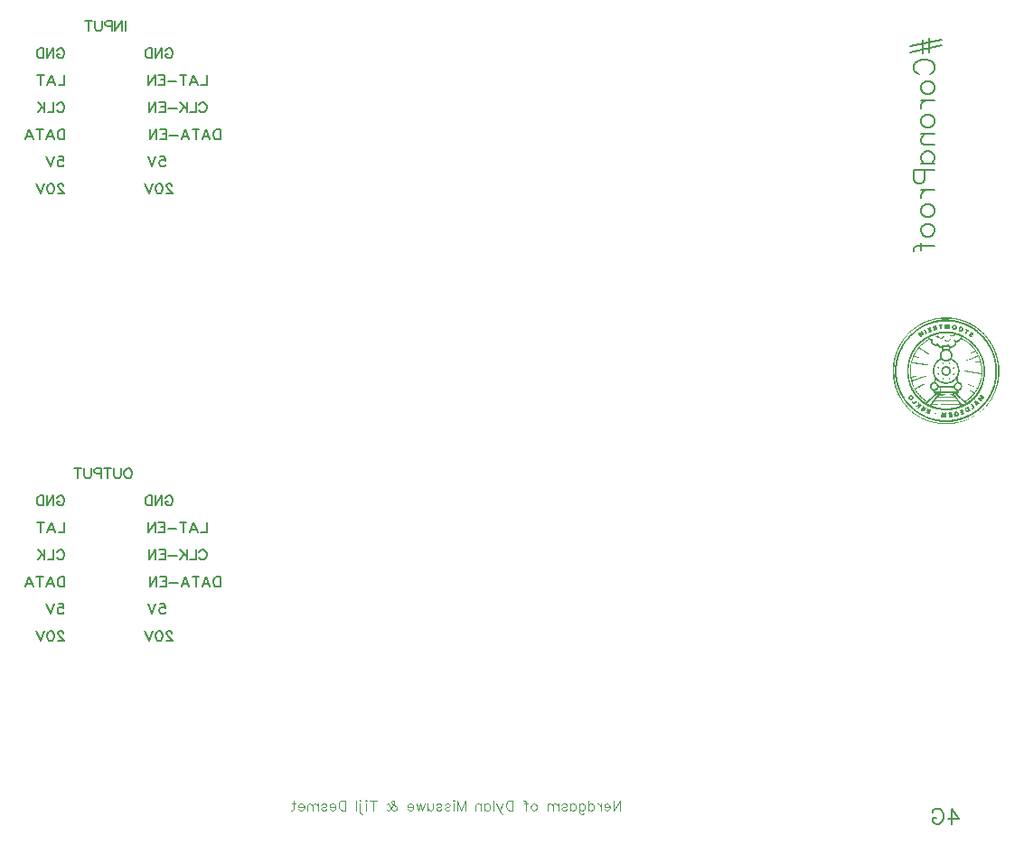
<source format=gbo>
G04 Layer: BottomSilkLayer*
G04 EasyEDA v6.4.7, 2020-11-03T11:19:35+01:00*
G04 ee31f35cb8c4481c9aeb6db220abaf82,9bd7e35f881f4a88a1d5770e7942d247,10*
G04 Gerber Generator version 0.2*
G04 Scale: 100 percent, Rotated: No, Reflected: No *
G04 Dimensions in millimeters *
G04 leading zeros omitted , absolute positions ,3 integer and 3 decimal *
%FSLAX33Y33*%
%MOMM*%
G90*
D02*

%ADD26C,0.203200*%
%ADD30C,0.124993*%

%LPD*%

%LPD*%
G36*
G01X104856Y50595D02*
G01X104801Y50595D01*
G01X104746Y50594D01*
G01X104692Y50593D01*
G01X104582Y50589D01*
G01X104528Y50586D01*
G01X104420Y50578D01*
G01X104367Y50574D01*
G01X104260Y50563D01*
G01X104208Y50557D01*
G01X104102Y50543D01*
G01X103998Y50527D01*
G01X103946Y50518D01*
G01X103793Y50488D01*
G01X103742Y50477D01*
G01X103641Y50454D01*
G01X103591Y50441D01*
G01X103541Y50429D01*
G01X103491Y50415D01*
G01X103393Y50387D01*
G01X103295Y50356D01*
G01X103247Y50341D01*
G01X103199Y50324D01*
G01X103151Y50308D01*
G01X103104Y50290D01*
G01X103056Y50273D01*
G01X102962Y50236D01*
G01X102916Y50217D01*
G01X102778Y50157D01*
G01X102732Y50136D01*
G01X102687Y50115D01*
G01X102598Y50071D01*
G01X102509Y50025D01*
G01X102466Y50002D01*
G01X102422Y49978D01*
G01X102379Y49954D01*
G01X102337Y49929D01*
G01X102294Y49904D01*
G01X102252Y49878D01*
G01X102210Y49853D01*
G01X102168Y49826D01*
G01X102127Y49800D01*
G01X102086Y49773D01*
G01X102004Y49717D01*
G01X101964Y49689D01*
G01X101925Y49661D01*
G01X101885Y49632D01*
G01X101807Y49573D01*
G01X101768Y49543D01*
G01X101654Y49450D01*
G01X101617Y49419D01*
G01X101580Y49387D01*
G01X101544Y49355D01*
G01X101508Y49322D01*
G01X101471Y49289D01*
G01X101401Y49223D01*
G01X101331Y49155D01*
G01X101263Y49085D01*
G01X101230Y49050D01*
G01X101196Y49015D01*
G01X101099Y48907D01*
G01X101067Y48870D01*
G01X101005Y48796D01*
G01X100974Y48758D01*
G01X100944Y48721D01*
G01X100914Y48683D01*
G01X100884Y48644D01*
G01X100826Y48567D01*
G01X100797Y48528D01*
G01X100741Y48448D01*
G01X100687Y48368D01*
G01X100661Y48328D01*
G01X100634Y48287D01*
G01X100608Y48246D01*
G01X100558Y48164D01*
G01X100534Y48122D01*
G01X100509Y48080D01*
G01X100485Y48038D01*
G01X100462Y47996D01*
G01X100439Y47953D01*
G01X100394Y47868D01*
G01X100372Y47825D01*
G01X100351Y47781D01*
G01X100330Y47738D01*
G01X100309Y47694D01*
G01X100269Y47606D01*
G01X100250Y47561D01*
G01X100230Y47517D01*
G01X100194Y47427D01*
G01X100177Y47382D01*
G01X100159Y47337D01*
G01X100142Y47291D01*
G01X100126Y47246D01*
G01X100094Y47154D01*
G01X100064Y47062D01*
G01X100050Y47015D01*
G01X100036Y46969D01*
G01X100023Y46922D01*
G01X99998Y46828D01*
G01X99986Y46781D01*
G01X99963Y46687D01*
G01X99953Y46639D01*
G01X99942Y46592D01*
G01X99923Y46496D01*
G01X99914Y46448D01*
G01X99898Y46352D01*
G01X99884Y46256D01*
G01X99877Y46207D01*
G01X99871Y46159D01*
G01X99861Y46061D01*
G01X99856Y46013D01*
G01X99848Y45915D01*
G01X99845Y45866D01*
G01X99843Y45817D01*
G01X99840Y45768D01*
G01X99839Y45719D01*
G01X99837Y45620D01*
G01X99837Y45522D01*
G01X99838Y45472D01*
G01X99841Y45374D01*
G01X99843Y45324D01*
G01X99846Y45274D01*
G01X99849Y45225D01*
G01X99854Y45175D01*
G01X99858Y45126D01*
G01X99868Y45026D01*
G01X99874Y44977D01*
G01X99880Y44927D01*
G01X99887Y44877D01*
G01X99895Y44828D01*
G01X99911Y44728D01*
G01X99920Y44679D01*
G01X99930Y44629D01*
G01X99940Y44580D01*
G01X99962Y44480D01*
G01X99973Y44431D01*
G01X99986Y44381D01*
G01X99998Y44332D01*
G01X100011Y44282D01*
G01X100040Y44184D01*
G01X100070Y44085D01*
G01X100087Y44036D01*
G01X100103Y43987D01*
G01X100121Y43938D01*
G01X100138Y43889D01*
G01X100195Y43742D01*
G01X100215Y43694D01*
G01X100236Y43645D01*
G01X100257Y43597D01*
G01X100278Y43548D01*
G01X100301Y43500D01*
G01X100323Y43451D01*
G01X100371Y43355D01*
G01X100421Y43259D01*
G01X100473Y43164D01*
G01X100500Y43116D01*
G01X100528Y43069D01*
G01X100556Y43021D01*
G01X100585Y42974D01*
G01X100613Y42928D01*
G01X100643Y42880D01*
G01X100674Y42834D01*
G01X100705Y42787D01*
G01X100737Y42741D01*
G01X100769Y42694D01*
G01X100802Y42648D01*
G01X100870Y42556D01*
G01X100905Y42510D01*
G01X100940Y42465D01*
G01X100976Y42420D01*
G01X101013Y42374D01*
G01X101050Y42330D01*
G01X101125Y42242D01*
G01X101164Y42200D01*
G01X101202Y42157D01*
G01X101280Y42075D01*
G01X101320Y42034D01*
G01X101360Y41994D01*
G01X101441Y41916D01*
G01X101482Y41877D01*
G01X101523Y41840D01*
G01X101607Y41766D01*
G01X101649Y41730D01*
G01X101735Y41660D01*
G01X101821Y41592D01*
G01X101909Y41526D01*
G01X101954Y41494D01*
G01X101999Y41463D01*
G01X102043Y41432D01*
G01X102134Y41372D01*
G01X102180Y41343D01*
G01X102272Y41286D01*
G01X102318Y41259D01*
G01X102365Y41232D01*
G01X102412Y41206D01*
G01X102460Y41180D01*
G01X102507Y41155D01*
G01X102555Y41130D01*
G01X102650Y41082D01*
G01X102698Y41060D01*
G01X102747Y41037D01*
G01X102795Y41015D01*
G01X102844Y40994D01*
G01X102943Y40953D01*
G01X103041Y40915D01*
G01X103091Y40896D01*
G01X103141Y40878D01*
G01X103241Y40844D01*
G01X103291Y40828D01*
G01X103342Y40812D01*
G01X103392Y40797D01*
G01X103443Y40782D01*
G01X103545Y40755D01*
G01X103647Y40729D01*
G01X103699Y40718D01*
G01X103801Y40695D01*
G01X103853Y40685D01*
G01X103904Y40676D01*
G01X103956Y40666D01*
G01X104060Y40650D01*
G01X104112Y40643D01*
G01X104164Y40635D01*
G01X104268Y40623D01*
G01X104320Y40618D01*
G01X104425Y40609D01*
G01X104477Y40605D01*
G01X104530Y40602D01*
G01X104634Y40598D01*
G01X104687Y40596D01*
G01X104739Y40595D01*
G01X104896Y40595D01*
G01X105001Y40598D01*
G01X105106Y40603D01*
G01X105210Y40611D01*
G01X105263Y40615D01*
G01X105367Y40625D01*
G01X105419Y40631D01*
G01X105523Y40645D01*
G01X105626Y40660D01*
G01X105678Y40669D01*
G01X105730Y40679D01*
G01X105781Y40688D01*
G01X105833Y40698D01*
G01X105884Y40709D01*
G01X105936Y40720D01*
G01X105987Y40732D01*
G01X106089Y40757D01*
G01X106139Y40771D01*
G01X106190Y40784D01*
G01X106241Y40799D01*
G01X106291Y40814D01*
G01X106342Y40829D01*
G01X106391Y40845D01*
G01X106442Y40862D01*
G01X106492Y40879D01*
G01X106541Y40897D01*
G01X106591Y40914D01*
G01X106689Y40952D01*
G01X106738Y40972D01*
G01X106835Y41012D01*
G01X106884Y41034D01*
G01X107028Y41100D01*
G01X107075Y41124D01*
G01X107123Y41147D01*
G01X107170Y41172D01*
G01X107217Y41196D01*
G01X107264Y41222D01*
G01X107402Y41300D01*
G01X107448Y41328D01*
G01X107493Y41356D01*
G01X107539Y41384D01*
G01X107628Y41442D01*
G01X107672Y41472D01*
G01X107760Y41534D01*
G01X107846Y41597D01*
G01X107890Y41629D01*
G01X107932Y41662D01*
G01X107974Y41696D01*
G01X108016Y41729D01*
G01X108058Y41764D01*
G01X108099Y41799D01*
G01X108181Y41870D01*
G01X108221Y41906D01*
G01X108301Y41981D01*
G01X108379Y42057D01*
G01X108417Y42096D01*
G01X108455Y42136D01*
G01X108493Y42175D01*
G01X108531Y42216D01*
G01X108568Y42256D01*
G01X108640Y42340D01*
G01X108712Y42425D01*
G01X108747Y42469D01*
G01X108781Y42512D01*
G01X108815Y42557D01*
G01X108849Y42601D01*
G01X108948Y42739D01*
G01X108980Y42786D01*
G01X109011Y42833D01*
G01X109073Y42929D01*
G01X109133Y43027D01*
G01X109191Y43127D01*
G01X109220Y43178D01*
G01X109274Y43281D01*
G01X109301Y43333D01*
G01X109328Y43386D01*
G01X109354Y43439D01*
G01X109379Y43493D01*
G01X109403Y43546D01*
G01X109450Y43654D01*
G01X109472Y43708D01*
G01X109515Y43815D01*
G01X109555Y43924D01*
G01X109574Y43979D01*
G01X109592Y44033D01*
G01X109610Y44088D01*
G01X109626Y44142D01*
G01X109643Y44197D01*
G01X109673Y44307D01*
G01X109687Y44362D01*
G01X109714Y44471D01*
G01X109726Y44527D01*
G01X109738Y44582D01*
G01X109768Y44747D01*
G01X109777Y44802D01*
G01X109794Y44913D01*
G01X109801Y44968D01*
G01X109813Y45078D01*
G01X109818Y45133D01*
G01X109822Y45189D01*
G01X109826Y45243D01*
G01X109830Y45299D01*
G01X109836Y45464D01*
G01X109837Y45519D01*
G01X109837Y45574D01*
G01X109835Y45684D01*
G01X109834Y45738D01*
G01X109832Y45793D01*
G01X109829Y45848D01*
G01X109826Y45902D01*
G01X109821Y45957D01*
G01X109817Y46011D01*
G01X109812Y46065D01*
G01X109800Y46174D01*
G01X109793Y46228D01*
G01X109777Y46336D01*
G01X109768Y46390D01*
G01X109759Y46443D01*
G01X109749Y46496D01*
G01X109739Y46550D01*
G01X109717Y46656D01*
G01X109705Y46709D01*
G01X109692Y46761D01*
G01X109679Y46814D01*
G01X109651Y46918D01*
G01X109636Y46971D01*
G01X109621Y47022D01*
G01X109605Y47074D01*
G01X109572Y47177D01*
G01X109518Y47330D01*
G01X109479Y47430D01*
G01X109459Y47481D01*
G01X109417Y47580D01*
G01X109395Y47630D01*
G01X109351Y47728D01*
G01X109327Y47776D01*
G01X109279Y47873D01*
G01X109255Y47921D01*
G01X109230Y47968D01*
G01X109204Y48016D01*
G01X109177Y48063D01*
G01X109151Y48110D01*
G01X109124Y48156D01*
G01X109068Y48249D01*
G01X109039Y48295D01*
G01X108981Y48385D01*
G01X108951Y48430D01*
G01X108858Y48562D01*
G01X108826Y48605D01*
G01X108794Y48649D01*
G01X108728Y48733D01*
G01X108694Y48776D01*
G01X108660Y48817D01*
G01X108625Y48859D01*
G01X108590Y48900D01*
G01X108555Y48940D01*
G01X108518Y48981D01*
G01X108482Y49020D01*
G01X108445Y49060D01*
G01X108371Y49138D01*
G01X108333Y49176D01*
G01X108255Y49252D01*
G01X108216Y49289D01*
G01X108135Y49362D01*
G01X108095Y49397D01*
G01X108054Y49433D01*
G01X108012Y49468D01*
G01X107971Y49503D01*
G01X107928Y49537D01*
G01X107885Y49570D01*
G01X107843Y49603D01*
G01X107799Y49636D01*
G01X107711Y49700D01*
G01X107622Y49762D01*
G01X107576Y49793D01*
G01X107530Y49823D01*
G01X107438Y49881D01*
G01X107391Y49909D01*
G01X107343Y49937D01*
G01X107296Y49964D01*
G01X107200Y50018D01*
G01X107102Y50068D01*
G01X107052Y50093D01*
G01X106953Y50141D01*
G01X106851Y50187D01*
G01X106800Y50209D01*
G01X106749Y50230D01*
G01X106697Y50251D01*
G01X106644Y50271D01*
G01X106592Y50291D01*
G01X106539Y50310D01*
G01X106433Y50347D01*
G01X106379Y50364D01*
G01X106324Y50381D01*
G01X106270Y50397D01*
G01X106105Y50442D01*
G01X106049Y50456D01*
G01X105993Y50468D01*
G01X105937Y50481D01*
G01X105880Y50493D01*
G01X105823Y50504D01*
G01X105708Y50524D01*
G01X105592Y50542D01*
G01X105534Y50550D01*
G01X105477Y50557D01*
G01X105419Y50563D01*
G01X105305Y50574D01*
G01X105248Y50579D01*
G01X105192Y50583D01*
G01X105079Y50589D01*
G01X104968Y50593D01*
G01X104856Y50595D01*
G37*

%LPC*%
G36*
G01X105192Y50481D02*
G01X105122Y50481D01*
G01X105050Y50480D01*
G01X104975Y50479D01*
G01X104897Y50477D01*
G01X104818Y50475D01*
G01X104656Y50469D01*
G01X104574Y50465D01*
G01X104493Y50461D01*
G01X104413Y50457D01*
G01X104334Y50452D01*
G01X104258Y50447D01*
G01X104184Y50441D01*
G01X104113Y50435D01*
G01X104046Y50430D01*
G01X103983Y50423D01*
G01X103925Y50417D01*
G01X103872Y50410D01*
G01X103826Y50403D01*
G01X103785Y50396D01*
G01X103751Y50389D01*
G01X103698Y50376D01*
G01X103592Y50348D01*
G01X103489Y50319D01*
G01X103437Y50304D01*
G01X103386Y50288D01*
G01X103286Y50256D01*
G01X103186Y50222D01*
G01X103088Y50186D01*
G01X103040Y50168D01*
G01X102992Y50149D01*
G01X102898Y50111D01*
G01X102851Y50091D01*
G01X102805Y50070D01*
G01X102759Y50050D01*
G01X102714Y50029D01*
G01X102668Y50008D01*
G01X102624Y49986D01*
G01X102579Y49964D01*
G01X102492Y49919D01*
G01X102448Y49896D01*
G01X102363Y49849D01*
G01X102321Y49825D01*
G01X102279Y49800D01*
G01X102238Y49776D01*
G01X102197Y49751D01*
G01X102157Y49726D01*
G01X102077Y49674D01*
G01X102037Y49647D01*
G01X101999Y49621D01*
G01X101960Y49594D01*
G01X101884Y49539D01*
G01X101846Y49511D01*
G01X101809Y49483D01*
G01X101773Y49455D01*
G01X101665Y49368D01*
G01X101595Y49308D01*
G01X101527Y49248D01*
G01X101460Y49186D01*
G01X101427Y49155D01*
G01X101362Y49092D01*
G01X101331Y49060D01*
G01X101299Y49028D01*
G01X101268Y48995D01*
G01X101238Y48963D01*
G01X101207Y48930D01*
G01X101178Y48897D01*
G01X101148Y48863D01*
G01X101090Y48795D01*
G01X101034Y48727D01*
G01X101006Y48692D01*
G01X100952Y48622D01*
G01X100926Y48587D01*
G01X100899Y48552D01*
G01X100874Y48516D01*
G01X100823Y48444D01*
G01X100799Y48408D01*
G01X100775Y48371D01*
G01X100751Y48335D01*
G01X100704Y48260D01*
G01X100681Y48223D01*
G01X100659Y48186D01*
G01X100615Y48111D01*
G01X100594Y48073D01*
G01X100552Y47996D01*
G01X100532Y47958D01*
G01X100512Y47919D01*
G01X100473Y47841D01*
G01X100454Y47802D01*
G01X100418Y47724D01*
G01X100401Y47684D01*
G01X100383Y47644D01*
G01X100367Y47605D01*
G01X100350Y47565D01*
G01X100334Y47525D01*
G01X100318Y47484D01*
G01X100303Y47444D01*
G01X100287Y47403D01*
G01X100258Y47322D01*
G01X100244Y47282D01*
G01X100230Y47240D01*
G01X100191Y47117D01*
G01X100179Y47076D01*
G01X100156Y46993D01*
G01X100134Y46909D01*
G01X100124Y46868D01*
G01X100114Y46825D01*
G01X100104Y46784D01*
G01X100094Y46742D01*
G01X100085Y46699D01*
G01X100077Y46657D01*
G01X100068Y46615D01*
G01X100061Y46572D01*
G01X100053Y46530D01*
G01X100046Y46488D01*
G01X100039Y46445D01*
G01X100032Y46403D01*
G01X100020Y46317D01*
G01X100015Y46275D01*
G01X100005Y46189D01*
G01X99993Y46060D01*
G01X99987Y45974D01*
G01X99982Y45888D01*
G01X99979Y45845D01*
G01X99975Y45673D01*
G01X99975Y45587D01*
G01X99976Y45544D01*
G01X99978Y45457D01*
G01X99979Y45415D01*
G01X99984Y45328D01*
G01X99986Y45286D01*
G01X99989Y45242D01*
G01X99992Y45200D01*
G01X100004Y45071D01*
G01X100009Y45028D01*
G01X100019Y44943D01*
G01X100031Y44857D01*
G01X100044Y44772D01*
G01X100051Y44730D01*
G01X100059Y44687D01*
G01X100066Y44645D01*
G01X100083Y44561D01*
G01X100092Y44519D01*
G01X100100Y44476D01*
G01X100110Y44434D01*
G01X100120Y44393D01*
G01X100130Y44351D01*
G01X100151Y44268D01*
G01X100174Y44184D01*
G01X100210Y44061D01*
G01X100236Y43979D01*
G01X100250Y43938D01*
G01X100263Y43897D01*
G01X100278Y43857D01*
G01X100292Y43817D01*
G01X100307Y43776D01*
G01X100322Y43736D01*
G01X100338Y43696D01*
G01X100353Y43656D01*
G01X100386Y43577D01*
G01X100420Y43497D01*
G01X100437Y43458D01*
G01X100455Y43419D01*
G01X100473Y43381D01*
G01X100511Y43303D01*
G01X100549Y43227D01*
G01X100609Y43113D01*
G01X100630Y43075D01*
G01X100652Y43038D01*
G01X100673Y43001D01*
G01X100739Y42890D01*
G01X100762Y42854D01*
G01X100832Y42746D01*
G01X100881Y42675D01*
G01X100905Y42639D01*
G01X100930Y42604D01*
G01X100955Y42570D01*
G01X101007Y42501D01*
G01X101034Y42467D01*
G01X101060Y42433D01*
G01X101087Y42400D01*
G01X101114Y42366D01*
G01X101198Y42267D01*
G01X101314Y42139D01*
G01X101404Y42046D01*
G01X101435Y42015D01*
G01X101466Y41985D01*
G01X101498Y41955D01*
G01X101594Y41866D01*
G01X101627Y41837D01*
G01X101693Y41780D01*
G01X101727Y41753D01*
G01X101795Y41697D01*
G01X101864Y41643D01*
G01X101935Y41590D01*
G01X101971Y41565D01*
G01X102007Y41539D01*
G01X102043Y41514D01*
G01X102118Y41464D01*
G01X102192Y41416D01*
G01X102230Y41392D01*
G01X102308Y41346D01*
G01X102346Y41324D01*
G01X102386Y41301D01*
G01X102425Y41280D01*
G01X102505Y41236D01*
G01X102546Y41216D01*
G01X102587Y41195D01*
G01X102669Y41156D01*
G01X102710Y41136D01*
G01X102753Y41117D01*
G01X102795Y41098D01*
G01X102837Y41080D01*
G01X102881Y41062D01*
G01X102924Y41045D01*
G01X102968Y41028D01*
G01X103011Y41011D01*
G01X103055Y40995D01*
G01X103145Y40963D01*
G01X103190Y40948D01*
G01X103235Y40934D01*
G01X103327Y40905D01*
G01X103373Y40892D01*
G01X103420Y40879D01*
G01X103466Y40866D01*
G01X103514Y40854D01*
G01X103561Y40842D01*
G01X103705Y40809D01*
G01X103803Y40790D01*
G01X103852Y40781D01*
G01X103952Y40763D01*
G01X104052Y40748D01*
G01X104103Y40741D01*
G01X104206Y40729D01*
G01X104257Y40723D01*
G01X104309Y40718D01*
G01X104361Y40714D01*
G01X104467Y40706D01*
G01X104519Y40703D01*
G01X104573Y40700D01*
G01X104681Y40696D01*
G01X104735Y40695D01*
G01X104845Y40694D01*
G01X104954Y40695D01*
G01X105009Y40696D01*
G01X105064Y40698D01*
G01X105117Y40700D01*
G01X105171Y40703D01*
G01X105224Y40706D01*
G01X105383Y40718D01*
G01X105486Y40728D01*
G01X105538Y40734D01*
G01X105589Y40741D01*
G01X105640Y40747D01*
G01X105741Y40762D01*
G01X105791Y40770D01*
G01X105840Y40779D01*
G01X105939Y40797D01*
G01X105988Y40807D01*
G01X106084Y40827D01*
G01X106132Y40839D01*
G01X106180Y40850D01*
G01X106226Y40862D01*
G01X106274Y40874D01*
G01X106320Y40887D01*
G01X106367Y40900D01*
G01X106412Y40913D01*
G01X106458Y40928D01*
G01X106548Y40956D01*
G01X106593Y40971D01*
G01X106682Y41003D01*
G01X106769Y41035D01*
G01X106812Y41052D01*
G01X106855Y41070D01*
G01X106897Y41088D01*
G01X106940Y41105D01*
G01X106982Y41124D01*
G01X107023Y41142D01*
G01X107106Y41181D01*
G01X107186Y41221D01*
G01X107227Y41242D01*
G01X107266Y41263D01*
G01X107306Y41284D01*
G01X107345Y41305D01*
G01X107384Y41327D01*
G01X107422Y41350D01*
G01X107498Y41395D01*
G01X107536Y41418D01*
G01X107647Y41490D01*
G01X107719Y41540D01*
G01X107754Y41565D01*
G01X107790Y41590D01*
G01X107860Y41642D01*
G01X107894Y41668D01*
G01X107962Y41722D01*
G01X107995Y41749D01*
G01X108029Y41776D01*
G01X108094Y41832D01*
G01X108158Y41889D01*
G01X108221Y41947D01*
G01X108252Y41977D01*
G01X108282Y42007D01*
G01X108342Y42066D01*
G01X108372Y42097D01*
G01X108459Y42190D01*
G01X108487Y42221D01*
G01X108515Y42253D01*
G01X108570Y42317D01*
G01X108598Y42350D01*
G01X108624Y42382D01*
G01X108677Y42448D01*
G01X108703Y42482D01*
G01X108728Y42516D01*
G01X108753Y42549D01*
G01X108778Y42583D01*
G01X108802Y42618D01*
G01X108827Y42652D01*
G01X108851Y42687D01*
G01X108874Y42721D01*
G01X108920Y42791D01*
G01X108965Y42862D01*
G01X109009Y42935D01*
G01X109051Y43007D01*
G01X109071Y43043D01*
G01X109091Y43080D01*
G01X109112Y43117D01*
G01X109131Y43154D01*
G01X109150Y43192D01*
G01X109170Y43229D01*
G01X109189Y43266D01*
G01X109207Y43304D01*
G01X109242Y43380D01*
G01X109260Y43418D01*
G01X109277Y43457D01*
G01X109294Y43495D01*
G01X109326Y43573D01*
G01X109341Y43611D01*
G01X109357Y43650D01*
G01X109372Y43690D01*
G01X109387Y43729D01*
G01X109401Y43768D01*
G01X109415Y43808D01*
G01X109429Y43847D01*
G01X109443Y43888D01*
G01X109456Y43927D01*
G01X109468Y43967D01*
G01X109493Y44048D01*
G01X109504Y44088D01*
G01X109516Y44128D01*
G01X109527Y44169D01*
G01X109549Y44250D01*
G01X109559Y44291D01*
G01X109568Y44332D01*
G01X109578Y44373D01*
G01X109587Y44414D01*
G01X109605Y44497D01*
G01X109613Y44538D01*
G01X109620Y44580D01*
G01X109628Y44621D01*
G01X109635Y44663D01*
G01X109648Y44746D01*
G01X109660Y44829D01*
G01X109666Y44871D01*
G01X109676Y44955D01*
G01X109688Y45081D01*
G01X109691Y45123D01*
G01X109698Y45207D01*
G01X109700Y45250D01*
G01X109704Y45334D01*
G01X109705Y45376D01*
G01X109707Y45419D01*
G01X109708Y45503D01*
G01X109708Y45588D01*
G01X109706Y45672D01*
G01X109705Y45715D01*
G01X109704Y45757D01*
G01X109702Y45799D01*
G01X109699Y45841D01*
G01X109697Y45884D01*
G01X109694Y45926D01*
G01X109687Y46011D01*
G01X109679Y46095D01*
G01X109664Y46221D01*
G01X109646Y46347D01*
G01X109633Y46431D01*
G01X109625Y46473D01*
G01X109617Y46514D01*
G01X109601Y46598D01*
G01X109592Y46639D01*
G01X109583Y46681D01*
G01X109574Y46722D01*
G01X109564Y46763D01*
G01X109554Y46805D01*
G01X109544Y46846D01*
G01X109522Y46928D01*
G01X109474Y47092D01*
G01X109448Y47172D01*
G01X109434Y47213D01*
G01X109421Y47253D01*
G01X109406Y47293D01*
G01X109377Y47374D01*
G01X109362Y47413D01*
G01X109330Y47492D01*
G01X109314Y47532D01*
G01X109297Y47572D01*
G01X109263Y47650D01*
G01X109245Y47688D01*
G01X109228Y47728D01*
G01X109209Y47766D01*
G01X109191Y47805D01*
G01X109171Y47843D01*
G01X109152Y47882D01*
G01X109132Y47920D01*
G01X109112Y47957D01*
G01X109091Y47995D01*
G01X109071Y48033D01*
G01X109050Y48070D01*
G01X109028Y48108D01*
G01X109007Y48145D01*
G01X108984Y48182D01*
G01X108962Y48218D01*
G01X108939Y48255D01*
G01X108916Y48291D01*
G01X108892Y48328D01*
G01X108844Y48400D01*
G01X108794Y48471D01*
G01X108744Y48541D01*
G01X108717Y48576D01*
G01X108691Y48611D01*
G01X108664Y48646D01*
G01X108637Y48680D01*
G01X108609Y48714D01*
G01X108582Y48748D01*
G01X108525Y48815D01*
G01X108497Y48848D01*
G01X108467Y48881D01*
G01X108438Y48913D01*
G01X108408Y48946D01*
G01X108377Y48978D01*
G01X108347Y49010D01*
G01X108285Y49074D01*
G01X108221Y49136D01*
G01X108156Y49197D01*
G01X108123Y49228D01*
G01X108055Y49288D01*
G01X108021Y49317D01*
G01X107987Y49347D01*
G01X107952Y49376D01*
G01X107916Y49404D01*
G01X107881Y49432D01*
G01X107845Y49461D01*
G01X107809Y49489D01*
G01X107772Y49516D01*
G01X107735Y49544D01*
G01X107698Y49571D01*
G01X107622Y49623D01*
G01X107583Y49650D01*
G01X107545Y49676D01*
G01X107506Y49701D01*
G01X107466Y49727D01*
G01X107426Y49751D01*
G01X107386Y49776D01*
G01X107263Y49848D01*
G01X107137Y49917D01*
G01X107051Y49961D01*
G01X107007Y49983D01*
G01X106875Y50046D01*
G01X106785Y50086D01*
G01X106739Y50106D01*
G01X106693Y50125D01*
G01X106646Y50144D01*
G01X106600Y50163D01*
G01X106505Y50199D01*
G01X106458Y50216D01*
G01X106360Y50250D01*
G01X106312Y50266D01*
G01X106262Y50282D01*
G01X106163Y50313D01*
G01X106112Y50328D01*
G01X106062Y50342D01*
G01X105959Y50370D01*
G01X105855Y50396D01*
G01X105696Y50432D01*
G01X105643Y50443D01*
G01X105534Y50464D01*
G01X105504Y50469D01*
G01X105467Y50472D01*
G01X105423Y50475D01*
G01X105373Y50478D01*
G01X105318Y50479D01*
G01X105257Y50480D01*
G01X105192Y50481D01*
G37*

%LPD*%
G36*
G01X104898Y50415D02*
G01X104786Y50417D01*
G01X104729Y50416D01*
G01X104673Y50415D01*
G01X104616Y50413D01*
G01X104560Y50410D01*
G01X104446Y50402D01*
G01X104390Y50396D01*
G01X104333Y50390D01*
G01X104277Y50383D01*
G01X104220Y50375D01*
G01X104163Y50366D01*
G01X104106Y50356D01*
G01X103994Y50336D01*
G01X103881Y50311D01*
G01X103768Y50284D01*
G01X103712Y50269D01*
G01X103656Y50253D01*
G01X103544Y50220D01*
G01X103488Y50202D01*
G01X103378Y50164D01*
G01X103322Y50144D01*
G01X103267Y50124D01*
G01X103212Y50102D01*
G01X103103Y50058D01*
G01X103048Y50034D01*
G01X102941Y49986D01*
G01X102887Y49960D01*
G01X102780Y49907D01*
G01X102727Y49880D01*
G01X102674Y49852D01*
G01X102622Y49824D01*
G01X102466Y49734D01*
G01X102415Y49703D01*
G01X102313Y49639D01*
G01X102263Y49606D01*
G01X102163Y49538D01*
G01X102114Y49504D01*
G01X102065Y49469D01*
G01X102017Y49433D01*
G01X101873Y49322D01*
G01X101827Y49284D01*
G01X101780Y49246D01*
G01X101734Y49206D01*
G01X101688Y49167D01*
G01X101643Y49127D01*
G01X101598Y49086D01*
G01X101554Y49045D01*
G01X101511Y49004D01*
G01X101467Y48962D01*
G01X101424Y48919D01*
G01X101382Y48876D01*
G01X101340Y48832D01*
G01X101299Y48788D01*
G01X101259Y48744D01*
G01X101218Y48699D01*
G01X101178Y48654D01*
G01X101140Y48608D01*
G01X101101Y48562D01*
G01X101025Y48468D01*
G01X100917Y48324D01*
G01X100882Y48275D01*
G01X100848Y48226D01*
G01X100814Y48176D01*
G01X100781Y48126D01*
G01X100749Y48076D01*
G01X100717Y48025D01*
G01X100686Y47974D01*
G01X100626Y47870D01*
G01X100597Y47818D01*
G01X100569Y47766D01*
G01X100541Y47713D01*
G01X100515Y47660D01*
G01X100463Y47552D01*
G01X100439Y47498D01*
G01X100415Y47443D01*
G01X100392Y47388D01*
G01X100348Y47278D01*
G01X100327Y47222D01*
G01X100289Y47110D01*
G01X100271Y47053D01*
G01X100254Y46999D01*
G01X100238Y46945D01*
G01X100222Y46890D01*
G01X100208Y46837D01*
G01X100193Y46783D01*
G01X100167Y46675D01*
G01X100155Y46622D01*
G01X100143Y46568D01*
G01X100132Y46514D01*
G01X100112Y46408D01*
G01X100103Y46355D01*
G01X100087Y46249D01*
G01X100073Y46143D01*
G01X100067Y46091D01*
G01X100061Y46038D01*
G01X100056Y45986D01*
G01X100052Y45933D01*
G01X100048Y45882D01*
G01X100045Y45830D01*
G01X100042Y45777D01*
G01X100040Y45726D01*
G01X100039Y45674D01*
G01X100038Y45623D01*
G01X100038Y45520D01*
G01X100039Y45469D01*
G01X100042Y45367D01*
G01X100045Y45317D01*
G01X100048Y45266D01*
G01X100051Y45216D01*
G01X100055Y45166D01*
G01X100065Y45066D01*
G01X100071Y45016D01*
G01X100077Y44967D01*
G01X100091Y44869D01*
G01X100107Y44771D01*
G01X100125Y44674D01*
G01X100135Y44625D01*
G01X100156Y44530D01*
G01X100167Y44482D01*
G01X100179Y44434D01*
G01X100231Y44246D01*
G01X100246Y44200D01*
G01X100260Y44153D01*
G01X100276Y44108D01*
G01X100291Y44061D01*
G01X100307Y44016D01*
G01X100323Y43970D01*
G01X100358Y43880D01*
G01X100432Y43702D01*
G01X100452Y43659D01*
G01X100472Y43615D01*
G01X100493Y43572D01*
G01X100513Y43528D01*
G01X100535Y43485D01*
G01X100557Y43443D01*
G01X100579Y43400D01*
G01X100648Y43274D01*
G01X100672Y43233D01*
G01X100721Y43151D01*
G01X100746Y43110D01*
G01X100771Y43070D01*
G01X100823Y42990D01*
G01X100850Y42951D01*
G01X100877Y42911D01*
G01X100904Y42873D01*
G01X100960Y42795D01*
G01X100988Y42757D01*
G01X101017Y42719D01*
G01X101046Y42682D01*
G01X101076Y42645D01*
G01X101106Y42607D01*
G01X101167Y42534D01*
G01X101198Y42498D01*
G01X101261Y42427D01*
G01X101357Y42322D01*
G01X101390Y42288D01*
G01X101457Y42221D01*
G01X101559Y42122D01*
G01X101629Y42058D01*
G01X101665Y42026D01*
G01X101737Y41964D01*
G01X101773Y41934D01*
G01X101809Y41903D01*
G01X101921Y41815D01*
G01X101959Y41786D01*
G01X101996Y41758D01*
G01X102034Y41730D01*
G01X102073Y41702D01*
G01X102112Y41675D01*
G01X102151Y41647D01*
G01X102229Y41595D01*
G01X102309Y41543D01*
G01X102349Y41518D01*
G01X102390Y41493D01*
G01X102431Y41469D01*
G01X102471Y41445D01*
G01X102512Y41421D01*
G01X102596Y41376D01*
G01X102637Y41353D01*
G01X102680Y41331D01*
G01X102722Y41310D01*
G01X102764Y41288D01*
G01X102807Y41267D01*
G01X102893Y41227D01*
G01X102979Y41188D01*
G01X103023Y41169D01*
G01X103155Y41115D01*
G01X103199Y41099D01*
G01X103244Y41082D01*
G01X103289Y41066D01*
G01X103333Y41050D01*
G01X103379Y41035D01*
G01X103469Y41005D01*
G01X103560Y40978D01*
G01X103652Y40952D01*
G01X103744Y40928D01*
G01X103791Y40917D01*
G01X103837Y40906D01*
G01X103883Y40896D01*
G01X103977Y40876D01*
G01X104024Y40867D01*
G01X104119Y40851D01*
G01X104166Y40843D01*
G01X104213Y40836D01*
G01X104261Y40829D01*
G01X104309Y40823D01*
G01X104356Y40818D01*
G01X104404Y40813D01*
G01X104500Y40804D01*
G01X104548Y40800D01*
G01X104644Y40794D01*
G01X104741Y40790D01*
G01X104790Y40789D01*
G01X104935Y40789D01*
G01X105033Y40791D01*
G01X105081Y40793D01*
G01X105228Y40802D01*
G01X105277Y40806D01*
G01X105375Y40816D01*
G01X105473Y40828D01*
G01X105571Y40842D01*
G01X105669Y40858D01*
G01X105718Y40867D01*
G01X105768Y40877D01*
G01X105816Y40887D01*
G01X105866Y40898D01*
G01X105964Y40920D01*
G01X106111Y40959D01*
G01X106209Y40987D01*
G01X106258Y41003D01*
G01X106307Y41018D01*
G01X106405Y41052D01*
G01X106453Y41069D01*
G01X106502Y41088D01*
G01X106551Y41106D01*
G01X106600Y41126D01*
G01X106649Y41145D01*
G01X106697Y41166D01*
G01X106746Y41187D01*
G01X106842Y41231D01*
G01X106890Y41254D01*
G01X106939Y41278D01*
G01X106987Y41302D01*
G01X107083Y41352D01*
G01X107131Y41378D01*
G01X107179Y41405D01*
G01X107226Y41432D01*
G01X107322Y41488D01*
G01X107416Y41547D01*
G01X107463Y41578D01*
G01X107511Y41609D01*
G01X107604Y41673D01*
G01X107650Y41706D01*
G01X107696Y41738D01*
G01X107741Y41772D01*
G01X107785Y41805D01*
G01X107829Y41840D01*
G01X107872Y41874D01*
G01X107915Y41909D01*
G01X107957Y41944D01*
G01X107999Y41980D01*
G01X108040Y42015D01*
G01X108080Y42051D01*
G01X108120Y42088D01*
G01X108160Y42124D01*
G01X108198Y42161D01*
G01X108237Y42199D01*
G01X108275Y42237D01*
G01X108349Y42313D01*
G01X108385Y42351D01*
G01X108420Y42391D01*
G01X108490Y42469D01*
G01X108524Y42509D01*
G01X108590Y42589D01*
G01X108623Y42630D01*
G01X108654Y42670D01*
G01X108686Y42712D01*
G01X108716Y42753D01*
G01X108747Y42794D01*
G01X108776Y42837D01*
G01X108805Y42878D01*
G01X108834Y42921D01*
G01X108862Y42963D01*
G01X108890Y43006D01*
G01X108917Y43049D01*
G01X108943Y43092D01*
G01X108969Y43136D01*
G01X108994Y43179D01*
G01X109044Y43267D01*
G01X109068Y43312D01*
G01X109114Y43400D01*
G01X109158Y43490D01*
G01X109179Y43536D01*
G01X109220Y43626D01*
G01X109240Y43672D01*
G01X109259Y43717D01*
G01X109278Y43764D01*
G01X109313Y43856D01*
G01X109331Y43902D01*
G01X109348Y43949D01*
G01X109379Y44043D01*
G01X109394Y44090D01*
G01X109408Y44137D01*
G01X109423Y44184D01*
G01X109436Y44231D01*
G01X109450Y44279D01*
G01X109462Y44326D01*
G01X109486Y44422D01*
G01X109497Y44469D01*
G01X109508Y44517D01*
G01X109517Y44565D01*
G01X109527Y44613D01*
G01X109536Y44661D01*
G01X109545Y44710D01*
G01X109553Y44758D01*
G01X109567Y44854D01*
G01X109574Y44903D01*
G01X109580Y44951D01*
G01X109586Y45000D01*
G01X109591Y45048D01*
G01X109600Y45146D01*
G01X109604Y45195D01*
G01X109607Y45243D01*
G01X109609Y45292D01*
G01X109612Y45341D01*
G01X109615Y45438D01*
G01X109616Y45536D01*
G01X109615Y45633D01*
G01X109614Y45682D01*
G01X109612Y45731D01*
G01X109607Y45828D01*
G01X109604Y45877D01*
G01X109601Y45925D01*
G01X109597Y45974D01*
G01X109592Y46022D01*
G01X109587Y46071D01*
G01X109582Y46119D01*
G01X109576Y46168D01*
G01X109563Y46264D01*
G01X109556Y46312D01*
G01X109548Y46361D01*
G01X109531Y46456D01*
G01X109513Y46552D01*
G01X109502Y46599D01*
G01X109492Y46647D01*
G01X109481Y46694D01*
G01X109469Y46742D01*
G01X109458Y46789D01*
G01X109419Y46930D01*
G01X109391Y47024D01*
G01X109377Y47070D01*
G01X109362Y47116D01*
G01X109346Y47163D01*
G01X109330Y47208D01*
G01X109314Y47254D01*
G01X109280Y47346D01*
G01X109262Y47391D01*
G01X109244Y47437D01*
G01X109206Y47526D01*
G01X109167Y47615D01*
G01X109146Y47660D01*
G01X109126Y47704D01*
G01X109083Y47791D01*
G01X109060Y47835D01*
G01X109038Y47878D01*
G01X109015Y47921D01*
G01X108991Y47964D01*
G01X108968Y48006D01*
G01X108943Y48049D01*
G01X108919Y48091D01*
G01X108868Y48175D01*
G01X108816Y48257D01*
G01X108789Y48298D01*
G01X108761Y48339D01*
G01X108734Y48379D01*
G01X108677Y48459D01*
G01X108648Y48499D01*
G01X108589Y48577D01*
G01X108528Y48654D01*
G01X108466Y48730D01*
G01X108434Y48767D01*
G01X108401Y48805D01*
G01X108369Y48841D01*
G01X108336Y48878D01*
G01X108268Y48950D01*
G01X108199Y49021D01*
G01X108164Y49056D01*
G01X108128Y49090D01*
G01X108092Y49125D01*
G01X108019Y49192D01*
G01X107944Y49258D01*
G01X107906Y49290D01*
G01X107829Y49354D01*
G01X107790Y49385D01*
G01X107750Y49416D01*
G01X107670Y49476D01*
G01X107629Y49506D01*
G01X107588Y49535D01*
G01X107546Y49564D01*
G01X107462Y49620D01*
G01X107419Y49648D01*
G01X107333Y49702D01*
G01X107289Y49728D01*
G01X107244Y49754D01*
G01X107200Y49779D01*
G01X107155Y49804D01*
G01X107109Y49829D01*
G01X107064Y49853D01*
G01X107017Y49876D01*
G01X106924Y49922D01*
G01X106877Y49945D01*
G01X106781Y49987D01*
G01X106732Y50008D01*
G01X106684Y50028D01*
G01X106634Y50048D01*
G01X106585Y50067D01*
G01X106535Y50086D01*
G01X106484Y50105D01*
G01X106434Y50122D01*
G01X106382Y50139D01*
G01X106331Y50156D01*
G01X106227Y50188D01*
G01X106175Y50203D01*
G01X106122Y50217D01*
G01X106068Y50232D01*
G01X106015Y50245D01*
G01X105961Y50258D01*
G01X105851Y50282D01*
G01X105797Y50294D01*
G01X105601Y50329D01*
G01X105518Y50344D01*
G01X105448Y50356D01*
G01X105399Y50365D01*
G01X105344Y50374D01*
G01X105234Y50390D01*
G01X105122Y50402D01*
G01X105067Y50406D01*
G01X105011Y50410D01*
G01X104954Y50413D01*
G01X104898Y50415D01*
G37*

%LPC*%
G36*
G01X104919Y50223D02*
G01X104862Y50224D01*
G01X104807Y50223D01*
G01X104693Y50221D01*
G01X104637Y50218D01*
G01X104580Y50215D01*
G01X104466Y50207D01*
G01X104409Y50202D01*
G01X104352Y50195D01*
G01X104294Y50189D01*
G01X104237Y50181D01*
G01X104179Y50173D01*
G01X104122Y50164D01*
G01X104064Y50154D01*
G01X104007Y50144D01*
G01X103894Y50122D01*
G01X103838Y50110D01*
G01X103728Y50084D01*
G01X103673Y50069D01*
G01X103618Y50055D01*
G01X103564Y50040D01*
G01X103511Y50024D01*
G01X103457Y50008D01*
G01X103404Y49991D01*
G01X103352Y49974D01*
G01X103299Y49956D01*
G01X103247Y49938D01*
G01X103145Y49899D01*
G01X103094Y49879D01*
G01X102994Y49837D01*
G01X102944Y49815D01*
G01X102847Y49771D01*
G01X102798Y49747D01*
G01X102750Y49724D01*
G01X102702Y49699D01*
G01X102655Y49675D01*
G01X102608Y49649D01*
G01X102516Y49598D01*
G01X102426Y49544D01*
G01X102380Y49516D01*
G01X102336Y49488D01*
G01X102292Y49459D01*
G01X102206Y49401D01*
G01X102163Y49371D01*
G01X102121Y49340D01*
G01X102079Y49310D01*
G01X102037Y49279D01*
G01X101996Y49247D01*
G01X101956Y49215D01*
G01X101875Y49149D01*
G01X101797Y49082D01*
G01X101721Y49014D01*
G01X101683Y48979D01*
G01X101609Y48908D01*
G01X101573Y48872D01*
G01X101501Y48798D01*
G01X101467Y48761D01*
G01X101432Y48724D01*
G01X101364Y48648D01*
G01X101331Y48609D01*
G01X101266Y48531D01*
G01X101234Y48492D01*
G01X101203Y48452D01*
G01X101172Y48411D01*
G01X101142Y48371D01*
G01X101082Y48289D01*
G01X101024Y48206D01*
G01X100969Y48122D01*
G01X100915Y48036D01*
G01X100863Y47950D01*
G01X100788Y47818D01*
G01X100765Y47774D01*
G01X100718Y47684D01*
G01X100674Y47594D01*
G01X100653Y47548D01*
G01X100632Y47503D01*
G01X100611Y47456D01*
G01X100572Y47364D01*
G01X100553Y47317D01*
G01X100516Y47224D01*
G01X100499Y47176D01*
G01X100482Y47129D01*
G01X100466Y47081D01*
G01X100450Y47034D01*
G01X100435Y46986D01*
G01X100419Y46938D01*
G01X100405Y46889D01*
G01X100391Y46841D01*
G01X100378Y46792D01*
G01X100365Y46744D01*
G01X100341Y46646D01*
G01X100330Y46597D01*
G01X100309Y46499D01*
G01X100299Y46449D01*
G01X100290Y46400D01*
G01X100281Y46350D01*
G01X100265Y46250D01*
G01X100259Y46201D01*
G01X100252Y46150D01*
G01X100246Y46100D01*
G01X100231Y45950D01*
G01X100228Y45899D01*
G01X100224Y45849D01*
G01X100222Y45798D01*
G01X100220Y45748D01*
G01X100218Y45697D01*
G01X100217Y45646D01*
G01X100217Y45494D01*
G01X100218Y45444D01*
G01X100222Y45342D01*
G01X100225Y45291D01*
G01X100232Y45190D01*
G01X100237Y45139D01*
G01X100248Y45037D01*
G01X100254Y44986D01*
G01X100261Y44936D01*
G01X100269Y44885D01*
G01X100277Y44835D01*
G01X100285Y44784D01*
G01X100294Y44733D01*
G01X100304Y44683D01*
G01X100325Y44582D01*
G01X100337Y44532D01*
G01X100349Y44481D01*
G01X100375Y44381D01*
G01X100389Y44331D01*
G01X100418Y44232D01*
G01X100450Y44132D01*
G01X100467Y44082D01*
G01X100503Y43984D01*
G01X100522Y43934D01*
G01X100541Y43885D01*
G01X100561Y43836D01*
G01X100602Y43739D01*
G01X100624Y43691D01*
G01X100646Y43642D01*
G01X100669Y43593D01*
G01X100693Y43546D01*
G01X100718Y43497D01*
G01X100742Y43450D01*
G01X100768Y43402D01*
G01X100794Y43355D01*
G01X100821Y43307D01*
G01X100848Y43261D01*
G01X100905Y43167D01*
G01X100934Y43121D01*
G01X100963Y43074D01*
G01X100994Y43029D01*
G01X101057Y42937D01*
G01X101089Y42892D01*
G01X101122Y42847D01*
G01X101157Y42802D01*
G01X101191Y42757D01*
G01X101226Y42713D01*
G01X101262Y42668D01*
G01X101298Y42624D01*
G01X101335Y42581D01*
G01X101372Y42537D01*
G01X101411Y42494D01*
G01X101450Y42452D01*
G01X101489Y42409D01*
G01X101529Y42367D01*
G01X101570Y42326D01*
G01X101610Y42285D01*
G01X101651Y42245D01*
G01X101692Y42206D01*
G01X101734Y42167D01*
G01X101818Y42091D01*
G01X101861Y42054D01*
G01X101903Y42018D01*
G01X101946Y41983D01*
G01X101990Y41948D01*
G01X102033Y41914D01*
G01X102077Y41880D01*
G01X102121Y41847D01*
G01X102211Y41783D01*
G01X102255Y41752D01*
G01X102301Y41722D01*
G01X102346Y41692D01*
G01X102391Y41663D01*
G01X102437Y41634D01*
G01X102483Y41606D01*
G01X102530Y41579D01*
G01X102623Y41526D01*
G01X102717Y41476D01*
G01X102765Y41452D01*
G01X102812Y41428D01*
G01X102860Y41405D01*
G01X103004Y41339D01*
G01X103053Y41319D01*
G01X103101Y41299D01*
G01X103248Y41242D01*
G01X103297Y41225D01*
G01X103396Y41192D01*
G01X103446Y41176D01*
G01X103495Y41161D01*
G01X103595Y41132D01*
G01X103695Y41106D01*
G01X103745Y41094D01*
G01X103846Y41071D01*
G01X103897Y41061D01*
G01X103947Y41051D01*
G01X103998Y41041D01*
G01X104049Y41033D01*
G01X104099Y41025D01*
G01X104150Y41017D01*
G01X104252Y41004D01*
G01X104303Y40998D01*
G01X104405Y40988D01*
G01X104455Y40984D01*
G01X104507Y40980D01*
G01X104558Y40977D01*
G01X104660Y40973D01*
G01X104762Y40971D01*
G01X104864Y40971D01*
G01X104966Y40973D01*
G01X105017Y40975D01*
G01X105119Y40981D01*
G01X105221Y40989D01*
G01X105271Y40994D01*
G01X105322Y40999D01*
G01X105372Y41005D01*
G01X105423Y41011D01*
G01X105524Y41026D01*
G01X105624Y41042D01*
G01X105674Y41051D01*
G01X105774Y41071D01*
G01X105874Y41093D01*
G01X105923Y41105D01*
G01X106022Y41130D01*
G01X106071Y41143D01*
G01X106120Y41157D01*
G01X106169Y41172D01*
G01X106217Y41187D01*
G01X106266Y41202D01*
G01X106314Y41218D01*
G01X106363Y41234D01*
G01X106411Y41252D01*
G01X106459Y41269D01*
G01X106506Y41287D01*
G01X106554Y41305D01*
G01X106648Y41344D01*
G01X106741Y41385D01*
G01X106834Y41427D01*
G01X106880Y41450D01*
G01X106926Y41472D01*
G01X106972Y41495D01*
G01X107062Y41543D01*
G01X107107Y41568D01*
G01X107151Y41592D01*
G01X107239Y41644D01*
G01X107327Y41698D01*
G01X107370Y41725D01*
G01X107413Y41753D01*
G01X107455Y41781D01*
G01X107498Y41810D01*
G01X107540Y41840D01*
G01X107581Y41870D01*
G01X107623Y41900D01*
G01X107664Y41931D01*
G01X107705Y41963D01*
G01X107785Y42027D01*
G01X107865Y42093D01*
G01X107904Y42127D01*
G01X107942Y42161D01*
G01X107981Y42195D01*
G01X108019Y42231D01*
G01X108057Y42266D01*
G01X108094Y42302D01*
G01X108131Y42339D01*
G01X108167Y42376D01*
G01X108204Y42413D01*
G01X108275Y42490D01*
G01X108310Y42529D01*
G01X108378Y42607D01*
G01X108412Y42648D01*
G01X108445Y42688D01*
G01X108478Y42729D01*
G01X108542Y42813D01*
G01X108605Y42898D01*
G01X108636Y42941D01*
G01X108666Y42985D01*
G01X108725Y43074D01*
G01X108754Y43119D01*
G01X108782Y43165D01*
G01X108810Y43210D01*
G01X108837Y43257D01*
G01X108864Y43303D01*
G01X108891Y43351D01*
G01X108917Y43398D01*
G01X108942Y43447D01*
G01X108967Y43495D01*
G01X109015Y43593D01*
G01X109038Y43643D01*
G01X109061Y43694D01*
G01X109083Y43744D01*
G01X109105Y43795D01*
G01X109126Y43846D01*
G01X109146Y43898D01*
G01X109166Y43951D01*
G01X109186Y44003D01*
G01X109205Y44056D01*
G01X109241Y44164D01*
G01X109274Y44273D01*
G01X109306Y44383D01*
G01X109321Y44439D01*
G01X109334Y44496D01*
G01X109348Y44553D01*
G01X109361Y44609D01*
G01X109373Y44666D01*
G01X109395Y44780D01*
G01X109405Y44837D01*
G01X109414Y44893D01*
G01X109430Y45007D01*
G01X109437Y45063D01*
G01X109443Y45120D01*
G01X109449Y45176D01*
G01X109454Y45232D01*
G01X109458Y45288D01*
G01X109464Y45400D01*
G01X109466Y45456D01*
G01X109467Y45511D01*
G01X109468Y45567D01*
G01X109468Y45622D01*
G01X109467Y45678D01*
G01X109466Y45733D01*
G01X109464Y45788D01*
G01X109461Y45843D01*
G01X109458Y45897D01*
G01X109454Y45952D01*
G01X109450Y46006D01*
G01X109444Y46061D01*
G01X109432Y46169D01*
G01X109424Y46223D01*
G01X109417Y46276D01*
G01X109408Y46330D01*
G01X109399Y46383D01*
G01X109379Y46489D01*
G01X109368Y46542D01*
G01X109357Y46594D01*
G01X109344Y46647D01*
G01X109332Y46699D01*
G01X109304Y46803D01*
G01X109275Y46905D01*
G01X109243Y47007D01*
G01X109226Y47058D01*
G01X109208Y47108D01*
G01X109191Y47158D01*
G01X109153Y47257D01*
G01X109133Y47306D01*
G01X109113Y47356D01*
G01X109092Y47405D01*
G01X109071Y47453D01*
G01X109049Y47501D01*
G01X109026Y47549D01*
G01X109004Y47597D01*
G01X108956Y47691D01*
G01X108931Y47738D01*
G01X108907Y47784D01*
G01X108881Y47831D01*
G01X108855Y47876D01*
G01X108829Y47922D01*
G01X108774Y48013D01*
G01X108718Y48101D01*
G01X108689Y48146D01*
G01X108659Y48189D01*
G01X108629Y48233D01*
G01X108599Y48275D01*
G01X108568Y48318D01*
G01X108505Y48402D01*
G01X108472Y48444D01*
G01X108440Y48485D01*
G01X108407Y48526D01*
G01X108339Y48606D01*
G01X108304Y48646D01*
G01X108270Y48685D01*
G01X108234Y48724D01*
G01X108162Y48800D01*
G01X108088Y48876D01*
G01X108013Y48949D01*
G01X107974Y48985D01*
G01X107936Y49020D01*
G01X107897Y49056D01*
G01X107858Y49091D01*
G01X107817Y49125D01*
G01X107777Y49159D01*
G01X107737Y49192D01*
G01X107696Y49225D01*
G01X107654Y49258D01*
G01X107613Y49290D01*
G01X107571Y49321D01*
G01X107528Y49353D01*
G01X107442Y49413D01*
G01X107398Y49443D01*
G01X107355Y49472D01*
G01X107310Y49501D01*
G01X107266Y49529D01*
G01X107221Y49557D01*
G01X107176Y49584D01*
G01X107084Y49637D01*
G01X107038Y49663D01*
G01X106945Y49713D01*
G01X106850Y49761D01*
G01X106755Y49806D01*
G01X106706Y49828D01*
G01X106609Y49871D01*
G01X106560Y49891D01*
G01X106510Y49911D01*
G01X106411Y49949D01*
G01X106360Y49967D01*
G01X106259Y50001D01*
G01X106208Y50018D01*
G01X106157Y50033D01*
G01X106105Y50049D01*
G01X106002Y50077D01*
G01X105950Y50090D01*
G01X105897Y50103D01*
G01X105844Y50115D01*
G01X105792Y50127D01*
G01X105685Y50148D01*
G01X105631Y50158D01*
G01X105524Y50175D01*
G01X105470Y50183D01*
G01X105416Y50190D01*
G01X105306Y50202D01*
G01X105252Y50207D01*
G01X105196Y50212D01*
G01X105086Y50218D01*
G01X105030Y50221D01*
G01X104975Y50222D01*
G01X104919Y50223D01*
G37*

%LPD*%
G36*
G01X104425Y49948D02*
G01X104377Y49950D01*
G01X104323Y49945D01*
G01X104267Y49933D01*
G01X104209Y49914D01*
G01X104158Y49879D01*
G01X104141Y49834D01*
G01X104157Y49795D01*
G01X104206Y49778D01*
G01X104241Y49765D01*
G01X104268Y49725D01*
G01X104284Y49661D01*
G01X104290Y49574D01*
G01X104293Y49525D01*
G01X104305Y49495D01*
G01X104327Y49480D01*
G01X104366Y49476D01*
G01X104406Y49480D01*
G01X104428Y49502D01*
G01X104434Y49552D01*
G01X104430Y49644D01*
G01X104426Y49728D01*
G01X104431Y49779D01*
G01X104445Y49805D01*
G01X104471Y49812D01*
G01X104493Y49817D01*
G01X104510Y49831D01*
G01X104521Y49853D01*
G01X104525Y49879D01*
G01X104518Y49905D01*
G01X104498Y49925D01*
G01X104466Y49939D01*
G01X104425Y49948D01*
G37*

%LPD*%
G36*
G01X104827Y49966D02*
G01X104792Y49977D01*
G01X104764Y49974D01*
G01X104742Y49957D01*
G01X104726Y49926D01*
G01X104714Y49879D01*
G01X104705Y49816D01*
G01X104700Y49736D01*
G01X104701Y49656D01*
G01X104709Y49589D01*
G01X104724Y49538D01*
G01X104744Y49503D01*
G01X104766Y49486D01*
G01X104792Y49490D01*
G01X104817Y49516D01*
G01X104842Y49565D01*
G01X104855Y49593D01*
G01X104867Y49602D01*
G01X104883Y49591D01*
G01X104908Y49560D01*
G01X104947Y49526D01*
G01X104987Y49524D01*
G01X105018Y49551D01*
G01X105033Y49604D01*
G01X105036Y49620D01*
G01X105042Y49621D01*
G01X105050Y49606D01*
G01X105059Y49577D01*
G01X105081Y49518D01*
G01X105106Y49484D01*
G01X105132Y49473D01*
G01X105158Y49484D01*
G01X105181Y49515D01*
G01X105202Y49566D01*
G01X105216Y49635D01*
G01X105225Y49719D01*
G01X105234Y49947D01*
G01X105134Y49947D01*
G01X105087Y49943D01*
G01X105053Y49931D01*
G01X105028Y49910D01*
G01X105013Y49879D01*
G01X104989Y49834D01*
G01X104961Y49814D01*
G01X104938Y49823D01*
G01X104928Y49861D01*
G01X104924Y49883D01*
G01X104911Y49906D01*
G01X104893Y49927D01*
G01X104870Y49945D01*
G01X104827Y49966D01*
G37*

%LPD*%
G36*
G01X105676Y49895D02*
G01X105628Y49908D01*
G01X105583Y49901D01*
G01X105520Y49874D01*
G01X105477Y49849D01*
G01X105443Y49817D01*
G01X105417Y49780D01*
G01X105400Y49739D01*
G01X105391Y49695D01*
G01X105391Y49650D01*
G01X105398Y49606D01*
G01X105414Y49564D01*
G01X105438Y49524D01*
G01X105469Y49490D01*
G01X105508Y49461D01*
G01X105555Y49441D01*
G01X105605Y49429D01*
G01X105652Y49427D01*
G01X105697Y49434D01*
G01X105736Y49449D01*
G01X105772Y49470D01*
G01X105803Y49497D01*
G01X105828Y49529D01*
G01X105848Y49565D01*
G01X105862Y49603D01*
G01X105868Y49643D01*
G01X105868Y49683D01*
G01X105860Y49724D01*
G01X105844Y49763D01*
G01X105820Y49799D01*
G01X105786Y49832D01*
G01X105744Y49861D01*
G01X105676Y49895D01*
G37*

%LPC*%
G36*
G01X105662Y49767D02*
G01X105635Y49776D01*
G01X105608Y49767D01*
G01X105575Y49738D01*
G01X105547Y49700D01*
G01X105537Y49661D01*
G01X105541Y49623D01*
G01X105556Y49590D01*
G01X105582Y49567D01*
G01X105614Y49555D01*
G01X105651Y49558D01*
G01X105689Y49580D01*
G01X105722Y49617D01*
G01X105734Y49657D01*
G01X105725Y49698D01*
G01X105696Y49738D01*
G01X105662Y49767D01*
G37*

%LPD*%
G36*
G01X103940Y49845D02*
G01X103908Y49865D01*
G01X103857Y49857D01*
G01X103770Y49833D01*
G01X103701Y49806D01*
G01X103649Y49775D01*
G01X103613Y49740D01*
G01X103593Y49702D01*
G01X103590Y49659D01*
G01X103603Y49612D01*
G01X103631Y49559D01*
G01X103652Y49522D01*
G01X103669Y49482D01*
G01X103680Y49443D01*
G01X103684Y49410D01*
G01X103701Y49354D01*
G01X103740Y49344D01*
G01X103789Y49377D01*
G01X103833Y49448D01*
G01X103859Y49505D01*
G01X103875Y49527D01*
G01X103887Y49519D01*
G01X103901Y49481D01*
G01X103915Y49452D01*
G01X103936Y49429D01*
G01X103962Y49414D01*
G01X103989Y49409D01*
G01X104033Y49411D01*
G01X104049Y49435D01*
G01X104037Y49510D01*
G01X104000Y49662D01*
G01X103967Y49783D01*
G01X103940Y49845D01*
G37*

%LPC*%
G36*
G01X103821Y49709D02*
G01X103802Y49711D01*
G01X103782Y49709D01*
G01X103766Y49701D01*
G01X103755Y49691D01*
G01X103751Y49678D01*
G01X103755Y49665D01*
G01X103766Y49654D01*
G01X103782Y49647D01*
G01X103802Y49644D01*
G01X103821Y49647D01*
G01X103838Y49654D01*
G01X103848Y49665D01*
G01X103852Y49678D01*
G01X103848Y49691D01*
G01X103838Y49701D01*
G01X103821Y49709D01*
G37*

%LPD*%
G36*
G01X106270Y49739D02*
G01X106240Y49745D01*
G01X106198Y49739D01*
G01X106156Y49723D01*
G01X106116Y49697D01*
G01X106080Y49664D01*
G01X106050Y49625D01*
G01X106026Y49583D01*
G01X106010Y49538D01*
G01X106005Y49492D01*
G01X106010Y49447D01*
G01X106026Y49402D01*
G01X106050Y49359D01*
G01X106080Y49321D01*
G01X106116Y49288D01*
G01X106156Y49263D01*
G01X106198Y49246D01*
G01X106240Y49240D01*
G01X106291Y49246D01*
G01X106337Y49263D01*
G01X106377Y49290D01*
G01X106410Y49324D01*
G01X106437Y49364D01*
G01X106456Y49408D01*
G01X106468Y49455D01*
G01X106471Y49504D01*
G01X106465Y49551D01*
G01X106449Y49597D01*
G01X106423Y49639D01*
G01X106387Y49675D01*
G01X106348Y49702D01*
G01X106308Y49725D01*
G01X106270Y49739D01*
G37*

%LPC*%
G36*
G01X106292Y49562D02*
G01X106232Y49571D01*
G01X106199Y49561D01*
G01X106174Y49544D01*
G01X106155Y49519D01*
G01X106146Y49488D01*
G01X106155Y49430D01*
G01X106193Y49395D01*
G01X106247Y49391D01*
G01X106302Y49421D01*
G01X106333Y49476D01*
G01X106327Y49527D01*
G01X106292Y49562D01*
G37*

%LPD*%
G36*
G01X103342Y49691D02*
G01X103309Y49693D01*
G01X103266Y49682D01*
G01X103210Y49658D01*
G01X103139Y49622D01*
G01X103089Y49582D01*
G01X103066Y49534D01*
G01X103073Y49493D01*
G01X103112Y49476D01*
G01X103122Y49471D01*
G01X103130Y49458D01*
G01X103134Y49440D01*
G01X103134Y49417D01*
G01X103137Y49388D01*
G01X103154Y49371D01*
G01X103190Y49363D01*
G01X103247Y49363D01*
G01X103365Y49369D01*
G01X103272Y49321D01*
G01X103217Y49285D01*
G01X103186Y49253D01*
G01X103177Y49225D01*
G01X103189Y49204D01*
G01X103218Y49192D01*
G01X103264Y49190D01*
G01X103322Y49199D01*
G01X103392Y49223D01*
G01X103439Y49243D01*
G01X103475Y49261D01*
G01X103497Y49281D01*
G01X103508Y49305D01*
G01X103507Y49337D01*
G01X103495Y49383D01*
G01X103475Y49444D01*
G01X103444Y49524D01*
G01X103417Y49591D01*
G01X103394Y49641D01*
G01X103370Y49674D01*
G01X103342Y49691D01*
G37*

%LPC*%
G36*
G01X103277Y49534D02*
G01X103265Y49534D01*
G01X103237Y49524D01*
G01X103215Y49514D01*
G01X103200Y49502D01*
G01X103193Y49491D01*
G01X103196Y49482D01*
G01X103206Y49478D01*
G01X103221Y49481D01*
G01X103238Y49490D01*
G01X103256Y49505D01*
G01X103274Y49525D01*
G01X103277Y49534D01*
G37*

%LPD*%
G36*
G01X102870Y49459D02*
G01X102816Y49479D01*
G01X102766Y49455D01*
G01X102767Y49430D01*
G01X102783Y49380D01*
G01X102811Y49312D01*
G01X102846Y49237D01*
G01X102883Y49164D01*
G01X102919Y49100D01*
G01X102950Y49056D01*
G01X102970Y49039D01*
G01X103030Y49052D01*
G01X103053Y49094D01*
G01X103040Y49170D01*
G01X102990Y49286D01*
G01X102928Y49394D01*
G01X102870Y49459D01*
G37*

%LPD*%
G36*
G01X106746Y49518D02*
G01X106699Y49527D01*
G01X106665Y49526D01*
G01X106645Y49515D01*
G01X106640Y49494D01*
G01X106651Y49463D01*
G01X106680Y49423D01*
G01X106697Y49393D01*
G01X106701Y49357D01*
G01X106689Y49309D01*
G01X106662Y49242D01*
G01X106641Y49190D01*
G01X106629Y49143D01*
G01X106624Y49105D01*
G01X106627Y49075D01*
G01X106635Y49053D01*
G01X106649Y49040D01*
G01X106667Y49036D01*
G01X106688Y49042D01*
G01X106712Y49058D01*
G01X106738Y49084D01*
G01X106765Y49123D01*
G01X106792Y49172D01*
G01X106825Y49234D01*
G01X106857Y49273D01*
G01X106889Y49294D01*
G01X106925Y49298D01*
G01X106967Y49298D01*
G01X106993Y49308D01*
G01X107006Y49325D01*
G01X107004Y49349D01*
G01X106989Y49376D01*
G01X106962Y49406D01*
G01X106923Y49437D01*
G01X106872Y49466D01*
G01X106803Y49497D01*
G01X106746Y49518D01*
G37*

%LPD*%
G36*
G01X102586Y49291D02*
G01X102569Y49305D01*
G01X102513Y49299D01*
G01X102473Y49269D01*
G01X102448Y49217D01*
G01X102439Y49144D01*
G01X102438Y49021D01*
G01X102379Y49098D01*
G01X102346Y49137D01*
G01X102317Y49162D01*
G01X102292Y49174D01*
G01X102273Y49175D01*
G01X102257Y49166D01*
G01X102248Y49148D01*
G01X102245Y49122D01*
G01X102247Y49089D01*
G01X102256Y49050D01*
G01X102271Y49007D01*
G01X102294Y48959D01*
G01X102324Y48910D01*
G01X102377Y48837D01*
G01X102422Y48785D01*
G01X102463Y48753D01*
G01X102496Y48742D01*
G01X102524Y48751D01*
G01X102546Y48781D01*
G01X102563Y48831D01*
G01X102574Y48902D01*
G01X102591Y49050D01*
G01X102639Y48960D01*
G01X102675Y48901D01*
G01X102705Y48875D01*
G01X102736Y48881D01*
G01X102772Y48916D01*
G01X102786Y48946D01*
G01X102780Y48988D01*
G01X102752Y49048D01*
G01X102701Y49133D01*
G01X102657Y49199D01*
G01X102617Y49254D01*
G01X102586Y49291D01*
G37*

%LPD*%
G36*
G01X107269Y49224D02*
G01X107207Y49238D01*
G01X107164Y49221D01*
G01X107148Y49173D01*
G01X107152Y49147D01*
G01X107163Y49125D01*
G01X107178Y49111D01*
G01X107197Y49106D01*
G01X107217Y49103D01*
G01X107237Y49096D01*
G01X107254Y49086D01*
G01X107265Y49073D01*
G01X107266Y49063D01*
G01X107251Y49060D01*
G01X107223Y49065D01*
G01X107182Y49077D01*
G01X107099Y49092D01*
G01X107035Y49075D01*
G01X106994Y49028D01*
G01X106980Y48952D01*
G01X107004Y48882D01*
G01X107064Y48811D01*
G01X107142Y48757D01*
G01X107220Y48735D01*
G01X107272Y48754D01*
G01X107282Y48798D01*
G01X107254Y48850D01*
G01X107191Y48891D01*
G01X107144Y48910D01*
G01X107136Y48919D01*
G01X107169Y48923D01*
G01X107249Y48923D01*
G01X107313Y48929D01*
G01X107363Y48946D01*
G01X107400Y48973D01*
G01X107422Y49007D01*
G01X107428Y49047D01*
G01X107417Y49091D01*
G01X107390Y49135D01*
G01X107344Y49178D01*
G01X107269Y49224D01*
G37*

%LPD*%
G36*
G01X101595Y43314D02*
G01X101550Y43315D01*
G01X101504Y43307D01*
G01X101459Y43294D01*
G01X101416Y43273D01*
G01X101378Y43247D01*
G01X101344Y43216D01*
G01X101319Y43180D01*
G01X101302Y43141D01*
G01X101296Y43098D01*
G01X101302Y43051D01*
G01X101318Y43005D01*
G01X101342Y42963D01*
G01X101375Y42925D01*
G01X101413Y42893D01*
G01X101456Y42869D01*
G01X101501Y42853D01*
G01X101549Y42847D01*
G01X101601Y42852D01*
G01X101647Y42866D01*
G01X101687Y42888D01*
G01X101721Y42916D01*
G01X101748Y42951D01*
G01X101768Y42990D01*
G01X101779Y43032D01*
G01X101783Y43077D01*
G01X101779Y43124D01*
G01X101765Y43170D01*
G01X101742Y43216D01*
G01X101709Y43259D01*
G01X101676Y43287D01*
G01X101638Y43305D01*
G01X101595Y43314D01*
G37*

%LPC*%
G36*
G01X101593Y43169D02*
G01X101554Y43182D01*
G01X101510Y43171D01*
G01X101468Y43137D01*
G01X101446Y43087D01*
G01X101453Y43036D01*
G01X101485Y42997D01*
G01X101537Y42981D01*
G01X101584Y42995D01*
G01X101617Y43029D01*
G01X101630Y43077D01*
G01X101620Y43133D01*
G01X101593Y43169D01*
G37*

%LPD*%
G36*
G01X108100Y43358D02*
G01X108065Y43360D01*
G01X108035Y43353D01*
G01X108013Y43338D01*
G01X107998Y43317D01*
G01X107993Y43288D01*
G01X107997Y43253D01*
G01X108011Y43211D01*
G01X108038Y43164D01*
G01X108070Y43111D01*
G01X108074Y43088D01*
G01X108045Y43090D01*
G01X107978Y43114D01*
G01X107924Y43127D01*
G01X107878Y43125D01*
G01X107842Y43108D01*
G01X107818Y43082D01*
G01X107808Y43047D01*
G01X107812Y43008D01*
G01X107833Y42967D01*
G01X107872Y42926D01*
G01X107956Y42858D01*
G01X108021Y42806D01*
G01X108071Y42770D01*
G01X108109Y42747D01*
G01X108137Y42738D01*
G01X108159Y42738D01*
G01X108177Y42748D01*
G01X108194Y42766D01*
G01X108214Y42796D01*
G01X108216Y42820D01*
G01X108199Y42846D01*
G01X108162Y42877D01*
G01X108120Y42910D01*
G01X108110Y42926D01*
G01X108137Y42928D01*
G01X108206Y42921D01*
G01X108284Y42915D01*
G01X108318Y42928D01*
G01X108311Y42967D01*
G01X108268Y43042D01*
G01X108211Y43133D01*
G01X108283Y43071D01*
G01X108337Y43037D01*
G01X108383Y43031D01*
G01X108414Y43052D01*
G01X108427Y43099D01*
G01X108415Y43126D01*
G01X108384Y43166D01*
G01X108339Y43214D01*
G01X108283Y43264D01*
G01X108233Y43302D01*
G01X108186Y43330D01*
G01X108141Y43349D01*
G01X108100Y43358D01*
G37*

%LPD*%
G36*
G01X102099Y42804D02*
G01X102061Y42808D01*
G01X102005Y42778D01*
G01X101926Y42714D01*
G01X101862Y42661D01*
G01X101821Y42638D01*
G01X101790Y42642D01*
G01X101756Y42670D01*
G01X101721Y42699D01*
G01X101693Y42711D01*
G01X101671Y42708D01*
G01X101658Y42693D01*
G01X101653Y42667D01*
G01X101659Y42632D01*
G01X101675Y42592D01*
G01X101703Y42548D01*
G01X101736Y42517D01*
G01X101778Y42499D01*
G01X101826Y42493D01*
G01X101877Y42498D01*
G01X101929Y42512D01*
G01X101981Y42534D01*
G01X102028Y42564D01*
G01X102069Y42598D01*
G01X102102Y42637D01*
G01X102123Y42680D01*
G01X102131Y42723D01*
G01X102123Y42767D01*
G01X102099Y42804D01*
G37*

%LPD*%
G36*
G01X107618Y42779D02*
G01X107574Y42786D01*
G01X107540Y42783D01*
G01X107516Y42769D01*
G01X107501Y42744D01*
G01X107497Y42708D01*
G01X107502Y42661D01*
G01X107517Y42603D01*
G01X107541Y42533D01*
G01X107574Y42451D01*
G01X107609Y42385D01*
G01X107649Y42334D01*
G01X107690Y42297D01*
G01X107728Y42278D01*
G01X107759Y42276D01*
G01X107779Y42294D01*
G01X107782Y42332D01*
G01X107766Y42392D01*
G01X107771Y42422D01*
G01X107799Y42452D01*
G01X107835Y42470D01*
G01X107868Y42467D01*
G01X107879Y42470D01*
G01X107899Y42481D01*
G01X107925Y42501D01*
G01X107954Y42526D01*
G01X108027Y42592D01*
G01X107816Y42698D01*
G01X107739Y42735D01*
G01X107673Y42762D01*
G01X107618Y42779D01*
G37*

%LPD*%
G36*
G01X102314Y42607D02*
G01X102283Y42621D01*
G01X102263Y42612D01*
G01X102252Y42576D01*
G01X102245Y42508D01*
G01X102237Y42452D01*
G01X102225Y42410D01*
G01X102209Y42384D01*
G01X102188Y42376D01*
G01X102163Y42373D01*
G01X102129Y42366D01*
G01X102090Y42355D01*
G01X102052Y42342D01*
G01X102014Y42321D01*
G01X101993Y42299D01*
G01X101989Y42275D01*
G01X101998Y42253D01*
G01X102020Y42234D01*
G01X102053Y42221D01*
G01X102094Y42216D01*
G01X102144Y42221D01*
G01X102203Y42227D01*
G01X102233Y42217D01*
G01X102232Y42191D01*
G01X102201Y42150D01*
G01X102187Y42131D01*
G01X102187Y42114D01*
G01X102200Y42096D01*
G01X102228Y42078D01*
G01X102255Y42074D01*
G01X102287Y42084D01*
G01X102324Y42106D01*
G01X102363Y42137D01*
G01X102402Y42175D01*
G01X102440Y42218D01*
G01X102474Y42264D01*
G01X102502Y42309D01*
G01X102524Y42352D01*
G01X102535Y42391D01*
G01X102536Y42422D01*
G01X102523Y42444D01*
G01X102497Y42462D01*
G01X102473Y42468D01*
G01X102450Y42462D01*
G01X102423Y42443D01*
G01X102397Y42425D01*
G01X102382Y42425D01*
G01X102375Y42445D01*
G01X102373Y42488D01*
G01X102368Y42524D01*
G01X102355Y42559D01*
G01X102337Y42588D01*
G01X102314Y42607D01*
G37*

%LPD*%
G36*
G01X107263Y42497D02*
G01X107228Y42502D01*
G01X107190Y42471D01*
G01X107177Y42446D01*
G01X107182Y42413D01*
G01X107207Y42367D01*
G01X107254Y42303D01*
G01X107357Y42173D01*
G01X107286Y42115D01*
G01X107248Y42077D01*
G01X107229Y42044D01*
G01X107227Y42018D01*
G01X107239Y42001D01*
G01X107265Y41993D01*
G01X107301Y41996D01*
G01X107346Y42012D01*
G01X107398Y42042D01*
G01X107446Y42075D01*
G01X107481Y42103D01*
G01X107501Y42127D01*
G01X107508Y42154D01*
G01X107501Y42185D01*
G01X107479Y42224D01*
G01X107444Y42276D01*
G01X107393Y42343D01*
G01X107313Y42448D01*
G01X107263Y42497D01*
G37*

%LPD*%
G36*
G01X105143Y49266D02*
G01X105005Y49266D01*
G01X104929Y49265D01*
G01X104850Y49263D01*
G01X104768Y49260D01*
G01X104602Y49252D01*
G01X104519Y49247D01*
G01X104439Y49241D01*
G01X104362Y49235D01*
G01X104289Y49229D01*
G01X104221Y49222D01*
G01X104159Y49215D01*
G01X104104Y49207D01*
G01X104058Y49199D01*
G01X104021Y49191D01*
G01X103967Y49177D01*
G01X103914Y49162D01*
G01X103862Y49147D01*
G01X103810Y49131D01*
G01X103759Y49114D01*
G01X103708Y49098D01*
G01X103658Y49080D01*
G01X103608Y49063D01*
G01X103559Y49044D01*
G01X103462Y49006D01*
G01X103415Y48986D01*
G01X103367Y48966D01*
G01X103321Y48945D01*
G01X103275Y48923D01*
G01X103230Y48902D01*
G01X103140Y48857D01*
G01X103096Y48834D01*
G01X103052Y48810D01*
G01X103010Y48786D01*
G01X102967Y48761D01*
G01X102925Y48736D01*
G01X102884Y48711D01*
G01X102843Y48685D01*
G01X102763Y48632D01*
G01X102685Y48578D01*
G01X102646Y48550D01*
G01X102609Y48522D01*
G01X102535Y48464D01*
G01X102499Y48435D01*
G01X102428Y48375D01*
G01X102393Y48344D01*
G01X102359Y48313D01*
G01X102292Y48250D01*
G01X102259Y48218D01*
G01X102195Y48154D01*
G01X102164Y48121D01*
G01X102134Y48088D01*
G01X102103Y48054D01*
G01X102016Y47952D01*
G01X101960Y47882D01*
G01X101933Y47846D01*
G01X101907Y47810D01*
G01X101880Y47775D01*
G01X101855Y47739D01*
G01X101830Y47702D01*
G01X101805Y47666D01*
G01X101781Y47629D01*
G01X101757Y47591D01*
G01X101734Y47554D01*
G01X101712Y47516D01*
G01X101689Y47478D01*
G01X101668Y47440D01*
G01X101626Y47363D01*
G01X101586Y47285D01*
G01X101567Y47246D01*
G01X101548Y47206D01*
G01X101530Y47167D01*
G01X101512Y47127D01*
G01X101478Y47047D01*
G01X101462Y47007D01*
G01X101446Y46966D01*
G01X101416Y46884D01*
G01X101402Y46844D01*
G01X101388Y46803D01*
G01X101374Y46761D01*
G01X101362Y46720D01*
G01X101349Y46678D01*
G01X101326Y46595D01*
G01X101304Y46511D01*
G01X101285Y46427D01*
G01X101276Y46384D01*
G01X101267Y46342D01*
G01X101259Y46299D01*
G01X101238Y46171D01*
G01X101232Y46128D01*
G01X101226Y46086D01*
G01X101216Y46000D01*
G01X101212Y45957D01*
G01X101205Y45870D01*
G01X101202Y45828D01*
G01X101200Y45784D01*
G01X101196Y45698D01*
G01X101195Y45655D01*
G01X101195Y45525D01*
G01X101196Y45482D01*
G01X101199Y45396D01*
G01X101202Y45353D01*
G01X101204Y45310D01*
G01X101208Y45267D01*
G01X101211Y45224D01*
G01X101215Y45181D01*
G01X101225Y45095D01*
G01X101231Y45052D01*
G01X101243Y44968D01*
G01X101250Y44925D01*
G01X101258Y44882D01*
G01X101265Y44840D01*
G01X101273Y44798D01*
G01X101292Y44714D01*
G01X101301Y44672D01*
G01X101311Y44630D01*
G01X101322Y44588D01*
G01X101333Y44547D01*
G01X101344Y44505D01*
G01X101368Y44423D01*
G01X101382Y44382D01*
G01X101408Y44300D01*
G01X101423Y44259D01*
G01X101452Y44179D01*
G01X101500Y44059D01*
G01X101534Y43981D01*
G01X101552Y43942D01*
G01X101571Y43903D01*
G01X101589Y43864D01*
G01X101627Y43788D01*
G01X101648Y43750D01*
G01X101668Y43712D01*
G01X101689Y43674D01*
G01X101710Y43637D01*
G01X101732Y43600D01*
G01X101754Y43564D01*
G01X101777Y43527D01*
G01X101800Y43491D01*
G01X101824Y43455D01*
G01X101847Y43419D01*
G01X101872Y43384D01*
G01X101896Y43349D01*
G01X101922Y43314D01*
G01X101947Y43280D01*
G01X101973Y43245D01*
G01X102027Y43177D01*
G01X102054Y43144D01*
G01X102082Y43111D01*
G01X102139Y43046D01*
G01X102168Y43014D01*
G01X102198Y42983D01*
G01X102228Y42951D01*
G01X102258Y42920D01*
G01X102289Y42890D01*
G01X102352Y42830D01*
G01X102384Y42801D01*
G01X102417Y42772D01*
G01X102449Y42743D01*
G01X102483Y42714D01*
G01X102517Y42686D01*
G01X102551Y42659D01*
G01X102621Y42605D01*
G01X102656Y42579D01*
G01X102692Y42553D01*
G01X102765Y42502D01*
G01X102802Y42478D01*
G01X102878Y42430D01*
G01X102917Y42407D01*
G01X102955Y42384D01*
G01X103075Y42318D01*
G01X103197Y42257D01*
G01X103281Y42219D01*
G01X103324Y42200D01*
G01X103367Y42182D01*
G01X103410Y42165D01*
G01X103498Y42131D01*
G01X103543Y42116D01*
G01X103588Y42100D01*
G01X103634Y42085D01*
G01X103679Y42071D01*
G01X103725Y42057D01*
G01X103772Y42044D01*
G01X103819Y42032D01*
G01X103867Y42020D01*
G01X103914Y42008D01*
G01X103963Y41997D01*
G01X104011Y41987D01*
G01X104061Y41977D01*
G01X104110Y41968D01*
G01X104210Y41952D01*
G01X104312Y41937D01*
G01X104364Y41931D01*
G01X104415Y41926D01*
G01X104468Y41921D01*
G01X104520Y41917D01*
G01X104573Y41913D01*
G01X104627Y41910D01*
G01X104735Y41906D01*
G01X104790Y41905D01*
G01X104899Y41905D01*
G01X104954Y41906D01*
G01X105062Y41910D01*
G01X105114Y41913D01*
G01X105167Y41916D01*
G01X105220Y41920D01*
G01X105272Y41925D01*
G01X105323Y41930D01*
G01X105425Y41942D01*
G01X105476Y41949D01*
G01X105526Y41957D01*
G01X105624Y41973D01*
G01X105673Y41983D01*
G01X105721Y41992D01*
G01X105817Y42014D01*
G01X105864Y42025D01*
G01X105911Y42037D01*
G01X106049Y42076D01*
G01X106093Y42090D01*
G01X106138Y42105D01*
G01X106226Y42136D01*
G01X106270Y42152D01*
G01X106313Y42169D01*
G01X106355Y42186D01*
G01X106398Y42203D01*
G01X106481Y42240D01*
G01X106562Y42278D01*
G01X106642Y42318D01*
G01X106682Y42340D01*
G01X106720Y42361D01*
G01X106759Y42382D01*
G01X106797Y42405D01*
G01X106834Y42427D01*
G01X106909Y42474D01*
G01X106981Y42522D01*
G01X107052Y42572D01*
G01X107086Y42597D01*
G01X107121Y42623D01*
G01X107154Y42650D01*
G01X107188Y42677D01*
G01X107221Y42703D01*
G01X107254Y42731D01*
G01X107350Y42815D01*
G01X107381Y42844D01*
G01X107411Y42874D01*
G01X107441Y42903D01*
G01X107471Y42933D01*
G01X107529Y42994D01*
G01X107585Y43056D01*
G01X107613Y43088D01*
G01X107667Y43152D01*
G01X107693Y43185D01*
G01X107719Y43217D01*
G01X107745Y43251D01*
G01X107770Y43284D01*
G01X107795Y43318D01*
G01X107842Y43386D01*
G01X107866Y43420D01*
G01X107889Y43455D01*
G01X107911Y43490D01*
G01X107955Y43561D01*
G01X107997Y43633D01*
G01X108037Y43705D01*
G01X108057Y43742D01*
G01X108076Y43779D01*
G01X108094Y43817D01*
G01X108113Y43854D01*
G01X108130Y43891D01*
G01X108148Y43929D01*
G01X108165Y43967D01*
G01X108181Y44005D01*
G01X108197Y44044D01*
G01X108213Y44082D01*
G01X108243Y44160D01*
G01X108272Y44238D01*
G01X108298Y44317D01*
G01X108311Y44357D01*
G01X108335Y44437D01*
G01X108346Y44477D01*
G01X108356Y44518D01*
G01X108367Y44558D01*
G01X108377Y44598D01*
G01X108387Y44639D01*
G01X108405Y44721D01*
G01X108413Y44761D01*
G01X108428Y44844D01*
G01X108435Y44885D01*
G01X108441Y44926D01*
G01X108447Y44968D01*
G01X108453Y45009D01*
G01X108459Y45051D01*
G01X108468Y45134D01*
G01X108471Y45176D01*
G01X108475Y45218D01*
G01X108478Y45260D01*
G01X108484Y45386D01*
G01X108485Y45427D01*
G01X108486Y45512D01*
G01X108486Y45596D01*
G01X108485Y45638D01*
G01X108479Y45764D01*
G01X108470Y45890D01*
G01X108466Y45932D01*
G01X108461Y45973D01*
G01X108456Y46016D01*
G01X108451Y46057D01*
G01X108445Y46099D01*
G01X108438Y46141D01*
G01X108432Y46183D01*
G01X108424Y46224D01*
G01X108417Y46266D01*
G01X108409Y46307D01*
G01X108400Y46348D01*
G01X108391Y46390D01*
G01X108382Y46431D01*
G01X108372Y46472D01*
G01X108339Y46595D01*
G01X108327Y46635D01*
G01X108303Y46717D01*
G01X108290Y46757D01*
G01X108248Y46877D01*
G01X108233Y46917D01*
G01X108218Y46956D01*
G01X108202Y46996D01*
G01X108186Y47035D01*
G01X108169Y47075D01*
G01X108152Y47113D01*
G01X108134Y47153D01*
G01X108116Y47191D01*
G01X108097Y47230D01*
G01X108079Y47268D01*
G01X108019Y47382D01*
G01X107977Y47456D01*
G01X107955Y47493D01*
G01X107910Y47567D01*
G01X107864Y47639D01*
G01X107840Y47675D01*
G01X107815Y47711D01*
G01X107765Y47781D01*
G01X107713Y47851D01*
G01X107686Y47885D01*
G01X107658Y47919D01*
G01X107631Y47953D01*
G01X107574Y48020D01*
G01X107545Y48053D01*
G01X107516Y48085D01*
G01X107424Y48181D01*
G01X107393Y48213D01*
G01X107361Y48244D01*
G01X107296Y48305D01*
G01X107229Y48365D01*
G01X107194Y48394D01*
G01X107160Y48423D01*
G01X107125Y48451D01*
G01X107089Y48480D01*
G01X107053Y48508D01*
G01X107016Y48536D01*
G01X106942Y48590D01*
G01X106904Y48616D01*
G01X106826Y48668D01*
G01X106748Y48718D01*
G01X106707Y48743D01*
G01X106666Y48766D01*
G01X106625Y48790D01*
G01X106541Y48836D01*
G01X106499Y48858D01*
G01X106455Y48880D01*
G01X106412Y48902D01*
G01X106368Y48923D01*
G01X106323Y48943D01*
G01X106278Y48964D01*
G01X106232Y48983D01*
G01X106187Y49003D01*
G01X106046Y49057D01*
G01X105998Y49074D01*
G01X105901Y49108D01*
G01X105851Y49124D01*
G01X105802Y49139D01*
G01X105751Y49154D01*
G01X105701Y49168D01*
G01X105650Y49181D01*
G01X105598Y49195D01*
G01X105546Y49207D01*
G01X105493Y49220D01*
G01X105440Y49231D01*
G01X105332Y49253D01*
G01X105298Y49258D01*
G01X105255Y49262D01*
G01X105203Y49264D01*
G01X105143Y49266D01*
G37*

%LPC*%
G36*
G01X105077Y47823D02*
G01X105030Y47837D01*
G01X104956Y47825D01*
G01X104902Y47814D01*
G01X104837Y47808D01*
G01X104769Y47807D01*
G01X104707Y47812D01*
G01X104628Y47823D01*
G01X104589Y47818D01*
G01X104578Y47791D01*
G01X104584Y47735D01*
G01X104598Y47637D01*
G01X104839Y47642D01*
G01X104961Y47647D01*
G01X105037Y47657D01*
G01X105076Y47675D01*
G01X105091Y47705D01*
G01X105097Y47779D01*
G01X105077Y47823D01*
G37*
G36*
G01X106018Y42630D02*
G01X105930Y42746D01*
G01X104832Y42745D01*
G01X103735Y42745D01*
G01X103545Y42477D01*
G01X103803Y42477D01*
G01X103889Y42475D01*
G01X103957Y42471D01*
G01X104008Y42464D01*
G01X104041Y42456D01*
G01X104058Y42445D01*
G01X104058Y42435D01*
G01X104042Y42424D01*
G01X104011Y42412D01*
G01X103964Y42401D01*
G01X103901Y42391D01*
G01X103824Y42382D01*
G01X103732Y42376D01*
G01X103432Y42359D01*
G01X103751Y42253D01*
G01X103814Y42234D01*
G01X103876Y42215D01*
G01X103939Y42198D01*
G01X104003Y42181D01*
G01X104067Y42166D01*
G01X104131Y42152D01*
G01X104195Y42140D01*
G01X104260Y42128D01*
G01X104325Y42117D01*
G01X104390Y42108D01*
G01X104455Y42100D01*
G01X104521Y42093D01*
G01X104587Y42088D01*
G01X104652Y42083D01*
G01X104718Y42080D01*
G01X104783Y42078D01*
G01X104848Y42077D01*
G01X104914Y42077D01*
G01X104979Y42078D01*
G01X105044Y42081D01*
G01X105108Y42084D01*
G01X105172Y42089D01*
G01X105236Y42095D01*
G01X105300Y42103D01*
G01X105363Y42111D01*
G01X105426Y42120D01*
G01X105489Y42131D01*
G01X105550Y42143D01*
G01X105612Y42156D01*
G01X105672Y42170D01*
G01X105792Y42202D01*
G01X105850Y42220D01*
G01X105908Y42239D01*
G01X105965Y42259D01*
G01X106022Y42280D01*
G01X106223Y42359D01*
G01X105265Y42377D01*
G01X105084Y42381D01*
G01X104926Y42383D01*
G01X104790Y42386D01*
G01X104675Y42389D01*
G01X104579Y42391D01*
G01X104500Y42394D01*
G01X104436Y42396D01*
G01X104387Y42399D01*
G01X104350Y42402D01*
G01X104324Y42406D01*
G01X104307Y42410D01*
G01X104298Y42415D01*
G01X104295Y42421D01*
G01X104296Y42427D01*
G01X104301Y42435D01*
G01X104307Y42443D01*
G01X104313Y42447D01*
G01X104326Y42450D01*
G01X104348Y42454D01*
G01X104376Y42457D01*
G01X104411Y42460D01*
G01X104453Y42463D01*
G01X104502Y42466D01*
G01X104558Y42468D01*
G01X104620Y42470D01*
G01X104688Y42472D01*
G01X104761Y42473D01*
G01X104842Y42474D01*
G01X104927Y42475D01*
G01X105018Y42476D01*
G01X105115Y42477D01*
G01X105395Y42477D01*
G01X105480Y42478D01*
G01X105562Y42478D01*
G01X105640Y42479D01*
G01X105713Y42480D01*
G01X105781Y42481D01*
G01X105844Y42482D01*
G01X105902Y42484D01*
G01X105954Y42485D01*
G01X105998Y42487D01*
G01X106035Y42489D01*
G01X106066Y42490D01*
G01X106088Y42492D01*
G01X106101Y42494D01*
G01X106106Y42496D01*
G01X106099Y42512D01*
G01X106080Y42543D01*
G01X106052Y42584D01*
G01X106018Y42630D01*
G37*
G36*
G01X104889Y47488D02*
G01X104827Y47490D01*
G01X104766Y47485D01*
G01X104705Y47470D01*
G01X104646Y47447D01*
G01X104589Y47414D01*
G01X104547Y47383D01*
G01X104511Y47348D01*
G01X104481Y47312D01*
G01X104455Y47272D01*
G01X104435Y47231D01*
G01X104419Y47189D01*
G01X104408Y47145D01*
G01X104402Y47102D01*
G01X104400Y47057D01*
G01X104403Y47013D01*
G01X104410Y46969D01*
G01X104421Y46926D01*
G01X104436Y46884D01*
G01X104455Y46844D01*
G01X104478Y46806D01*
G01X104505Y46770D01*
G01X104535Y46737D01*
G01X104569Y46707D01*
G01X104606Y46681D01*
G01X104646Y46658D01*
G01X104690Y46640D01*
G01X104736Y46627D01*
G01X104785Y46619D01*
G01X104837Y46616D01*
G01X104898Y46620D01*
G01X104956Y46631D01*
G01X105011Y46650D01*
G01X105062Y46674D01*
G01X105108Y46704D01*
G01X105150Y46740D01*
G01X105188Y46780D01*
G01X105219Y46824D01*
G01X105245Y46872D01*
G01X105265Y46922D01*
G01X105279Y46975D01*
G01X105286Y47029D01*
G01X105285Y47083D01*
G01X105277Y47139D01*
G01X105261Y47194D01*
G01X105237Y47248D01*
G01X105201Y47304D01*
G01X105160Y47354D01*
G01X105113Y47396D01*
G01X105062Y47431D01*
G01X105007Y47458D01*
G01X104949Y47477D01*
G01X104889Y47488D01*
G37*
G36*
G01X104078Y43464D02*
G01X104076Y43469D01*
G01X104068Y43467D01*
G01X104054Y43459D01*
G01X104033Y43445D01*
G01X104007Y43424D01*
G01X103975Y43397D01*
G01X103937Y43365D01*
G01X103894Y43328D01*
G01X103845Y43285D01*
G01X103791Y43236D01*
G01X103733Y43183D01*
G01X103669Y43124D01*
G01X103602Y43061D01*
G01X103529Y42993D01*
G01X103453Y42920D01*
G01X103070Y42556D01*
G01X103191Y42485D01*
G01X103311Y42413D01*
G01X103677Y42908D01*
G01X103726Y42975D01*
G01X103775Y43041D01*
G01X103821Y43104D01*
G01X103865Y43164D01*
G01X103906Y43220D01*
G01X103944Y43272D01*
G01X103977Y43319D01*
G01X104007Y43359D01*
G01X104032Y43394D01*
G01X104051Y43422D01*
G01X104065Y43441D01*
G01X104072Y43453D01*
G01X104078Y43464D01*
G37*
G36*
G01X105603Y43481D02*
G01X105594Y43484D01*
G01X105590Y43481D01*
G01X105591Y43474D01*
G01X105596Y43462D01*
G01X105605Y43445D01*
G01X105618Y43423D01*
G01X105636Y43397D01*
G01X105657Y43367D01*
G01X105682Y43332D01*
G01X105711Y43293D01*
G01X105791Y43186D01*
G01X105864Y43087D01*
G01X105996Y42911D01*
G01X106055Y42834D01*
G01X106108Y42764D01*
G01X106156Y42702D01*
G01X106199Y42647D01*
G01X106238Y42598D01*
G01X106272Y42556D01*
G01X106301Y42521D01*
G01X106326Y42493D01*
G01X106346Y42471D01*
G01X106362Y42456D01*
G01X106373Y42446D01*
G01X106381Y42443D01*
G01X106400Y42447D01*
G01X106431Y42458D01*
G01X106469Y42474D01*
G01X106509Y42494D01*
G01X106606Y42543D01*
G01X106263Y42875D01*
G01X106179Y42955D01*
G01X106101Y43031D01*
G01X106029Y43100D01*
G01X105963Y43163D01*
G01X105903Y43220D01*
G01X105848Y43271D01*
G01X105799Y43316D01*
G01X105755Y43356D01*
G01X105717Y43390D01*
G01X105684Y43419D01*
G01X105656Y43443D01*
G01X105634Y43460D01*
G01X105616Y43473D01*
G01X105603Y43481D01*
G37*
G36*
G01X106009Y44385D02*
G01X105963Y44391D01*
G01X105915Y44389D01*
G01X105868Y44376D01*
G01X105823Y44354D01*
G01X105780Y44321D01*
G01X105748Y44283D01*
G01X105724Y44236D01*
G01X105709Y44184D01*
G01X105702Y44130D01*
G01X105703Y44078D01*
G01X105713Y44028D01*
G01X105733Y43984D01*
G01X105761Y43950D01*
G01X105808Y43915D01*
G01X105858Y43891D01*
G01X105907Y43877D01*
G01X105957Y43874D01*
G01X106005Y43879D01*
G01X106051Y43894D01*
G01X106093Y43917D01*
G01X106130Y43948D01*
G01X106161Y43986D01*
G01X106185Y44031D01*
G01X106200Y44083D01*
G01X106206Y44140D01*
G01X106201Y44193D01*
G01X106186Y44241D01*
G01X106163Y44283D01*
G01X106132Y44319D01*
G01X106096Y44348D01*
G01X106055Y44371D01*
G01X106009Y44385D01*
G37*
G36*
G01X106397Y48745D02*
G01X106373Y48747D01*
G01X106353Y48744D01*
G01X106339Y48735D01*
G01X106331Y48722D01*
G01X106338Y48692D01*
G01X106380Y48649D01*
G01X106458Y48593D01*
G01X106570Y48523D01*
G01X106621Y48493D01*
G01X106670Y48462D01*
G01X106718Y48431D01*
G01X106766Y48399D01*
G01X106813Y48366D01*
G01X106859Y48333D01*
G01X106905Y48299D01*
G01X106949Y48265D01*
G01X106993Y48229D01*
G01X107079Y48157D01*
G01X107120Y48120D01*
G01X107162Y48082D01*
G01X107202Y48044D01*
G01X107241Y48005D01*
G01X107280Y47965D01*
G01X107318Y47926D01*
G01X107355Y47885D01*
G01X107427Y47803D01*
G01X107462Y47761D01*
G01X107496Y47718D01*
G01X107529Y47676D01*
G01X107562Y47632D01*
G01X107594Y47588D01*
G01X107625Y47544D01*
G01X107655Y47500D01*
G01X107685Y47454D01*
G01X107742Y47363D01*
G01X107769Y47317D01*
G01X107796Y47270D01*
G01X107847Y47175D01*
G01X107895Y47080D01*
G01X107939Y46982D01*
G01X107960Y46934D01*
G01X107980Y46884D01*
G01X108000Y46835D01*
G01X108019Y46785D01*
G01X108055Y46685D01*
G01X108087Y46583D01*
G01X108102Y46532D01*
G01X108130Y46430D01*
G01X108142Y46378D01*
G01X108154Y46327D01*
G01X108176Y46223D01*
G01X108185Y46171D01*
G01X108194Y46118D01*
G01X108202Y46066D01*
G01X108209Y46014D01*
G01X108216Y45961D01*
G01X108221Y45908D01*
G01X108226Y45856D01*
G01X108230Y45803D01*
G01X108233Y45750D01*
G01X108236Y45698D01*
G01X108238Y45645D01*
G01X108239Y45592D01*
G01X108239Y45486D01*
G01X108237Y45433D01*
G01X108235Y45381D01*
G01X108232Y45328D01*
G01X108228Y45275D01*
G01X108224Y45223D01*
G01X108212Y45117D01*
G01X108206Y45065D01*
G01X108198Y45013D01*
G01X108180Y44909D01*
G01X108170Y44857D01*
G01X108159Y44806D01*
G01X108147Y44754D01*
G01X108135Y44703D01*
G01X108122Y44652D01*
G01X108107Y44601D01*
G01X108093Y44550D01*
G01X108077Y44500D01*
G01X108061Y44449D01*
G01X108025Y44349D01*
G01X107987Y44251D01*
G01X107945Y44153D01*
G01X107923Y44105D01*
G01X107900Y44057D01*
G01X107877Y44010D01*
G01X107827Y43915D01*
G01X107801Y43868D01*
G01X107774Y43822D01*
G01X107746Y43776D01*
G01X107718Y43731D01*
G01X107658Y43641D01*
G01X107627Y43598D01*
G01X107596Y43554D01*
G01X107563Y43510D01*
G01X107530Y43468D01*
G01X107496Y43425D01*
G01X107461Y43384D01*
G01X107425Y43342D01*
G01X107388Y43301D01*
G01X107351Y43261D01*
G01X107312Y43221D01*
G01X107274Y43182D01*
G01X107234Y43143D01*
G01X107193Y43105D01*
G01X107109Y43031D01*
G01X107066Y42995D01*
G01X106978Y42923D01*
G01X106886Y42855D01*
G01X106829Y42813D01*
G01X106783Y42774D01*
G01X106747Y42739D01*
G01X106721Y42708D01*
G01X106705Y42683D01*
G01X106699Y42664D01*
G01X106704Y42653D01*
G01X106719Y42649D01*
G01X106744Y42653D01*
G01X106779Y42667D01*
G01X106825Y42691D01*
G01X106881Y42726D01*
G01X106928Y42758D01*
G01X106975Y42791D01*
G01X107021Y42824D01*
G01X107066Y42859D01*
G01X107110Y42894D01*
G01X107154Y42930D01*
G01X107197Y42967D01*
G01X107239Y43004D01*
G01X107321Y43080D01*
G01X107361Y43120D01*
G01X107400Y43160D01*
G01X107476Y43242D01*
G01X107513Y43284D01*
G01X107549Y43326D01*
G01X107584Y43369D01*
G01X107619Y43413D01*
G01X107653Y43458D01*
G01X107685Y43503D01*
G01X107718Y43548D01*
G01X107749Y43594D01*
G01X107780Y43641D01*
G01X107810Y43687D01*
G01X107839Y43735D01*
G01X107867Y43783D01*
G01X107895Y43832D01*
G01X107947Y43930D01*
G01X107997Y44030D01*
G01X108020Y44081D01*
G01X108042Y44131D01*
G01X108086Y44235D01*
G01X108106Y44287D01*
G01X108125Y44339D01*
G01X108144Y44392D01*
G01X108162Y44445D01*
G01X108179Y44499D01*
G01X108195Y44553D01*
G01X108210Y44606D01*
G01X108224Y44661D01*
G01X108238Y44715D01*
G01X108251Y44770D01*
G01X108263Y44825D01*
G01X108274Y44880D01*
G01X108284Y44936D01*
G01X108294Y44991D01*
G01X108303Y45047D01*
G01X108317Y45159D01*
G01X108328Y45271D01*
G01X108333Y45328D01*
G01X108336Y45384D01*
G01X108339Y45441D01*
G01X108341Y45497D01*
G01X108341Y45668D01*
G01X108339Y45725D01*
G01X108336Y45781D01*
G01X108333Y45838D01*
G01X108323Y45952D01*
G01X108317Y46009D01*
G01X108310Y46065D01*
G01X108302Y46122D01*
G01X108293Y46178D01*
G01X108283Y46235D01*
G01X108273Y46291D01*
G01X108249Y46403D01*
G01X108236Y46459D01*
G01X108221Y46514D01*
G01X108206Y46570D01*
G01X108190Y46626D01*
G01X108174Y46681D01*
G01X108155Y46735D01*
G01X108117Y46845D01*
G01X108075Y46953D01*
G01X108052Y47007D01*
G01X108029Y47060D01*
G01X107979Y47166D01*
G01X107953Y47218D01*
G01X107926Y47270D01*
G01X107898Y47322D01*
G01X107869Y47373D01*
G01X107839Y47424D01*
G01X107808Y47475D01*
G01X107776Y47525D01*
G01X107743Y47575D01*
G01X107709Y47623D01*
G01X107671Y47674D01*
G01X107630Y47726D01*
G01X107586Y47779D01*
G01X107539Y47833D01*
G01X107490Y47887D01*
G01X107439Y47941D01*
G01X107386Y47996D01*
G01X107331Y48051D01*
G01X107276Y48105D01*
G01X107162Y48211D01*
G01X107104Y48263D01*
G01X107047Y48313D01*
G01X106989Y48361D01*
G01X106932Y48408D01*
G01X106877Y48453D01*
G01X106821Y48496D01*
G01X106768Y48536D01*
G01X106716Y48573D01*
G01X106666Y48607D01*
G01X106619Y48638D01*
G01X106573Y48666D01*
G01X106531Y48690D01*
G01X106492Y48710D01*
G01X106456Y48726D01*
G01X106424Y48738D01*
G01X106397Y48745D01*
G37*
G36*
G01X103140Y48658D02*
G01X103123Y48661D01*
G01X103100Y48655D01*
G01X103065Y48636D01*
G01X103015Y48604D01*
G01X102945Y48557D01*
G01X102850Y48492D01*
G01X102801Y48457D01*
G01X102753Y48422D01*
G01X102705Y48386D01*
G01X102659Y48350D01*
G01X102612Y48313D01*
G01X102567Y48275D01*
G01X102479Y48199D01*
G01X102395Y48119D01*
G01X102354Y48079D01*
G01X102313Y48038D01*
G01X102235Y47954D01*
G01X102197Y47912D01*
G01X102160Y47869D01*
G01X102088Y47781D01*
G01X102053Y47737D01*
G01X102019Y47692D01*
G01X101986Y47646D01*
G01X101954Y47601D01*
G01X101922Y47554D01*
G01X101892Y47508D01*
G01X101862Y47460D01*
G01X101833Y47413D01*
G01X101804Y47365D01*
G01X101777Y47317D01*
G01X101750Y47268D01*
G01X101724Y47219D01*
G01X101699Y47170D01*
G01X101675Y47121D01*
G01X101651Y47070D01*
G01X101607Y46970D01*
G01X101586Y46919D01*
G01X101566Y46868D01*
G01X101528Y46764D01*
G01X101511Y46713D01*
G01X101493Y46661D01*
G01X101478Y46608D01*
G01X101462Y46556D01*
G01X101434Y46450D01*
G01X101410Y46344D01*
G01X101398Y46290D01*
G01X101388Y46237D01*
G01X101370Y46129D01*
G01X101362Y46075D01*
G01X101356Y46021D01*
G01X101350Y45966D01*
G01X101344Y45913D01*
G01X101339Y45858D01*
G01X101336Y45803D01*
G01X101333Y45749D01*
G01X101331Y45695D01*
G01X101330Y45640D01*
G01X101330Y45531D01*
G01X101332Y45476D01*
G01X101334Y45422D01*
G01X101337Y45367D01*
G01X101341Y45313D01*
G01X101346Y45258D01*
G01X101351Y45204D01*
G01X101358Y45149D01*
G01X101365Y45095D01*
G01X101373Y45041D01*
G01X101382Y44987D01*
G01X101402Y44879D01*
G01X101414Y44825D01*
G01X101427Y44772D01*
G01X101440Y44718D01*
G01X101454Y44665D01*
G01X101469Y44612D01*
G01X101501Y44506D01*
G01X101519Y44454D01*
G01X101537Y44401D01*
G01X101556Y44349D01*
G01X101576Y44297D01*
G01X101597Y44246D01*
G01X101619Y44194D01*
G01X101665Y44092D01*
G01X101689Y44042D01*
G01X101714Y43992D01*
G01X101741Y43941D01*
G01X101795Y43843D01*
G01X101824Y43794D01*
G01X101854Y43745D01*
G01X101884Y43697D01*
G01X101915Y43649D01*
G01X101947Y43602D01*
G01X101980Y43554D01*
G01X102014Y43508D01*
G01X102084Y43416D01*
G01X102121Y43370D01*
G01X102158Y43326D01*
G01X102196Y43281D01*
G01X102236Y43237D01*
G01X102275Y43194D01*
G01X102316Y43151D01*
G01X102358Y43108D01*
G01X102401Y43066D01*
G01X102444Y43025D01*
G01X102507Y42967D01*
G01X102568Y42913D01*
G01X102628Y42863D01*
G01X102686Y42817D01*
G01X102740Y42777D01*
G01X102791Y42741D01*
G01X102837Y42712D01*
G01X102878Y42688D01*
G01X102914Y42672D01*
G01X102943Y42662D01*
G01X102965Y42660D01*
G01X102979Y42666D01*
G01X102983Y42689D01*
G01X102960Y42723D01*
G01X102910Y42767D01*
G01X102833Y42824D01*
G01X102786Y42857D01*
G01X102740Y42891D01*
G01X102695Y42925D01*
G01X102651Y42960D01*
G01X102607Y42996D01*
G01X102564Y43032D01*
G01X102522Y43068D01*
G01X102481Y43106D01*
G01X102441Y43144D01*
G01X102401Y43183D01*
G01X102325Y43261D01*
G01X102287Y43302D01*
G01X102251Y43343D01*
G01X102216Y43384D01*
G01X102181Y43426D01*
G01X102147Y43468D01*
G01X102114Y43511D01*
G01X102082Y43554D01*
G01X102051Y43599D01*
G01X102020Y43643D01*
G01X101990Y43687D01*
G01X101961Y43733D01*
G01X101933Y43778D01*
G01X101905Y43825D01*
G01X101878Y43871D01*
G01X101852Y43918D01*
G01X101828Y43965D01*
G01X101803Y44013D01*
G01X101780Y44060D01*
G01X101757Y44109D01*
G01X101735Y44157D01*
G01X101714Y44207D01*
G01X101694Y44256D01*
G01X101675Y44305D01*
G01X101656Y44355D01*
G01X101638Y44405D01*
G01X101621Y44456D01*
G01X101605Y44506D01*
G01X101589Y44557D01*
G01X101574Y44608D01*
G01X101560Y44660D01*
G01X101547Y44711D01*
G01X101523Y44815D01*
G01X101513Y44867D01*
G01X101502Y44919D01*
G01X101493Y44972D01*
G01X101485Y45024D01*
G01X101478Y45077D01*
G01X101470Y45130D01*
G01X101459Y45235D01*
G01X101455Y45289D01*
G01X101451Y45342D01*
G01X101447Y45448D01*
G01X101445Y45502D01*
G01X101445Y45608D01*
G01X101448Y45714D01*
G01X101450Y45768D01*
G01X101458Y45874D01*
G01X101468Y45980D01*
G01X101482Y46086D01*
G01X101490Y46139D01*
G01X101499Y46191D01*
G01X101509Y46244D01*
G01X101519Y46296D01*
G01X101530Y46348D01*
G01X101543Y46400D01*
G01X101555Y46452D01*
G01X101569Y46504D01*
G01X101598Y46606D01*
G01X101630Y46708D01*
G01X101648Y46759D01*
G01X101666Y46809D01*
G01X101685Y46859D01*
G01X101705Y46909D01*
G01X101725Y46958D01*
G01X101746Y47007D01*
G01X101791Y47105D01*
G01X101839Y47201D01*
G01X101864Y47248D01*
G01X101916Y47342D01*
G01X101972Y47434D01*
G01X102001Y47479D01*
G01X102061Y47569D01*
G01X102124Y47656D01*
G01X102157Y47700D01*
G01X102225Y47784D01*
G01X102260Y47826D01*
G01X102296Y47867D01*
G01X102333Y47908D01*
G01X102370Y47948D01*
G01X102408Y47988D01*
G01X102447Y48026D01*
G01X102486Y48065D01*
G01X102527Y48103D01*
G01X102568Y48140D01*
G01X102609Y48176D01*
G01X102652Y48212D01*
G01X102740Y48282D01*
G01X102785Y48316D01*
G01X102830Y48349D01*
G01X102877Y48382D01*
G01X102924Y48413D01*
G01X102972Y48445D01*
G01X103020Y48475D01*
G01X103070Y48505D01*
G01X103136Y48547D01*
G01X103174Y48580D01*
G01X103185Y48605D01*
G01X103172Y48628D01*
G01X103155Y48646D01*
G01X103140Y48658D01*
G37*
G36*
G01X104509Y46567D02*
G01X104385Y46651D01*
G01X104274Y46583D01*
G01X104226Y46552D01*
G01X104180Y46519D01*
G01X104137Y46485D01*
G01X104096Y46448D01*
G01X104057Y46412D01*
G01X104021Y46373D01*
G01X103987Y46334D01*
G01X103955Y46294D01*
G01X103926Y46252D01*
G01X103899Y46210D01*
G01X103874Y46166D01*
G01X103851Y46122D01*
G01X103830Y46077D01*
G01X103812Y46032D01*
G01X103796Y45986D01*
G01X103781Y45939D01*
G01X103770Y45892D01*
G01X103760Y45845D01*
G01X103752Y45797D01*
G01X103746Y45749D01*
G01X103742Y45702D01*
G01X103741Y45653D01*
G01X103741Y45606D01*
G01X103743Y45558D01*
G01X103748Y45510D01*
G01X103754Y45463D01*
G01X103762Y45416D01*
G01X103772Y45369D01*
G01X103784Y45323D01*
G01X103798Y45278D01*
G01X103814Y45233D01*
G01X103832Y45189D01*
G01X103851Y45145D01*
G01X103872Y45103D01*
G01X103896Y45061D01*
G01X103921Y45020D01*
G01X103947Y44981D01*
G01X103975Y44942D01*
G01X104005Y44905D01*
G01X104037Y44870D01*
G01X104071Y44835D01*
G01X104106Y44802D01*
G01X104143Y44771D01*
G01X104181Y44741D01*
G01X104221Y44713D01*
G01X104263Y44686D01*
G01X104306Y44662D01*
G01X104351Y44639D01*
G01X104397Y44619D01*
G01X104445Y44600D01*
G01X104495Y44584D01*
G01X104545Y44569D01*
G01X104598Y44558D01*
G01X104652Y44548D01*
G01X104707Y44541D01*
G01X104763Y44536D01*
G01X104820Y44534D01*
G01X104876Y44535D01*
G01X104930Y44537D01*
G01X104983Y44543D01*
G01X105035Y44550D01*
G01X105086Y44560D01*
G01X105136Y44572D01*
G01X105184Y44586D01*
G01X105231Y44602D01*
G01X105277Y44620D01*
G01X105322Y44640D01*
G01X105365Y44662D01*
G01X105406Y44685D01*
G01X105447Y44711D01*
G01X105486Y44738D01*
G01X105524Y44766D01*
G01X105560Y44796D01*
G01X105595Y44827D01*
G01X105628Y44860D01*
G01X105660Y44894D01*
G01X105690Y44929D01*
G01X105719Y44966D01*
G01X105746Y45003D01*
G01X105772Y45042D01*
G01X105796Y45081D01*
G01X105818Y45122D01*
G01X105838Y45163D01*
G01X105858Y45205D01*
G01X105890Y45291D01*
G01X105904Y45334D01*
G01X105926Y45424D01*
G01X105934Y45469D01*
G01X105941Y45514D01*
G01X105945Y45560D01*
G01X105948Y45606D01*
G01X105949Y45652D01*
G01X105947Y45698D01*
G01X105944Y45744D01*
G01X105940Y45790D01*
G01X105933Y45835D01*
G01X105924Y45881D01*
G01X105912Y45926D01*
G01X105899Y45970D01*
G01X105884Y46015D01*
G01X105867Y46059D01*
G01X105847Y46102D01*
G01X105826Y46145D01*
G01X105802Y46186D01*
G01X105776Y46227D01*
G01X105747Y46268D01*
G01X105717Y46307D01*
G01X105684Y46346D01*
G01X105649Y46383D01*
G01X105612Y46419D01*
G01X105572Y46455D01*
G01X105530Y46488D01*
G01X105486Y46521D01*
G01X105438Y46552D01*
G01X105292Y46646D01*
G01X105169Y46565D01*
G01X105114Y46532D01*
G01X105055Y46502D01*
G01X105000Y46477D01*
G01X104954Y46463D01*
G01X104902Y46454D01*
G01X104848Y46452D01*
G01X104792Y46456D01*
G01X104735Y46466D01*
G01X104677Y46482D01*
G01X104620Y46505D01*
G01X104564Y46533D01*
G01X104509Y46567D01*
G37*
G36*
G01X103336Y48478D02*
G01X103304Y48492D01*
G01X103260Y48489D01*
G01X103203Y48468D01*
G01X103129Y48429D01*
G01X103037Y48374D01*
G01X102991Y48344D01*
G01X102938Y48307D01*
G01X102881Y48265D01*
G01X102820Y48217D01*
G01X102758Y48168D01*
G01X102697Y48116D01*
G01X102639Y48065D01*
G01X102585Y48016D01*
G01X102337Y47784D01*
G01X102581Y47627D01*
G01X102618Y47604D01*
G01X102659Y47578D01*
G01X102704Y47549D01*
G01X102752Y47518D01*
G01X102803Y47486D01*
G01X102856Y47453D01*
G01X103018Y47351D01*
G01X103071Y47318D01*
G01X103122Y47286D01*
G01X103171Y47255D01*
G01X103282Y47185D01*
G01X103370Y47127D01*
G01X103436Y47080D01*
G01X103482Y47044D01*
G01X103507Y47017D01*
G01X103513Y46999D01*
G01X103502Y46989D01*
G01X103473Y46986D01*
G01X103462Y46989D01*
G01X103412Y47014D01*
G01X103374Y47034D01*
G01X103329Y47060D01*
G01X103277Y47090D01*
G01X103220Y47124D01*
G01X103157Y47161D01*
G01X103089Y47202D01*
G01X103018Y47246D01*
G01X102944Y47291D01*
G01X102867Y47339D01*
G01X102786Y47390D01*
G01X102713Y47437D01*
G01X102646Y47480D01*
G01X102586Y47517D01*
G01X102531Y47551D01*
G01X102482Y47579D01*
G01X102438Y47603D01*
G01X102399Y47621D01*
G01X102363Y47634D01*
G01X102329Y47642D01*
G01X102299Y47645D01*
G01X102271Y47643D01*
G01X102245Y47634D01*
G01X102219Y47620D01*
G01X102194Y47601D01*
G01X102169Y47575D01*
G01X102144Y47544D01*
G01X102117Y47507D01*
G01X102089Y47463D01*
G01X102058Y47413D01*
G01X102025Y47356D01*
G01X101989Y47293D01*
G01X101949Y47224D01*
G01X101904Y47148D01*
G01X101832Y47024D01*
G01X102088Y46946D01*
G01X102187Y46913D01*
G01X102266Y46881D01*
G01X102317Y46853D01*
G01X102333Y46835D01*
G01X102309Y46813D01*
G01X102253Y46811D01*
G01X102159Y46830D01*
G01X102024Y46870D01*
G01X101951Y46892D01*
G01X101894Y46904D01*
G01X101849Y46905D01*
G01X101813Y46892D01*
G01X101783Y46864D01*
G01X101756Y46818D01*
G01X101730Y46753D01*
G01X101700Y46666D01*
G01X101683Y46618D01*
G01X101669Y46576D01*
G01X101658Y46540D01*
G01X101650Y46509D01*
G01X101648Y46483D01*
G01X101651Y46461D01*
G01X101660Y46442D01*
G01X101678Y46426D01*
G01X101704Y46412D01*
G01X101739Y46400D01*
G01X101784Y46389D01*
G01X101841Y46378D01*
G01X101909Y46367D01*
G01X101991Y46354D01*
G01X102086Y46341D01*
G01X102196Y46325D01*
G01X102341Y46304D01*
G01X102472Y46284D01*
G01X102589Y46267D01*
G01X102692Y46251D01*
G01X102784Y46237D01*
G01X102864Y46224D01*
G01X102934Y46212D01*
G01X102992Y46202D01*
G01X103042Y46192D01*
G01X103083Y46183D01*
G01X103115Y46175D01*
G01X103140Y46168D01*
G01X103159Y46160D01*
G01X103171Y46154D01*
G01X103178Y46148D01*
G01X103180Y46142D01*
G01X103173Y46127D01*
G01X103151Y46118D01*
G01X103115Y46113D01*
G01X103061Y46113D01*
G01X102989Y46118D01*
G01X102899Y46128D01*
G01X102788Y46142D01*
G01X102656Y46162D01*
G01X102591Y46172D01*
G01X102519Y46182D01*
G01X102441Y46194D01*
G01X102359Y46206D01*
G01X102275Y46218D01*
G01X102103Y46244D01*
G01X102020Y46256D01*
G01X101940Y46267D01*
G01X101865Y46278D01*
G01X101797Y46287D01*
G01X101738Y46296D01*
G01X101687Y46303D01*
G01X101649Y46308D01*
G01X101623Y46312D01*
G01X101612Y46313D01*
G01X101603Y46304D01*
G01X101593Y46279D01*
G01X101585Y46240D01*
G01X101577Y46188D01*
G01X101569Y46125D01*
G01X101562Y46053D01*
G01X101555Y45973D01*
G01X101550Y45888D01*
G01X101545Y45799D01*
G01X101541Y45708D01*
G01X101539Y45616D01*
G01X101537Y45525D01*
G01X101536Y45438D01*
G01X101537Y45355D01*
G01X101538Y45278D01*
G01X101541Y45210D01*
G01X101545Y45152D01*
G01X101551Y45106D01*
G01X101558Y45073D01*
G01X101567Y45055D01*
G01X101593Y45053D01*
G01X101653Y45062D01*
G01X101737Y45078D01*
G01X101836Y45102D01*
G01X102010Y45147D01*
G01X102099Y45164D01*
G01X102132Y45155D01*
G01X102137Y45123D01*
G01X102120Y45099D01*
G01X102068Y45072D01*
G01X101984Y45044D01*
G01X101868Y45013D01*
G01X101776Y44991D01*
G01X101706Y44971D01*
G01X101656Y44951D01*
G01X101624Y44930D01*
G01X101607Y44904D01*
G01X101602Y44871D01*
G01X101607Y44829D01*
G01X101620Y44776D01*
G01X101625Y44759D01*
G01X101632Y44747D01*
G01X101643Y44738D01*
G01X101661Y44734D01*
G01X101688Y44736D01*
G01X101726Y44743D01*
G01X101777Y44756D01*
G01X101844Y44777D01*
G01X101929Y44804D01*
G01X102033Y44840D01*
G01X102160Y44883D01*
G01X102312Y44936D01*
G01X102446Y44982D01*
G01X102562Y45022D01*
G01X102660Y45057D01*
G01X102813Y45108D01*
G01X102869Y45127D01*
G01X102914Y45141D01*
G01X102948Y45151D01*
G01X102974Y45157D01*
G01X102991Y45160D01*
G01X103003Y45159D01*
G01X103010Y45156D01*
G01X103013Y45150D01*
G01X103013Y45142D01*
G01X103012Y45133D01*
G01X103012Y45122D01*
G01X103010Y45113D01*
G01X103005Y45104D01*
G01X102994Y45095D01*
G01X102979Y45084D01*
G01X102956Y45071D01*
G01X102925Y45057D01*
G01X102886Y45040D01*
G01X102837Y45021D01*
G01X102778Y44999D01*
G01X102706Y44973D01*
G01X102623Y44943D01*
G01X102525Y44909D01*
G01X102413Y44870D01*
G01X102285Y44827D01*
G01X102141Y44778D01*
G01X101978Y44723D01*
G01X101896Y44696D01*
G01X101829Y44672D01*
G01X101775Y44651D01*
G01X101735Y44629D01*
G01X101708Y44605D01*
G01X101692Y44577D01*
G01X101689Y44542D01*
G01X101697Y44499D01*
G01X101714Y44445D01*
G01X101741Y44378D01*
G01X101778Y44297D01*
G01X101823Y44198D01*
G01X101934Y43951D01*
G01X102356Y44173D01*
G01X102508Y44253D01*
G01X102622Y44312D01*
G01X102703Y44352D01*
G01X102756Y44377D01*
G01X102788Y44386D01*
G01X102804Y44384D01*
G01X102809Y44372D01*
G01X102810Y44353D01*
G01X102805Y44335D01*
G01X102790Y44314D01*
G01X102761Y44290D01*
G01X102715Y44259D01*
G01X102648Y44220D01*
G01X102559Y44171D01*
G01X102442Y44111D01*
G01X102297Y44035D01*
G01X102183Y43976D01*
G01X102089Y43922D01*
G01X102026Y43882D01*
G01X102003Y43859D01*
G01X102007Y43838D01*
G01X102020Y43810D01*
G01X102040Y43775D01*
G01X102068Y43734D01*
G01X102102Y43688D01*
G01X102141Y43638D01*
G01X102186Y43584D01*
G01X102234Y43527D01*
G01X102286Y43469D01*
G01X102342Y43409D01*
G01X102399Y43348D01*
G01X102458Y43287D01*
G01X102517Y43227D01*
G01X102577Y43168D01*
G01X102636Y43112D01*
G01X102694Y43059D01*
G01X102751Y43009D01*
G01X102804Y42965D01*
G01X102854Y42925D01*
G01X102900Y42891D01*
G01X103080Y42767D01*
G01X103189Y42870D01*
G01X103302Y42976D01*
G01X103401Y43069D01*
G01X103487Y43149D01*
G01X103559Y43218D01*
G01X103620Y43277D01*
G01X103671Y43325D01*
G01X103710Y43365D01*
G01X103740Y43397D01*
G01X103762Y43423D01*
G01X103776Y43443D01*
G01X103783Y43457D01*
G01X103785Y43468D01*
G01X103781Y43475D01*
G01X103773Y43480D01*
G01X103761Y43484D01*
G01X103746Y43487D01*
G01X103708Y43502D01*
G01X103682Y43525D01*
G01X103666Y43563D01*
G01X103657Y43616D01*
G01X103648Y43662D01*
G01X103634Y43701D01*
G01X103613Y43730D01*
G01X103589Y43745D01*
G01X103539Y43768D01*
G01X103495Y43798D01*
G01X103456Y43833D01*
G01X103423Y43875D01*
G01X103395Y43920D01*
G01X103372Y43969D01*
G01X103356Y44021D01*
G01X103345Y44075D01*
G01X103339Y44129D01*
G01X103338Y44184D01*
G01X103343Y44238D01*
G01X103354Y44289D01*
G01X103369Y44338D01*
G01X103390Y44383D01*
G01X103416Y44425D01*
G01X103448Y44460D01*
G01X103484Y44489D01*
G01X103525Y44511D01*
G01X103572Y44525D01*
G01X103623Y44529D01*
G01X103651Y44537D01*
G01X103675Y44560D01*
G01X103697Y44595D01*
G01X103714Y44640D01*
G01X103727Y44694D01*
G01X103736Y44754D01*
G01X103740Y44818D01*
G01X103740Y44885D01*
G01X103735Y44951D01*
G01X103725Y45016D01*
G01X103710Y45077D01*
G01X103688Y45132D01*
G01X103667Y45182D01*
G01X103648Y45233D01*
G01X103632Y45285D01*
G01X103618Y45338D01*
G01X103607Y45392D01*
G01X103598Y45447D01*
G01X103593Y45502D01*
G01X103590Y45557D01*
G01X103589Y45613D01*
G01X103591Y45669D01*
G01X103595Y45725D01*
G01X103602Y45780D01*
G01X103611Y45836D01*
G01X103622Y45892D01*
G01X103636Y45947D01*
G01X103651Y46001D01*
G01X103670Y46055D01*
G01X103690Y46108D01*
G01X103712Y46160D01*
G01X103737Y46211D01*
G01X103763Y46261D01*
G01X103792Y46309D01*
G01X103822Y46357D01*
G01X103854Y46402D01*
G01X103889Y46446D01*
G01X103925Y46489D01*
G01X103963Y46529D01*
G01X104002Y46568D01*
G01X104044Y46604D01*
G01X104087Y46638D01*
G01X104132Y46670D01*
G01X104179Y46699D01*
G01X104240Y46739D01*
G01X104269Y46782D01*
G01X104275Y46855D01*
G01X104266Y46985D01*
G01X104262Y47068D01*
G01X104263Y47142D01*
G01X104271Y47210D01*
G01X104285Y47270D01*
G01X104305Y47325D01*
G01X104332Y47374D01*
G01X104365Y47417D01*
G01X104405Y47455D01*
G01X104435Y47491D01*
G01X104453Y47537D01*
G01X104460Y47587D01*
G01X104456Y47637D01*
G01X104443Y47684D01*
G01X104420Y47724D01*
G01X104389Y47750D01*
G01X104352Y47760D01*
G01X104281Y47773D01*
G01X104197Y47807D01*
G01X104118Y47854D01*
G01X104060Y47904D01*
G01X104038Y47922D01*
G01X104009Y47934D01*
G01X103975Y47939D01*
G01X103942Y47937D01*
G01X103882Y47931D01*
G01X103823Y47933D01*
G01X103764Y47945D01*
G01X103706Y47964D01*
G01X103650Y47990D01*
G01X103597Y48023D01*
G01X103548Y48062D01*
G01X103505Y48106D01*
G01X103466Y48155D01*
G01X103434Y48208D01*
G01X103411Y48265D01*
G01X103395Y48324D01*
G01X103380Y48395D01*
G01X103361Y48445D01*
G01X103336Y48478D01*
G37*
G36*
G01X106310Y48508D02*
G01X106277Y48508D01*
G01X106246Y48504D01*
G01X106217Y48496D01*
G01X106190Y48485D01*
G01X106166Y48470D01*
G01X106145Y48450D01*
G01X106092Y48403D01*
G01X106031Y48358D01*
G01X105971Y48321D01*
G01X105918Y48297D01*
G01X105862Y48275D01*
G01X105827Y48249D01*
G01X105808Y48217D01*
G01X105803Y48173D01*
G01X105798Y48122D01*
G01X105784Y48072D01*
G01X105761Y48022D01*
G01X105730Y47975D01*
G01X105693Y47931D01*
G01X105649Y47890D01*
G01X105601Y47853D01*
G01X105549Y47822D01*
G01X105493Y47796D01*
G01X105435Y47776D01*
G01X105375Y47764D01*
G01X105315Y47760D01*
G01X105284Y47749D01*
G01X105258Y47722D01*
G01X105239Y47682D01*
G01X105227Y47635D01*
G01X105223Y47586D01*
G01X105227Y47539D01*
G01X105241Y47500D01*
G01X105265Y47473D01*
G01X105298Y47447D01*
G01X105327Y47409D01*
G01X105353Y47362D01*
G01X105375Y47307D01*
G01X105394Y47247D01*
G01X105408Y47183D01*
G01X105418Y47117D01*
G01X105423Y47050D01*
G01X105423Y46985D01*
G01X105418Y46923D01*
G01X105406Y46867D01*
G01X105388Y46817D01*
G01X105384Y46790D01*
G01X105398Y46763D01*
G01X105431Y46734D01*
G01X105484Y46702D01*
G01X105533Y46673D01*
G01X105581Y46643D01*
G01X105626Y46608D01*
G01X105670Y46572D01*
G01X105712Y46534D01*
G01X105752Y46493D01*
G01X105790Y46450D01*
G01X105826Y46405D01*
G01X105860Y46359D01*
G01X105891Y46310D01*
G01X105921Y46260D01*
G01X105948Y46209D01*
G01X105973Y46156D01*
G01X105996Y46103D01*
G01X106016Y46048D01*
G01X106034Y45992D01*
G01X106050Y45936D01*
G01X106063Y45879D01*
G01X106073Y45821D01*
G01X106082Y45764D01*
G01X106087Y45705D01*
G01X106090Y45647D01*
G01X106091Y45589D01*
G01X106088Y45531D01*
G01X106084Y45473D01*
G01X106075Y45416D01*
G01X106065Y45359D01*
G01X106052Y45303D01*
G01X106035Y45248D01*
G01X106016Y45194D01*
G01X105994Y45141D01*
G01X105969Y45089D01*
G01X105953Y45047D01*
G01X105941Y44996D01*
G01X105936Y44939D01*
G01X105935Y44878D01*
G01X105939Y44816D01*
G01X105947Y44754D01*
G01X105959Y44695D01*
G01X105974Y44641D01*
G01X105992Y44596D01*
G01X106012Y44561D01*
G01X106035Y44537D01*
G01X106059Y44529D01*
G01X106104Y44525D01*
G01X106146Y44513D01*
G01X106184Y44495D01*
G01X106218Y44469D01*
G01X106248Y44438D01*
G01X106274Y44403D01*
G01X106296Y44363D01*
G01X106314Y44319D01*
G01X106328Y44273D01*
G01X106338Y44225D01*
G01X106342Y44176D01*
G01X106343Y44125D01*
G01X106338Y44076D01*
G01X106329Y44027D01*
G01X106315Y43979D01*
G01X106295Y43934D01*
G01X106271Y43892D01*
G01X106242Y43854D01*
G01X106207Y43820D01*
G01X106166Y43791D01*
G01X106115Y43754D01*
G01X106077Y43713D01*
G01X106053Y43667D01*
G01X106038Y43613D01*
G01X106026Y43558D01*
G01X106007Y43523D01*
G01X105978Y43503D01*
G01X105934Y43493D01*
G01X105926Y43486D01*
G01X105929Y43471D01*
G01X105941Y43446D01*
G01X105962Y43415D01*
G01X105989Y43377D01*
G01X106023Y43334D01*
G01X106062Y43288D01*
G01X106105Y43237D01*
G01X106152Y43186D01*
G01X106201Y43133D01*
G01X106252Y43080D01*
G01X106303Y43028D01*
G01X106353Y42978D01*
G01X106402Y42932D01*
G01X106447Y42890D01*
G01X106490Y42853D01*
G01X106528Y42822D01*
G01X106560Y42799D01*
G01X106586Y42785D01*
G01X106604Y42780D01*
G01X106626Y42785D01*
G01X106655Y42798D01*
G01X106692Y42821D01*
G01X106734Y42850D01*
G01X106782Y42886D01*
G01X106834Y42926D01*
G01X106888Y42972D01*
G01X106945Y43020D01*
G01X107003Y43071D01*
G01X107061Y43124D01*
G01X107117Y43176D01*
G01X107171Y43229D01*
G01X107222Y43280D01*
G01X107269Y43329D01*
G01X107310Y43374D01*
G01X107345Y43415D01*
G01X107373Y43451D01*
G01X107393Y43481D01*
G01X107403Y43503D01*
G01X107402Y43517D01*
G01X107384Y43537D01*
G01X107349Y43563D01*
G01X107304Y43591D01*
G01X107253Y43619D01*
G01X107201Y43648D01*
G01X107151Y43680D01*
G01X107110Y43710D01*
G01X107083Y43736D01*
G01X107064Y43766D01*
G01X107063Y43784D01*
G01X107077Y43791D01*
G01X107107Y43789D01*
G01X107148Y43776D01*
G01X107199Y43754D01*
G01X107259Y43723D01*
G01X107324Y43683D01*
G01X107489Y43578D01*
G01X107546Y43657D01*
G01X107572Y43696D01*
G01X107603Y43741D01*
G01X107634Y43789D01*
G01X107661Y43831D01*
G01X107721Y43926D01*
G01X107443Y44054D01*
G01X107384Y44081D01*
G01X107258Y44139D01*
G01X107195Y44167D01*
G01X107135Y44194D01*
G01X107079Y44219D01*
G01X107030Y44242D01*
G01X106988Y44260D01*
G01X106886Y44309D01*
G01X106830Y44345D01*
G01X106815Y44374D01*
G01X106831Y44403D01*
G01X106839Y44406D01*
G01X106851Y44407D01*
G01X106869Y44403D01*
G01X106894Y44396D01*
G01X106928Y44384D01*
G01X106970Y44367D01*
G01X107022Y44345D01*
G01X107084Y44318D01*
G01X107159Y44285D01*
G01X107246Y44246D01*
G01X107347Y44200D01*
G01X107462Y44146D01*
G01X107566Y44099D01*
G01X107655Y44060D01*
G01X107720Y44034D01*
G01X107751Y44025D01*
G01X107764Y44030D01*
G01X107779Y44047D01*
G01X107797Y44074D01*
G01X107837Y44154D01*
G01X107859Y44206D01*
G01X107882Y44264D01*
G01X107906Y44326D01*
G01X107930Y44394D01*
G01X107955Y44464D01*
G01X107979Y44537D01*
G01X108003Y44611D01*
G01X108026Y44686D01*
G01X108048Y44760D01*
G01X108069Y44833D01*
G01X108088Y44903D01*
G01X108104Y44969D01*
G01X108119Y45032D01*
G01X108131Y45089D01*
G01X108140Y45140D01*
G01X108146Y45184D01*
G01X108149Y45219D01*
G01X108147Y45245D01*
G01X108142Y45261D01*
G01X108134Y45263D01*
G01X108115Y45267D01*
G01X108084Y45273D01*
G01X108042Y45282D01*
G01X107991Y45291D01*
G01X107930Y45302D01*
G01X107862Y45314D01*
G01X107787Y45327D01*
G01X107705Y45342D01*
G01X107618Y45357D01*
G01X107527Y45373D01*
G01X107432Y45389D01*
G01X107335Y45406D01*
G01X107241Y45422D01*
G01X107150Y45437D01*
G01X107062Y45452D01*
G01X106979Y45466D01*
G01X106902Y45480D01*
G01X106832Y45491D01*
G01X106769Y45502D01*
G01X106716Y45512D01*
G01X106672Y45519D01*
G01X106639Y45525D01*
G01X106618Y45528D01*
G01X106575Y45539D01*
G01X106543Y45553D01*
G01X106524Y45570D01*
G01X106520Y45585D01*
G01X106530Y45600D01*
G01X106548Y45609D01*
G01X106579Y45613D01*
G01X106625Y45612D01*
G01X106687Y45606D01*
G01X106768Y45595D01*
G01X106871Y45578D01*
G01X106997Y45555D01*
G01X107062Y45544D01*
G01X107129Y45532D01*
G01X107199Y45520D01*
G01X107270Y45507D01*
G01X107343Y45494D01*
G01X107489Y45470D01*
G01X107561Y45458D01*
G01X107632Y45446D01*
G01X107701Y45434D01*
G01X107766Y45424D01*
G01X107829Y45414D01*
G01X107887Y45405D01*
G01X107940Y45396D01*
G01X107989Y45389D01*
G01X108030Y45383D01*
G01X108066Y45378D01*
G01X108094Y45374D01*
G01X108114Y45371D01*
G01X108125Y45370D01*
G01X108136Y45375D01*
G01X108144Y45389D01*
G01X108150Y45413D01*
G01X108154Y45449D01*
G01X108155Y45497D01*
G01X108155Y45560D01*
G01X108153Y45638D01*
G01X108148Y45732D01*
G01X108142Y45838D01*
G01X108134Y45938D01*
G01X108125Y46030D01*
G01X108114Y46114D01*
G01X108102Y46189D01*
G01X108090Y46256D01*
G01X108076Y46313D01*
G01X108062Y46360D01*
G01X108047Y46395D01*
G01X108031Y46419D01*
G01X108015Y46432D01*
G01X107999Y46432D01*
G01X107947Y46416D01*
G01X107878Y46401D01*
G01X107798Y46385D01*
G01X107715Y46372D01*
G01X107636Y46362D01*
G01X107567Y46355D01*
G01X107518Y46354D01*
G01X107494Y46359D01*
G01X107486Y46374D01*
G01X107490Y46390D01*
G01X107508Y46405D01*
G01X107540Y46421D01*
G01X107584Y46437D01*
G01X107642Y46453D01*
G01X107712Y46469D01*
G01X107797Y46485D01*
G01X107889Y46504D01*
G01X107958Y46525D01*
G01X108001Y46544D01*
G01X108012Y46562D01*
G01X108002Y46591D01*
G01X107986Y46640D01*
G01X107964Y46704D01*
G01X107941Y46776D01*
G01X107917Y46844D01*
G01X107897Y46900D01*
G01X107881Y46938D01*
G01X107872Y46952D01*
G01X107862Y46949D01*
G01X107838Y46941D01*
G01X107802Y46927D01*
G01X107755Y46910D01*
G01X107700Y46888D01*
G01X107637Y46864D01*
G01X107569Y46838D01*
G01X107496Y46809D01*
G01X107422Y46780D01*
G01X107272Y46720D01*
G01X107200Y46692D01*
G01X107132Y46664D01*
G01X107070Y46639D01*
G01X107015Y46617D01*
G01X106970Y46597D01*
G01X106837Y46542D01*
G01X106770Y46521D01*
G01X106748Y46530D01*
G01X106745Y46566D01*
G01X106750Y46588D01*
G01X106762Y46609D01*
G01X106781Y46627D01*
G01X106803Y46639D01*
G01X106840Y46652D01*
G01X106891Y46671D01*
G01X106953Y46695D01*
G01X107025Y46723D01*
G01X107104Y46754D01*
G01X107189Y46786D01*
G01X107275Y46820D01*
G01X107363Y46855D01*
G01X107449Y46889D01*
G01X107531Y46921D01*
G01X107607Y46951D01*
G01X107674Y46978D01*
G01X107731Y47001D01*
G01X107775Y47019D01*
G01X107803Y47031D01*
G01X107814Y47036D01*
G01X107812Y47056D01*
G01X107794Y47098D01*
G01X107765Y47155D01*
G01X107729Y47219D01*
G01X107691Y47282D01*
G01X107656Y47336D01*
G01X107627Y47375D01*
G01X107610Y47389D01*
G01X107584Y47381D01*
G01X107532Y47360D01*
G01X107463Y47328D01*
G01X107384Y47289D01*
G01X107248Y47224D01*
G01X107166Y47194D01*
G01X107126Y47197D01*
G01X107115Y47231D01*
G01X107133Y47256D01*
G01X107183Y47291D01*
G01X107258Y47332D01*
G01X107349Y47375D01*
G01X107583Y47476D01*
G01X107373Y47727D01*
G01X107319Y47791D01*
G01X107264Y47852D01*
G01X107209Y47911D01*
G01X107155Y47968D01*
G01X107101Y48022D01*
G01X107047Y48074D01*
G01X106993Y48123D01*
G01X106940Y48170D01*
G01X106888Y48214D01*
G01X106836Y48255D01*
G01X106786Y48293D01*
G01X106736Y48328D01*
G01X106687Y48361D01*
G01X106639Y48390D01*
G01X106593Y48416D01*
G01X106547Y48439D01*
G01X106504Y48459D01*
G01X106462Y48475D01*
G01X106421Y48489D01*
G01X106382Y48499D01*
G01X106345Y48505D01*
G01X106310Y48508D01*
G37*
G36*
G01X105689Y43082D02*
G01X103995Y43082D01*
G01X103905Y42965D01*
G01X103815Y42847D01*
G01X105029Y42847D01*
G01X105126Y42848D01*
G01X105218Y42848D01*
G01X105307Y42849D01*
G01X105390Y42850D01*
G01X105468Y42851D01*
G01X105540Y42852D01*
G01X105605Y42854D01*
G01X105664Y42855D01*
G01X105714Y42856D01*
G01X105757Y42858D01*
G01X105791Y42860D01*
G01X105816Y42861D01*
G01X105832Y42863D01*
G01X105837Y42865D01*
G01X105831Y42880D01*
G01X105815Y42907D01*
G01X105792Y42943D01*
G01X105763Y42983D01*
G01X105689Y43082D01*
G37*
G36*
G01X104026Y44680D02*
G01X103889Y44804D01*
G01X103868Y44709D01*
G01X103859Y44669D01*
G01X103850Y44632D01*
G01X103843Y44601D01*
G01X103839Y44581D01*
G01X103844Y44563D01*
G01X103863Y44538D01*
G01X103895Y44509D01*
G01X103934Y44479D01*
G01X103978Y44444D01*
G01X104022Y44400D01*
G01X104060Y44350D01*
G01X104088Y44303D01*
G01X104138Y44195D01*
G01X105517Y44176D01*
G01X105585Y44307D01*
G01X105620Y44362D01*
G01X105663Y44415D01*
G01X105709Y44461D01*
G01X105753Y44492D01*
G01X105808Y44525D01*
G01X105834Y44557D01*
G01X105837Y44600D01*
G01X105823Y44670D01*
G01X105792Y44794D01*
G01X105657Y44679D01*
G01X105594Y44629D01*
G01X105521Y44577D01*
G01X105448Y44531D01*
G01X105383Y44496D01*
G01X105327Y44470D01*
G01X105270Y44448D01*
G01X105211Y44429D01*
G01X105153Y44412D01*
G01X105094Y44399D01*
G01X105034Y44388D01*
G01X104974Y44380D01*
G01X104913Y44375D01*
G01X104853Y44374D01*
G01X104792Y44375D01*
G01X104732Y44378D01*
G01X104672Y44385D01*
G01X104613Y44395D01*
G01X104554Y44407D01*
G01X104496Y44422D01*
G01X104439Y44440D01*
G01X104382Y44460D01*
G01X104327Y44484D01*
G01X104273Y44509D01*
G01X104221Y44538D01*
G01X104169Y44570D01*
G01X104120Y44604D01*
G01X104072Y44640D01*
G01X104026Y44680D01*
G37*
G36*
G01X103776Y44386D02*
G01X103730Y44393D01*
G01X103684Y44390D01*
G01X103639Y44378D01*
G01X103595Y44357D01*
G01X103556Y44326D01*
G01X103525Y44288D01*
G01X103502Y44242D01*
G01X103488Y44189D01*
G01X103482Y44134D01*
G01X103484Y44080D01*
G01X103494Y44029D01*
G01X103513Y43985D01*
G01X103542Y43951D01*
G01X103581Y43921D01*
G01X103622Y43900D01*
G01X103663Y43886D01*
G01X103703Y43878D01*
G01X103743Y43878D01*
G01X103782Y43883D01*
G01X103818Y43894D01*
G01X103853Y43910D01*
G01X103884Y43931D01*
G01X103913Y43955D01*
G01X103937Y43984D01*
G01X103958Y44015D01*
G01X103973Y44048D01*
G01X103983Y44084D01*
G01X103988Y44121D01*
G01X103986Y44159D01*
G01X103977Y44198D01*
G01X103961Y44237D01*
G01X103937Y44275D01*
G01X103904Y44312D01*
G01X103864Y44346D01*
G01X103821Y44370D01*
G01X103776Y44386D01*
G37*
G36*
G01X105074Y43491D02*
G01X104995Y43491D01*
G01X104914Y43490D01*
G01X104831Y43488D01*
G01X104749Y43486D01*
G01X104667Y43483D01*
G01X104589Y43479D01*
G01X104516Y43475D01*
G01X104448Y43470D01*
G01X104388Y43464D01*
G01X104338Y43458D01*
G01X104299Y43452D01*
G01X104271Y43445D01*
G01X104257Y43437D01*
G01X104248Y43422D01*
G01X104249Y43411D01*
G01X104262Y43401D01*
G01X104291Y43394D01*
G01X104338Y43389D01*
G01X104404Y43385D01*
G01X104493Y43381D01*
G01X104606Y43378D01*
G01X104683Y43376D01*
G01X104751Y43373D01*
G01X104810Y43369D01*
G01X104861Y43365D01*
G01X104904Y43361D01*
G01X104938Y43356D01*
G01X104964Y43351D01*
G01X104981Y43346D01*
G01X104990Y43340D01*
G01X104991Y43334D01*
G01X104984Y43328D01*
G01X104969Y43323D01*
G01X104945Y43317D01*
G01X104913Y43312D01*
G01X104873Y43306D01*
G01X104825Y43301D01*
G01X104769Y43296D01*
G01X104705Y43292D01*
G01X104633Y43288D01*
G01X104553Y43285D01*
G01X104480Y43282D01*
G01X104413Y43278D01*
G01X104352Y43275D01*
G01X104297Y43271D01*
G01X104247Y43267D01*
G01X104204Y43264D01*
G01X104165Y43260D01*
G01X104132Y43256D01*
G01X104104Y43252D01*
G01X104083Y43248D01*
G01X104066Y43243D01*
G01X104054Y43239D01*
G01X104048Y43235D01*
G01X104047Y43231D01*
G01X104051Y43227D01*
G01X104060Y43223D01*
G01X104074Y43219D01*
G01X104093Y43215D01*
G01X104117Y43211D01*
G01X104146Y43207D01*
G01X104180Y43204D01*
G01X104218Y43201D01*
G01X104261Y43198D01*
G01X104308Y43195D01*
G01X104360Y43192D01*
G01X104416Y43190D01*
G01X104477Y43188D01*
G01X104543Y43187D01*
G01X104612Y43185D01*
G01X104686Y43184D01*
G01X105132Y43184D01*
G01X105244Y43185D01*
G01X105336Y43187D01*
G01X105411Y43189D01*
G01X105469Y43192D01*
G01X105514Y43196D01*
G01X105545Y43201D01*
G01X105564Y43207D01*
G01X105574Y43214D01*
G01X105575Y43223D01*
G01X105569Y43232D01*
G01X105540Y43253D01*
G01X105491Y43270D01*
G01X105428Y43284D01*
G01X105357Y43291D01*
G01X105285Y43299D01*
G01X105229Y43311D01*
G01X105190Y43326D01*
G01X105170Y43343D01*
G01X105169Y43359D01*
G01X105189Y43373D01*
G01X105231Y43382D01*
G01X105296Y43385D01*
G01X105375Y43390D01*
G01X105421Y43405D01*
G01X105433Y43429D01*
G01X105411Y43464D01*
G01X105396Y43471D01*
G01X105367Y43477D01*
G01X105327Y43481D01*
G01X105276Y43485D01*
G01X105215Y43488D01*
G01X105148Y43490D01*
G01X105074Y43491D01*
G37*
G36*
G01X105532Y44018D02*
G01X105497Y44036D01*
G01X105465Y44034D01*
G01X105438Y44013D01*
G01X105418Y43973D01*
G01X105404Y43915D01*
G01X105399Y43839D01*
G01X105399Y43654D01*
G01X105635Y43654D01*
G01X105721Y43655D01*
G01X105786Y43660D01*
G01X105831Y43666D01*
G01X105856Y43676D01*
G01X105862Y43691D01*
G01X105848Y43709D01*
G01X105817Y43733D01*
G01X105768Y43763D01*
G01X105724Y43794D01*
G01X105679Y43834D01*
G01X105639Y43878D01*
G01X105609Y43923D01*
G01X105570Y43981D01*
G01X105532Y44018D01*
G37*
G36*
G01X105332Y44025D02*
G01X104357Y44025D01*
G01X104357Y43654D01*
G01X105332Y43654D01*
G01X105332Y44025D01*
G37*
G36*
G01X104202Y44029D02*
G01X104178Y44035D01*
G01X104150Y44022D01*
G01X104122Y43991D01*
G01X104094Y43939D01*
G01X104069Y43901D01*
G01X104031Y43859D01*
G01X103986Y43819D01*
G01X103937Y43785D01*
G01X103882Y43750D01*
G01X103846Y43722D01*
G01X103829Y43700D01*
G01X103831Y43682D01*
G01X103852Y43669D01*
G01X103894Y43661D01*
G01X103955Y43656D01*
G01X104037Y43654D01*
G01X104256Y43654D01*
G01X104256Y43839D01*
G01X104252Y43910D01*
G01X104241Y43966D01*
G01X104224Y44006D01*
G01X104202Y44029D01*
G37*
G36*
G01X105016Y49093D02*
G01X104881Y49093D01*
G01X104812Y49092D01*
G01X104672Y49088D01*
G01X104602Y49084D01*
G01X104534Y49081D01*
G01X104466Y49077D01*
G01X104401Y49072D01*
G01X104338Y49067D01*
G01X104278Y49061D01*
G01X104221Y49054D01*
G01X104168Y49048D01*
G01X104120Y49041D01*
G01X104076Y49033D01*
G01X104037Y49025D01*
G01X103970Y49007D01*
G01X103895Y48985D01*
G01X103814Y48959D01*
G01X103730Y48931D01*
G01X103646Y48902D01*
G01X103565Y48871D01*
G01X103489Y48842D01*
G01X103421Y48813D01*
G01X103364Y48787D01*
G01X103320Y48765D01*
G01X103291Y48747D01*
G01X103280Y48735D01*
G01X103306Y48679D01*
G01X103366Y48630D01*
G01X103433Y48604D01*
G01X103482Y48617D01*
G01X103517Y48651D01*
G01X103552Y48668D01*
G01X103584Y48670D01*
G01X103609Y48660D01*
G01X103626Y48638D01*
G01X103633Y48607D01*
G01X103625Y48569D01*
G01X103602Y48526D01*
G01X103576Y48479D01*
G01X103559Y48431D01*
G01X103553Y48382D01*
G01X103555Y48334D01*
G01X103565Y48287D01*
G01X103584Y48243D01*
G01X103610Y48203D01*
G01X103642Y48168D01*
G01X103681Y48138D01*
G01X103725Y48115D01*
G01X103774Y48101D01*
G01X103827Y48096D01*
G01X103888Y48100D01*
G01X103928Y48117D01*
G01X103956Y48152D01*
G01X103983Y48214D01*
G01X104008Y48272D01*
G01X104035Y48309D01*
G01X104061Y48326D01*
G01X104086Y48324D01*
G01X104106Y48304D01*
G01X104120Y48266D01*
G01X104128Y48212D01*
G01X104126Y48142D01*
G01X104128Y48093D01*
G01X104141Y48049D01*
G01X104162Y48011D01*
G01X104193Y47980D01*
G01X104230Y47956D01*
G01X104273Y47939D01*
G01X104320Y47930D01*
G01X104369Y47929D01*
G01X104419Y47937D01*
G01X104470Y47954D01*
G01X104517Y47980D01*
G01X104563Y48016D01*
G01X104627Y48065D01*
G01X104679Y48080D01*
G01X104714Y48062D01*
G01X104727Y48010D01*
G01X104733Y47989D01*
G01X104753Y47974D01*
G01X104785Y47965D01*
G01X104828Y47961D01*
G01X104882Y47964D01*
G01X104910Y47975D01*
G01X104917Y48000D01*
G01X104909Y48045D01*
G01X104913Y48110D01*
G01X104947Y48156D01*
G01X104990Y48167D01*
G01X105024Y48129D01*
G01X105047Y48079D01*
G01X105078Y48035D01*
G01X105116Y47999D01*
G01X105160Y47970D01*
G01X105209Y47948D01*
G01X105261Y47934D01*
G01X105315Y47928D01*
G01X105369Y47930D01*
G01X105424Y47941D01*
G01X105476Y47960D01*
G01X105525Y47989D01*
G01X105570Y48026D01*
G01X105609Y48069D01*
G01X105638Y48113D01*
G01X105656Y48156D01*
G01X105665Y48200D01*
G01X105662Y48243D01*
G01X105651Y48288D01*
G01X105629Y48333D01*
G01X105598Y48378D01*
G01X105561Y48434D01*
G01X105543Y48481D01*
G01X105541Y48519D01*
G01X105552Y48545D01*
G01X105576Y48556D01*
G01X105610Y48552D01*
G01X105651Y48529D01*
G01X105700Y48486D01*
G01X105736Y48462D01*
G01X105781Y48451D01*
G01X105834Y48455D01*
G01X105891Y48469D01*
G01X105950Y48493D01*
G01X106008Y48525D01*
G01X106063Y48564D01*
G01X106113Y48607D01*
G01X106153Y48655D01*
G01X106183Y48703D01*
G01X106199Y48752D01*
G01X106199Y48799D01*
G01X106186Y48822D01*
G01X106157Y48846D01*
G01X106114Y48871D01*
G01X106062Y48894D01*
G01X106002Y48917D01*
G01X105939Y48938D01*
G01X105876Y48955D01*
G01X105816Y48968D01*
G01X105761Y48976D01*
G01X105715Y48978D01*
G01X105682Y48973D01*
G01X105663Y48960D01*
G01X105631Y48918D01*
G01X105588Y48884D01*
G01X105537Y48858D01*
G01X105479Y48841D01*
G01X105419Y48830D01*
G01X105358Y48828D01*
G01X105299Y48834D01*
G01X105245Y48847D01*
G01X105199Y48869D01*
G01X105163Y48897D01*
G01X105139Y48933D01*
G01X105131Y48976D01*
G01X105145Y49000D01*
G01X105181Y49003D01*
G01X105225Y48987D01*
G01X105265Y48954D01*
G01X105319Y48916D01*
G01X105388Y48906D01*
G01X105463Y48923D01*
G01X105538Y48967D01*
G01X105616Y49031D01*
G01X105432Y49066D01*
G01X105396Y49072D01*
G01X105354Y49077D01*
G01X105307Y49082D01*
G01X105257Y49085D01*
G01X105201Y49089D01*
G01X105142Y49091D01*
G01X105080Y49092D01*
G01X105016Y49093D01*
G37*

%LPD*%
G36*
G01X104115Y48869D02*
G01X104077Y48890D01*
G01X104049Y48882D01*
G01X104046Y48841D01*
G01X104042Y48814D01*
G01X104017Y48805D01*
G01X103973Y48813D01*
G01X103914Y48839D01*
G01X103887Y48852D01*
G01X103861Y48859D01*
G01X103841Y48861D01*
G01X103828Y48857D01*
G01X103825Y48823D01*
G01X103859Y48783D01*
G01X103918Y48744D01*
G01X103992Y48718D01*
G01X104038Y48705D01*
G01X104089Y48688D01*
G01X104140Y48668D01*
G01X104183Y48649D01*
G01X104232Y48627D01*
G01X104285Y48614D01*
G01X104339Y48608D01*
G01X104392Y48609D01*
G01X104444Y48618D01*
G01X104494Y48632D01*
G01X104539Y48651D01*
G01X104579Y48676D01*
G01X104612Y48705D01*
G01X104638Y48740D01*
G01X104654Y48777D01*
G01X104660Y48818D01*
G01X104650Y48858D01*
G01X104625Y48868D01*
G01X104592Y48848D01*
G01X104558Y48801D01*
G01X104519Y48750D01*
G01X104469Y48714D01*
G01X104411Y48693D01*
G01X104350Y48689D01*
G01X104289Y48699D01*
G01X104233Y48724D01*
G01X104185Y48765D01*
G01X104149Y48820D01*
G01X104115Y48869D01*
G37*

%LPD*%
G36*
G01X105226Y48629D02*
G01X105207Y48629D01*
G01X105187Y48603D01*
G01X105164Y48550D01*
G01X105140Y48501D01*
G01X105109Y48463D01*
G01X105073Y48435D01*
G01X105032Y48417D01*
G01X104985Y48411D01*
G01X104935Y48416D01*
G01X104881Y48433D01*
G01X104824Y48460D01*
G01X104740Y48499D01*
G01X104697Y48499D01*
G01X104698Y48462D01*
G01X104749Y48393D01*
G01X104780Y48367D01*
G01X104817Y48348D01*
G01X104858Y48337D01*
G01X104904Y48333D01*
G01X104951Y48335D01*
G01X105000Y48342D01*
G01X105047Y48354D01*
G01X105094Y48371D01*
G01X105137Y48392D01*
G01X105176Y48416D01*
G01X105209Y48444D01*
G01X105235Y48473D01*
G01X105254Y48505D01*
G01X105262Y48537D01*
G01X105260Y48570D01*
G01X105246Y48604D01*
G01X105226Y48629D01*
G37*

%LPD*%
G36*
G01X104578Y46409D02*
G01X104552Y46411D01*
G01X104524Y46396D01*
G01X104493Y46365D01*
G01X104470Y46320D01*
G01X104475Y46282D01*
G01X104507Y46255D01*
G01X104561Y46245D01*
G01X104601Y46262D01*
G01X104625Y46300D01*
G01X104627Y46348D01*
G01X104603Y46391D01*
G01X104578Y46409D01*
G37*

%LPD*%
G36*
G01X105198Y46363D02*
G01X105156Y46392D01*
G01X105112Y46390D01*
G01X105077Y46361D01*
G01X105063Y46309D01*
G01X105068Y46282D01*
G01X105080Y46262D01*
G01X105101Y46250D01*
G01X105129Y46245D01*
G01X105182Y46255D01*
G01X105213Y46282D01*
G01X105220Y46319D01*
G01X105198Y46363D01*
G37*

%LPD*%
G36*
G01X104152Y45972D02*
G01X104125Y45977D01*
G01X104074Y45962D01*
G01X104045Y45928D01*
G01X104042Y45884D01*
G01X104071Y45841D01*
G01X104115Y45820D01*
G01X104153Y45826D01*
G01X104179Y45857D01*
G01X104189Y45911D01*
G01X104185Y45939D01*
G01X104172Y45959D01*
G01X104152Y45972D01*
G37*

%LPD*%
G36*
G01X105587Y45972D02*
G01X105561Y45973D01*
G01X105533Y45959D01*
G01X105501Y45927D01*
G01X105479Y45883D01*
G01X105484Y45844D01*
G01X105516Y45818D01*
G01X105570Y45808D01*
G01X105610Y45824D01*
G01X105634Y45862D01*
G01X105636Y45910D01*
G01X105613Y45954D01*
G01X105587Y45972D01*
G37*

%LPD*%
G36*
G01X104151Y45366D02*
G01X104123Y45370D01*
G01X104070Y45361D01*
G01X104038Y45334D01*
G01X104032Y45297D01*
G01X104054Y45253D01*
G01X104096Y45225D01*
G01X104141Y45227D01*
G01X104175Y45256D01*
G01X104189Y45307D01*
G01X104184Y45334D01*
G01X104172Y45354D01*
G01X104151Y45366D01*
G37*

%LPD*%
G36*
G01X105590Y45357D02*
G01X105543Y45363D01*
G01X105499Y45341D01*
G01X105473Y45294D01*
G01X105481Y45248D01*
G01X105516Y45217D01*
G01X105563Y45208D01*
G01X105608Y45229D01*
G01X105620Y45248D01*
G01X105627Y45271D01*
G01X105628Y45296D01*
G01X105623Y45320D01*
G01X105590Y45357D01*
G37*

%LPD*%
G36*
G01X104892Y46048D02*
G01X104833Y46051D01*
G01X104775Y46046D01*
G01X104719Y46033D01*
G01X104665Y46015D01*
G01X104614Y45990D01*
G01X104567Y45959D01*
G01X104524Y45923D01*
G01X104486Y45881D01*
G01X104453Y45835D01*
G01X104427Y45783D01*
G01X104407Y45728D01*
G01X104395Y45669D01*
G01X104390Y45607D01*
G01X104395Y45538D01*
G01X104405Y45474D01*
G01X104423Y45414D01*
G01X104448Y45359D01*
G01X104479Y45310D01*
G01X104516Y45265D01*
G01X104559Y45227D01*
G01X104607Y45195D01*
G01X104660Y45169D01*
G01X104718Y45151D01*
G01X104780Y45139D01*
G01X104846Y45135D01*
G01X104900Y45138D01*
G01X104952Y45148D01*
G01X105000Y45163D01*
G01X105045Y45184D01*
G01X105086Y45209D01*
G01X105125Y45239D01*
G01X105159Y45273D01*
G01X105190Y45310D01*
G01X105216Y45350D01*
G01X105239Y45393D01*
G01X105258Y45438D01*
G01X105272Y45484D01*
G01X105282Y45531D01*
G01X105287Y45579D01*
G01X105288Y45628D01*
G01X105285Y45675D01*
G01X105275Y45723D01*
G01X105262Y45769D01*
G01X105243Y45813D01*
G01X105219Y45855D01*
G01X105190Y45894D01*
G01X105155Y45931D01*
G01X105114Y45963D01*
G01X105069Y45992D01*
G01X105010Y46019D01*
G01X104951Y46037D01*
G01X104892Y46048D01*
G37*

%LPC*%
G36*
G01X104876Y45903D02*
G01X104824Y45908D01*
G01X104773Y45902D01*
G01X104722Y45884D01*
G01X104672Y45853D01*
G01X104624Y45810D01*
G01X104586Y45767D01*
G01X104558Y45722D01*
G01X104539Y45676D01*
G01X104528Y45630D01*
G01X104526Y45583D01*
G01X104530Y45538D01*
G01X104541Y45494D01*
G01X104559Y45453D01*
G01X104581Y45415D01*
G01X104609Y45380D01*
G01X104641Y45349D01*
G01X104677Y45323D01*
G01X104717Y45303D01*
G01X104758Y45288D01*
G01X104802Y45280D01*
G01X104848Y45280D01*
G01X104894Y45287D01*
G01X104940Y45303D01*
G01X104987Y45328D01*
G01X105032Y45363D01*
G01X105082Y45416D01*
G01X105117Y45472D01*
G01X105139Y45529D01*
G01X105146Y45588D01*
G01X105140Y45647D01*
G01X105119Y45705D01*
G01X105085Y45760D01*
G01X105036Y45812D01*
G01X104982Y45855D01*
G01X104929Y45885D01*
G01X104876Y45903D01*
G37*

%LPD*%
G36*
G01X104589Y44936D02*
G01X104543Y44955D01*
G01X104507Y44952D01*
G01X104483Y44926D01*
G01X104475Y44880D01*
G01X104479Y44855D01*
G01X104492Y44832D01*
G01X104511Y44814D01*
G01X104534Y44805D01*
G01X104582Y44814D01*
G01X104613Y44850D01*
G01X104618Y44897D01*
G01X104589Y44936D01*
G37*

%LPD*%
G36*
G01X105154Y44952D02*
G01X105117Y44954D01*
G01X105087Y44927D01*
G01X105069Y44872D01*
G01X105068Y44838D01*
G01X105076Y44815D01*
G01X105095Y44803D01*
G01X105126Y44798D01*
G01X105181Y44809D01*
G01X105213Y44835D01*
G01X105219Y44874D01*
G01X105196Y44919D01*
G01X105154Y44952D01*
G37*

%LPD*%
G36*
G01X102729Y42283D02*
G01X102683Y42290D01*
G01X102651Y42282D01*
G01X102636Y42262D01*
G01X102639Y42230D01*
G01X102665Y42188D01*
G01X102714Y42138D01*
G01X102793Y42069D01*
G01X102698Y42127D01*
G01X102648Y42155D01*
G01X102614Y42167D01*
G01X102591Y42160D01*
G01X102572Y42138D01*
G01X102548Y42094D01*
G01X102547Y42063D01*
G01X102573Y42039D01*
G01X102629Y42010D01*
G01X102662Y41993D01*
G01X102686Y41976D01*
G01X102699Y41962D01*
G01X102699Y41951D01*
G01X102686Y41949D01*
G01X102663Y41954D01*
G01X102633Y41967D01*
G01X102600Y41986D01*
G01X102545Y42015D01*
G01X102506Y42018D01*
G01X102482Y41997D01*
G01X102474Y41953D01*
G01X102505Y41906D01*
G01X102580Y41845D01*
G01X102666Y41793D01*
G01X102732Y41770D01*
G01X102749Y41779D01*
G01X102771Y41802D01*
G01X102796Y41837D01*
G01X102820Y41880D01*
G01X102846Y41928D01*
G01X102875Y41978D01*
G01X102904Y42025D01*
G01X102929Y42062D01*
G01X102956Y42105D01*
G01X102957Y42137D01*
G01X102925Y42172D01*
G01X102855Y42222D01*
G01X102787Y42261D01*
G01X102729Y42283D01*
G37*

%LPD*%
G36*
G01X106909Y42230D02*
G01X106877Y42237D01*
G01X106830Y42219D01*
G01X106752Y42174D01*
G01X106707Y42143D01*
G01X106670Y42109D01*
G01X106641Y42075D01*
G01X106620Y42040D01*
G01X106606Y42003D01*
G01X106599Y41968D01*
G01X106598Y41933D01*
G01X106603Y41900D01*
G01X106614Y41868D01*
G01X106631Y41838D01*
G01X106653Y41812D01*
G01X106679Y41789D01*
G01X106709Y41769D01*
G01X106745Y41755D01*
G01X106783Y41745D01*
G01X106824Y41740D01*
G01X106868Y41742D01*
G01X106915Y41750D01*
G01X106964Y41765D01*
G01X107015Y41788D01*
G01X107054Y41809D01*
G01X107085Y41829D01*
G01X107107Y41846D01*
G01X107115Y41857D01*
G01X107109Y41877D01*
G01X107093Y41915D01*
G01X107069Y41964D01*
G01X107041Y42020D01*
G01X107011Y42077D01*
G01X106982Y42129D01*
G01X106957Y42172D01*
G01X106939Y42199D01*
G01X106909Y42230D01*
G37*

%LPC*%
G36*
G01X106838Y42048D02*
G01X106793Y42050D01*
G01X106759Y42019D01*
G01X106752Y41959D01*
G01X106761Y41929D01*
G01X106779Y41904D01*
G01X106805Y41887D01*
G01X106837Y41877D01*
G01X106886Y41878D01*
G01X106909Y41900D01*
G01X106907Y41942D01*
G01X106879Y42007D01*
G01X106838Y42048D01*
G37*

%LPD*%
G36*
G01X103136Y42049D02*
G01X103087Y42050D01*
G01X103055Y42040D01*
G01X103041Y42021D01*
G01X103049Y41994D01*
G01X103081Y41961D01*
G01X103139Y41923D01*
G01X103172Y41904D01*
G01X103195Y41888D01*
G01X103206Y41877D01*
G01X103203Y41872D01*
G01X103187Y41875D01*
G01X103164Y41882D01*
G01X103137Y41893D01*
G01X103110Y41906D01*
G01X103047Y41919D01*
G01X103018Y41887D01*
G01X103029Y41829D01*
G01X103082Y41765D01*
G01X103163Y41702D01*
G01X103068Y41736D01*
G01X103007Y41754D01*
G01X102961Y41757D01*
G01X102932Y41747D01*
G01X102919Y41729D01*
G01X102924Y41703D01*
G01X102946Y41671D01*
G01X102986Y41637D01*
G01X103045Y41602D01*
G01X103151Y41552D01*
G01X103216Y41543D01*
G01X103259Y41577D01*
G01X103300Y41661D01*
G01X103341Y41758D01*
G01X103371Y41830D01*
G01X103388Y41882D01*
G01X103392Y41919D01*
G01X103383Y41945D01*
G01X103360Y41964D01*
G01X103323Y41984D01*
G01X103272Y42007D01*
G01X103199Y42034D01*
G01X103136Y42049D01*
G37*

%LPD*%
G36*
G01X103895Y41628D02*
G01X103833Y41635D01*
G01X103776Y41621D01*
G01X103751Y41589D01*
G01X103774Y41551D01*
G01X103826Y41524D01*
G01X103886Y41516D01*
G01X103931Y41533D01*
G01X103941Y41547D01*
G01X103945Y41565D01*
G01X103945Y41582D01*
G01X103938Y41599D01*
G01X103895Y41628D01*
G37*

%LPD*%
G36*
G01X106400Y41964D02*
G01X106366Y41982D01*
G01X106320Y41969D01*
G01X106282Y41955D01*
G01X106239Y41938D01*
G01X106195Y41921D01*
G01X106157Y41906D01*
G01X106118Y41886D01*
G01X106094Y41863D01*
G01X106085Y41840D01*
G01X106089Y41818D01*
G01X106106Y41800D01*
G01X106133Y41787D01*
G01X106172Y41781D01*
G01X106219Y41786D01*
G01X106275Y41795D01*
G01X106296Y41796D01*
G01X106284Y41788D01*
G01X106242Y41769D01*
G01X106180Y41741D01*
G01X106151Y41720D01*
G01X106146Y41697D01*
G01X106158Y41659D01*
G01X106172Y41635D01*
G01X106192Y41623D01*
G01X106222Y41625D01*
G01X106264Y41639D01*
G01X106300Y41650D01*
G01X106330Y41656D01*
G01X106354Y41659D01*
G01X106368Y41654D01*
G01X106367Y41645D01*
G01X106353Y41633D01*
G01X106328Y41618D01*
G01X106295Y41604D01*
G01X106240Y41581D01*
G01X106214Y41561D01*
G01X106211Y41534D01*
G01X106226Y41490D01*
G01X106242Y41466D01*
G01X106271Y41460D01*
G01X106322Y41474D01*
G01X106407Y41507D01*
G01X106568Y41574D01*
G01X106484Y41787D01*
G01X106435Y41904D01*
G01X106400Y41964D01*
G37*

%LPD*%
G36*
G01X105832Y41797D02*
G01X105795Y41804D01*
G01X105737Y41796D01*
G01X105681Y41773D01*
G01X105633Y41741D01*
G01X105595Y41705D01*
G01X105573Y41668D01*
G01X105567Y41635D01*
G01X105584Y41610D01*
G01X105626Y41598D01*
G01X105658Y41596D01*
G01X105669Y41592D01*
G01X105658Y41587D01*
G01X105626Y41579D01*
G01X105589Y41566D01*
G01X105572Y41545D01*
G01X105574Y41507D01*
G01X105589Y41440D01*
G01X105626Y41376D01*
G01X105688Y41334D01*
G01X105766Y41317D01*
G01X105848Y41331D01*
G01X105916Y41364D01*
G01X105969Y41404D01*
G01X106007Y41451D01*
G01X106029Y41502D01*
G01X106036Y41556D01*
G01X106026Y41612D01*
G01X106000Y41668D01*
G01X105956Y41722D01*
G01X105918Y41754D01*
G01X105875Y41779D01*
G01X105832Y41797D01*
G37*

%LPC*%
G36*
G01X105817Y41665D02*
G01X105780Y41668D01*
G01X105744Y41658D01*
G01X105719Y41636D01*
G01X105715Y41622D01*
G01X105720Y41612D01*
G01X105732Y41605D01*
G01X105751Y41602D01*
G01X105781Y41595D01*
G01X105801Y41574D01*
G01X105809Y41539D01*
G01X105807Y41492D01*
G01X105808Y41483D01*
G01X105814Y41475D01*
G01X105824Y41470D01*
G01X105837Y41468D01*
G01X105859Y41490D01*
G01X105870Y41544D01*
G01X105866Y41604D01*
G01X105848Y41647D01*
G01X105817Y41665D01*
G37*

%LPD*%
G36*
G01X105393Y41703D02*
G01X105228Y41703D01*
G01X105159Y41697D01*
G01X105104Y41682D01*
G01X105067Y41661D01*
G01X105047Y41636D01*
G01X105047Y41611D01*
G01X105067Y41589D01*
G01X105108Y41573D01*
G01X105172Y41565D01*
G01X105282Y41560D01*
G01X105181Y41539D01*
G01X105130Y41523D01*
G01X105093Y41503D01*
G01X105071Y41480D01*
G01X105065Y41457D01*
G01X105073Y41434D01*
G01X105096Y41416D01*
G01X105134Y41402D01*
G01X105187Y41396D01*
G01X105316Y41391D01*
G01X105205Y41370D01*
G01X105162Y41360D01*
G01X105127Y41348D01*
G01X105104Y41336D01*
G01X105096Y41324D01*
G01X105096Y41312D01*
G01X105097Y41297D01*
G01X105097Y41265D01*
G01X105109Y41251D01*
G01X105143Y41240D01*
G01X105191Y41234D01*
G01X105246Y41233D01*
G01X105304Y41235D01*
G01X105356Y41241D01*
G01X105396Y41253D01*
G01X105418Y41267D01*
G01X105424Y41297D01*
G01X105426Y41351D01*
G01X105423Y41422D01*
G01X105416Y41503D01*
G01X105393Y41703D01*
G37*

%LPD*%
G36*
G01X104535Y41705D02*
G01X104500Y41723D01*
G01X104466Y41718D01*
G01X104436Y41693D01*
G01X104412Y41647D01*
G01X104396Y41583D01*
G01X104390Y41501D01*
G01X104390Y41421D01*
G01X104388Y41351D01*
G01X104385Y41300D01*
G01X104382Y41274D01*
G01X104385Y41263D01*
G01X104399Y41253D01*
G01X104420Y41244D01*
G01X104449Y41238D01*
G01X104488Y41236D01*
G01X104511Y41247D01*
G01X104524Y41274D01*
G01X104528Y41322D01*
G01X104530Y41417D01*
G01X104564Y41324D01*
G01X104600Y41260D01*
G01X104641Y41235D01*
G01X104682Y41251D01*
G01X104714Y41307D01*
G01X104739Y41383D01*
G01X104759Y41299D01*
G01X104780Y41237D01*
G01X104802Y41200D01*
G01X104824Y41187D01*
G01X104846Y41196D01*
G01X104865Y41227D01*
G01X104881Y41277D01*
G01X104891Y41346D01*
G01X104895Y41431D01*
G01X104890Y41523D01*
G01X104875Y41596D01*
G01X104853Y41649D01*
G01X104825Y41683D01*
G01X104793Y41694D01*
G01X104758Y41682D01*
G01X104722Y41646D01*
G01X104687Y41584D01*
G01X104648Y41499D01*
G01X104605Y41601D01*
G01X104571Y41665D01*
G01X104535Y41705D01*
G37*

%LPD*%
G54D26*
G01X101466Y75993D02*
G01X104421Y76640D01*
G01X101466Y75439D02*
G01X104421Y76085D01*
G01X102666Y76640D02*
G01X102666Y75346D01*
G01X103220Y76732D02*
G01X103220Y75439D01*
G01X102297Y73351D02*
G01X102112Y73444D01*
G01X101927Y73628D01*
G01X101835Y73813D01*
G01X101835Y74183D01*
G01X101927Y74367D01*
G01X102112Y74552D01*
G01X102297Y74644D01*
G01X102574Y74737D01*
G01X103036Y74737D01*
G01X103313Y74644D01*
G01X103498Y74552D01*
G01X103682Y74367D01*
G01X103775Y74183D01*
G01X103775Y73813D01*
G01X103682Y73628D01*
G01X103498Y73444D01*
G01X103313Y73351D01*
G01X102482Y72280D02*
G01X102574Y72465D01*
G01X102759Y72649D01*
G01X103036Y72742D01*
G01X103220Y72742D01*
G01X103498Y72649D01*
G01X103682Y72465D01*
G01X103775Y72280D01*
G01X103775Y72003D01*
G01X103682Y71818D01*
G01X103498Y71633D01*
G01X103220Y71541D01*
G01X103036Y71541D01*
G01X102759Y71633D01*
G01X102574Y71818D01*
G01X102482Y72003D01*
G01X102482Y72280D01*
G01X102482Y70931D02*
G01X103775Y70931D01*
G01X103036Y70931D02*
G01X102759Y70839D01*
G01X102574Y70654D01*
G01X102482Y70470D01*
G01X102482Y70193D01*
G01X102482Y69121D02*
G01X102574Y69306D01*
G01X102759Y69491D01*
G01X103036Y69583D01*
G01X103220Y69583D01*
G01X103498Y69491D01*
G01X103682Y69306D01*
G01X103775Y69121D01*
G01X103775Y68844D01*
G01X103682Y68659D01*
G01X103498Y68475D01*
G01X103220Y68382D01*
G01X103036Y68382D01*
G01X102759Y68475D01*
G01X102574Y68659D01*
G01X102482Y68844D01*
G01X102482Y69121D01*
G01X102482Y67773D02*
G01X103775Y67773D01*
G01X102851Y67773D02*
G01X102574Y67496D01*
G01X102482Y67311D01*
G01X102482Y67034D01*
G01X102574Y66849D01*
G01X102851Y66757D01*
G01X103775Y66757D01*
G01X102482Y65039D02*
G01X103775Y65039D01*
G01X102759Y65039D02*
G01X102574Y65223D01*
G01X102482Y65408D01*
G01X102482Y65685D01*
G01X102574Y65870D01*
G01X102759Y66055D01*
G01X103036Y66147D01*
G01X103220Y66147D01*
G01X103498Y66055D01*
G01X103682Y65870D01*
G01X103775Y65685D01*
G01X103775Y65408D01*
G01X103682Y65223D01*
G01X103498Y65039D01*
G01X101835Y64429D02*
G01X103775Y64429D01*
G01X101835Y64429D02*
G01X101835Y63598D01*
G01X101927Y63321D01*
G01X102020Y63228D01*
G01X102204Y63136D01*
G01X102482Y63136D01*
G01X102666Y63228D01*
G01X102759Y63321D01*
G01X102851Y63598D01*
G01X102851Y64429D01*
G01X102482Y62526D02*
G01X103775Y62526D01*
G01X103036Y62526D02*
G01X102759Y62434D01*
G01X102574Y62249D01*
G01X102482Y62065D01*
G01X102482Y61787D01*
G01X102482Y60716D02*
G01X102574Y60901D01*
G01X102759Y61085D01*
G01X103036Y61178D01*
G01X103220Y61178D01*
G01X103498Y61085D01*
G01X103682Y60901D01*
G01X103775Y60716D01*
G01X103775Y60439D01*
G01X103682Y60254D01*
G01X103498Y60069D01*
G01X103220Y59977D01*
G01X103036Y59977D01*
G01X102759Y60069D01*
G01X102574Y60254D01*
G01X102482Y60439D01*
G01X102482Y60716D01*
G01X102482Y58906D02*
G01X102574Y59090D01*
G01X102759Y59275D01*
G01X103036Y59368D01*
G01X103220Y59368D01*
G01X103498Y59275D01*
G01X103682Y59090D01*
G01X103775Y58906D01*
G01X103775Y58629D01*
G01X103682Y58444D01*
G01X103498Y58259D01*
G01X103220Y58167D01*
G01X103036Y58167D01*
G01X102759Y58259D01*
G01X102574Y58444D01*
G01X102482Y58629D01*
G01X102482Y58906D01*
G01X101835Y56818D02*
G01X101835Y57003D01*
G01X101927Y57188D01*
G01X102204Y57280D01*
G01X103775Y57280D01*
G01X102482Y57557D02*
G01X102482Y56911D01*
G01X105364Y4586D02*
G01X106045Y3631D01*
G01X105021Y3631D01*
G01X105364Y4586D02*
G01X105364Y3153D01*
G01X103550Y4245D02*
G01X103616Y4380D01*
G01X103753Y4517D01*
G01X103891Y4586D01*
G01X104162Y4586D01*
G01X104300Y4517D01*
G01X104434Y4380D01*
G01X104503Y4245D01*
G01X104571Y4040D01*
G01X104571Y3699D01*
G01X104503Y3493D01*
G01X104434Y3359D01*
G01X104300Y3222D01*
G01X104162Y3153D01*
G01X103891Y3153D01*
G01X103753Y3222D01*
G01X103616Y3359D01*
G01X103550Y3493D01*
G01X103550Y3699D01*
G01X103891Y3699D02*
G01X103550Y3699D01*
G01X21543Y75609D02*
G01X21588Y75700D01*
G01X21679Y75790D01*
G01X21770Y75836D01*
G01X21952Y75836D01*
G01X22043Y75790D01*
G01X22134Y75700D01*
G01X22179Y75609D01*
G01X22225Y75472D01*
G01X22225Y75245D01*
G01X22179Y75109D01*
G01X22134Y75018D01*
G01X22043Y74927D01*
G01X21952Y74881D01*
G01X21770Y74881D01*
G01X21679Y74927D01*
G01X21588Y75018D01*
G01X21543Y75109D01*
G01X21543Y75245D01*
G01X21770Y75245D02*
G01X21543Y75245D01*
G01X21243Y75836D02*
G01X21243Y74881D01*
G01X21243Y75836D02*
G01X20606Y74881D01*
G01X20606Y75836D02*
G01X20606Y74881D01*
G01X20306Y75836D02*
G01X20306Y74881D01*
G01X20306Y75836D02*
G01X19988Y75836D01*
G01X19852Y75790D01*
G01X19761Y75700D01*
G01X19715Y75609D01*
G01X19670Y75472D01*
G01X19670Y75245D01*
G01X19715Y75109D01*
G01X19761Y75018D01*
G01X19852Y74927D01*
G01X19988Y74881D01*
G01X20306Y74881D01*
G01X22225Y73296D02*
G01X22225Y72341D01*
G01X22225Y72341D02*
G01X21679Y72341D01*
G01X21015Y73296D02*
G01X21379Y72341D01*
G01X21015Y73296D02*
G01X20652Y72341D01*
G01X21243Y72660D02*
G01X20788Y72660D01*
G01X20034Y73296D02*
G01X20034Y72341D01*
G01X20352Y73296D02*
G01X19715Y73296D01*
G01X21543Y70529D02*
G01X21588Y70620D01*
G01X21679Y70710D01*
G01X21770Y70756D01*
G01X21952Y70756D01*
G01X22043Y70710D01*
G01X22134Y70620D01*
G01X22179Y70529D01*
G01X22225Y70392D01*
G01X22225Y70165D01*
G01X22179Y70029D01*
G01X22134Y69938D01*
G01X22043Y69847D01*
G01X21952Y69801D01*
G01X21770Y69801D01*
G01X21679Y69847D01*
G01X21588Y69938D01*
G01X21543Y70029D01*
G01X21243Y70756D02*
G01X21243Y69801D01*
G01X21243Y69801D02*
G01X20697Y69801D01*
G01X20397Y70756D02*
G01X20397Y69801D01*
G01X19761Y70756D02*
G01X20397Y70120D01*
G01X20170Y70347D02*
G01X19761Y69801D01*
G01X22225Y68216D02*
G01X22225Y67261D01*
G01X22225Y68216D02*
G01X21906Y68216D01*
G01X21770Y68170D01*
G01X21679Y68080D01*
G01X21634Y67989D01*
G01X21588Y67852D01*
G01X21588Y67625D01*
G01X21634Y67489D01*
G01X21679Y67398D01*
G01X21770Y67307D01*
G01X21906Y67261D01*
G01X22225Y67261D01*
G01X20925Y68216D02*
G01X21288Y67261D01*
G01X20925Y68216D02*
G01X20561Y67261D01*
G01X21152Y67580D02*
G01X20697Y67580D01*
G01X19943Y68216D02*
G01X19943Y67261D01*
G01X20261Y68216D02*
G01X19625Y68216D01*
G01X18961Y68216D02*
G01X19325Y67261D01*
G01X18961Y68216D02*
G01X18597Y67261D01*
G01X19188Y67580D02*
G01X18734Y67580D01*
G01X21679Y65676D02*
G01X22134Y65676D01*
G01X22179Y65267D01*
G01X22134Y65312D01*
G01X21997Y65358D01*
G01X21861Y65358D01*
G01X21725Y65312D01*
G01X21634Y65221D01*
G01X21588Y65085D01*
G01X21588Y64994D01*
G01X21634Y64858D01*
G01X21725Y64767D01*
G01X21861Y64721D01*
G01X21997Y64721D01*
G01X22134Y64767D01*
G01X22179Y64812D01*
G01X22225Y64903D01*
G01X21288Y65676D02*
G01X20925Y64721D01*
G01X20561Y65676D02*
G01X20925Y64721D01*
G01X22179Y62909D02*
G01X22179Y62954D01*
G01X22134Y63045D01*
G01X22088Y63090D01*
G01X21997Y63136D01*
G01X21815Y63136D01*
G01X21725Y63090D01*
G01X21679Y63045D01*
G01X21634Y62954D01*
G01X21634Y62863D01*
G01X21679Y62772D01*
G01X21770Y62636D01*
G01X22225Y62181D01*
G01X21588Y62181D01*
G01X21015Y63136D02*
G01X21152Y63090D01*
G01X21243Y62954D01*
G01X21288Y62727D01*
G01X21288Y62590D01*
G01X21243Y62363D01*
G01X21152Y62227D01*
G01X21015Y62181D01*
G01X20925Y62181D01*
G01X20788Y62227D01*
G01X20697Y62363D01*
G01X20652Y62590D01*
G01X20652Y62727D01*
G01X20697Y62954D01*
G01X20788Y63090D01*
G01X20925Y63136D01*
G01X21015Y63136D01*
G01X20352Y63136D02*
G01X19988Y62181D01*
G01X19625Y63136D02*
G01X19988Y62181D01*
G01X31703Y75610D02*
G01X31748Y75701D01*
G01X31839Y75791D01*
G01X31930Y75837D01*
G01X32112Y75837D01*
G01X32203Y75791D01*
G01X32294Y75701D01*
G01X32339Y75610D01*
G01X32385Y75473D01*
G01X32385Y75246D01*
G01X32339Y75110D01*
G01X32294Y75019D01*
G01X32203Y74928D01*
G01X32112Y74882D01*
G01X31930Y74882D01*
G01X31839Y74928D01*
G01X31748Y75019D01*
G01X31703Y75110D01*
G01X31703Y75246D01*
G01X31930Y75246D02*
G01X31703Y75246D01*
G01X31403Y75837D02*
G01X31403Y74882D01*
G01X31403Y75837D02*
G01X30766Y74882D01*
G01X30766Y75837D02*
G01X30766Y74882D01*
G01X30466Y75837D02*
G01X30466Y74882D01*
G01X30466Y75837D02*
G01X30148Y75837D01*
G01X30012Y75791D01*
G01X29921Y75701D01*
G01X29875Y75610D01*
G01X29830Y75473D01*
G01X29830Y75246D01*
G01X29875Y75110D01*
G01X29921Y75019D01*
G01X30012Y74928D01*
G01X30148Y74882D01*
G01X30466Y74882D01*
G01X35560Y73296D02*
G01X35560Y72341D01*
G01X35560Y72341D02*
G01X35014Y72341D01*
G01X34350Y73296D02*
G01X34714Y72341D01*
G01X34350Y73296D02*
G01X33987Y72341D01*
G01X34578Y72660D02*
G01X34123Y72660D01*
G01X33369Y73296D02*
G01X33369Y72341D01*
G01X33687Y73296D02*
G01X33050Y73296D01*
G01X32750Y72750D02*
G01X31932Y72750D01*
G01X31632Y73296D02*
G01X31632Y72341D01*
G01X31632Y73296D02*
G01X31041Y73296D01*
G01X31632Y72841D02*
G01X31269Y72841D01*
G01X31632Y72341D02*
G01X31041Y72341D01*
G01X30741Y73296D02*
G01X30741Y72341D01*
G01X30741Y73296D02*
G01X30105Y72341D01*
G01X30105Y73296D02*
G01X30105Y72341D01*
G01X34878Y70529D02*
G01X34923Y70620D01*
G01X35014Y70710D01*
G01X35105Y70756D01*
G01X35287Y70756D01*
G01X35378Y70710D01*
G01X35469Y70620D01*
G01X35514Y70529D01*
G01X35560Y70392D01*
G01X35560Y70165D01*
G01X35514Y70029D01*
G01X35469Y69938D01*
G01X35378Y69847D01*
G01X35287Y69801D01*
G01X35105Y69801D01*
G01X35014Y69847D01*
G01X34923Y69938D01*
G01X34878Y70029D01*
G01X34578Y70756D02*
G01X34578Y69801D01*
G01X34578Y69801D02*
G01X34032Y69801D01*
G01X33732Y70756D02*
G01X33732Y69801D01*
G01X33096Y70756D02*
G01X33732Y70120D01*
G01X33505Y70347D02*
G01X33096Y69801D01*
G01X32796Y70210D02*
G01X31978Y70210D01*
G01X31678Y70756D02*
G01X31678Y69801D01*
G01X31678Y70756D02*
G01X31087Y70756D01*
G01X31678Y70301D02*
G01X31314Y70301D01*
G01X31678Y69801D02*
G01X31087Y69801D01*
G01X30787Y70756D02*
G01X30787Y69801D01*
G01X30787Y70756D02*
G01X30150Y69801D01*
G01X30150Y70756D02*
G01X30150Y69801D01*
G01X36830Y68216D02*
G01X36830Y67261D01*
G01X36830Y68216D02*
G01X36511Y68216D01*
G01X36375Y68170D01*
G01X36284Y68080D01*
G01X36239Y67989D01*
G01X36193Y67852D01*
G01X36193Y67625D01*
G01X36239Y67489D01*
G01X36284Y67398D01*
G01X36375Y67307D01*
G01X36511Y67261D01*
G01X36830Y67261D01*
G01X35530Y68216D02*
G01X35893Y67261D01*
G01X35530Y68216D02*
G01X35166Y67261D01*
G01X35757Y67580D02*
G01X35302Y67580D01*
G01X34548Y68216D02*
G01X34548Y67261D01*
G01X34866Y68216D02*
G01X34230Y68216D01*
G01X33566Y68216D02*
G01X33930Y67261D01*
G01X33566Y68216D02*
G01X33202Y67261D01*
G01X33793Y67580D02*
G01X33339Y67580D01*
G01X32902Y67670D02*
G01X32084Y67670D01*
G01X31784Y68216D02*
G01X31784Y67261D01*
G01X31784Y68216D02*
G01X31193Y68216D01*
G01X31784Y67761D02*
G01X31420Y67761D01*
G01X31784Y67261D02*
G01X31193Y67261D01*
G01X30893Y68216D02*
G01X30893Y67261D01*
G01X30893Y68216D02*
G01X30257Y67261D01*
G01X30257Y68216D02*
G01X30257Y67261D01*
G01X31204Y65676D02*
G01X31659Y65676D01*
G01X31704Y65267D01*
G01X31659Y65312D01*
G01X31522Y65358D01*
G01X31386Y65358D01*
G01X31250Y65312D01*
G01X31159Y65221D01*
G01X31113Y65085D01*
G01X31113Y64994D01*
G01X31159Y64858D01*
G01X31250Y64767D01*
G01X31386Y64721D01*
G01X31522Y64721D01*
G01X31659Y64767D01*
G01X31704Y64812D01*
G01X31750Y64903D01*
G01X30813Y65676D02*
G01X30450Y64721D01*
G01X30086Y65676D02*
G01X30450Y64721D01*
G01X32339Y62910D02*
G01X32339Y62955D01*
G01X32294Y63046D01*
G01X32248Y63091D01*
G01X32157Y63137D01*
G01X31975Y63137D01*
G01X31885Y63091D01*
G01X31839Y63046D01*
G01X31794Y62955D01*
G01X31794Y62864D01*
G01X31839Y62773D01*
G01X31930Y62637D01*
G01X32385Y62182D01*
G01X31748Y62182D01*
G01X31175Y63137D02*
G01X31312Y63091D01*
G01X31403Y62955D01*
G01X31448Y62728D01*
G01X31448Y62592D01*
G01X31403Y62364D01*
G01X31312Y62228D01*
G01X31175Y62182D01*
G01X31085Y62182D01*
G01X30948Y62228D01*
G01X30857Y62364D01*
G01X30812Y62592D01*
G01X30812Y62728D01*
G01X30857Y62955D01*
G01X30948Y63091D01*
G01X31085Y63137D01*
G01X31175Y63137D01*
G01X30512Y63137D02*
G01X30148Y62182D01*
G01X29785Y63137D02*
G01X30148Y62182D01*
G01X27940Y78376D02*
G01X27940Y77421D01*
G01X27640Y78376D02*
G01X27640Y77421D01*
G01X27640Y78376D02*
G01X27003Y77421D01*
G01X27003Y78376D02*
G01X27003Y77421D01*
G01X26703Y78376D02*
G01X26703Y77421D01*
G01X26703Y78376D02*
G01X26294Y78376D01*
G01X26158Y78330D01*
G01X26112Y78285D01*
G01X26067Y78194D01*
G01X26067Y78058D01*
G01X26112Y77967D01*
G01X26158Y77921D01*
G01X26294Y77876D01*
G01X26703Y77876D01*
G01X25767Y78376D02*
G01X25767Y77694D01*
G01X25721Y77558D01*
G01X25630Y77467D01*
G01X25494Y77421D01*
G01X25403Y77421D01*
G01X25267Y77467D01*
G01X25176Y77558D01*
G01X25130Y77694D01*
G01X25130Y78376D01*
G01X24512Y78376D02*
G01X24512Y77421D01*
G01X24830Y78376D02*
G01X24194Y78376D01*
G01X28302Y36467D02*
G01X28393Y36421D01*
G01X28484Y36330D01*
G01X28529Y36239D01*
G01X28575Y36103D01*
G01X28575Y35876D01*
G01X28529Y35739D01*
G01X28484Y35649D01*
G01X28393Y35558D01*
G01X28302Y35512D01*
G01X28120Y35512D01*
G01X28029Y35558D01*
G01X27938Y35649D01*
G01X27893Y35739D01*
G01X27847Y35876D01*
G01X27847Y36103D01*
G01X27893Y36239D01*
G01X27938Y36330D01*
G01X28029Y36421D01*
G01X28120Y36467D01*
G01X28302Y36467D01*
G01X27547Y36467D02*
G01X27547Y35785D01*
G01X27502Y35649D01*
G01X27411Y35558D01*
G01X27275Y35512D01*
G01X27184Y35512D01*
G01X27047Y35558D01*
G01X26956Y35649D01*
G01X26911Y35785D01*
G01X26911Y36467D01*
G01X26293Y36467D02*
G01X26293Y35512D01*
G01X26611Y36467D02*
G01X25975Y36467D01*
G01X25675Y36467D02*
G01X25675Y35512D01*
G01X25675Y36467D02*
G01X25265Y36467D01*
G01X25129Y36421D01*
G01X25084Y36376D01*
G01X25038Y36285D01*
G01X25038Y36149D01*
G01X25084Y36058D01*
G01X25129Y36012D01*
G01X25265Y35967D01*
G01X25675Y35967D01*
G01X24738Y36467D02*
G01X24738Y35785D01*
G01X24693Y35649D01*
G01X24602Y35558D01*
G01X24465Y35512D01*
G01X24375Y35512D01*
G01X24238Y35558D01*
G01X24147Y35649D01*
G01X24102Y35785D01*
G01X24102Y36467D01*
G01X23484Y36467D02*
G01X23484Y35512D01*
G01X23802Y36467D02*
G01X23165Y36467D01*
G01X21543Y33699D02*
G01X21588Y33790D01*
G01X21679Y33880D01*
G01X21770Y33926D01*
G01X21952Y33926D01*
G01X22043Y33880D01*
G01X22134Y33790D01*
G01X22179Y33699D01*
G01X22225Y33562D01*
G01X22225Y33335D01*
G01X22179Y33199D01*
G01X22134Y33108D01*
G01X22043Y33017D01*
G01X21952Y32971D01*
G01X21770Y32971D01*
G01X21679Y33017D01*
G01X21588Y33108D01*
G01X21543Y33199D01*
G01X21543Y33335D01*
G01X21770Y33335D02*
G01X21543Y33335D01*
G01X21243Y33926D02*
G01X21243Y32971D01*
G01X21243Y33926D02*
G01X20606Y32971D01*
G01X20606Y33926D02*
G01X20606Y32971D01*
G01X20306Y33926D02*
G01X20306Y32971D01*
G01X20306Y33926D02*
G01X19988Y33926D01*
G01X19852Y33880D01*
G01X19761Y33790D01*
G01X19715Y33699D01*
G01X19670Y33562D01*
G01X19670Y33335D01*
G01X19715Y33199D01*
G01X19761Y33108D01*
G01X19852Y33017D01*
G01X19988Y32971D01*
G01X20306Y32971D01*
G01X22225Y31386D02*
G01X22225Y30431D01*
G01X22225Y30431D02*
G01X21679Y30431D01*
G01X21015Y31386D02*
G01X21379Y30431D01*
G01X21015Y31386D02*
G01X20652Y30431D01*
G01X21243Y30750D02*
G01X20788Y30750D01*
G01X20034Y31386D02*
G01X20034Y30431D01*
G01X20352Y31386D02*
G01X19715Y31386D01*
G01X21543Y28619D02*
G01X21588Y28710D01*
G01X21679Y28800D01*
G01X21770Y28846D01*
G01X21952Y28846D01*
G01X22043Y28800D01*
G01X22134Y28710D01*
G01X22179Y28619D01*
G01X22225Y28482D01*
G01X22225Y28255D01*
G01X22179Y28119D01*
G01X22134Y28028D01*
G01X22043Y27937D01*
G01X21952Y27891D01*
G01X21770Y27891D01*
G01X21679Y27937D01*
G01X21588Y28028D01*
G01X21543Y28119D01*
G01X21243Y28846D02*
G01X21243Y27891D01*
G01X21243Y27891D02*
G01X20697Y27891D01*
G01X20397Y28846D02*
G01X20397Y27891D01*
G01X19761Y28846D02*
G01X20397Y28210D01*
G01X20170Y28437D02*
G01X19761Y27891D01*
G01X22225Y26306D02*
G01X22225Y25351D01*
G01X22225Y26306D02*
G01X21906Y26306D01*
G01X21770Y26260D01*
G01X21679Y26170D01*
G01X21634Y26079D01*
G01X21588Y25942D01*
G01X21588Y25715D01*
G01X21634Y25579D01*
G01X21679Y25488D01*
G01X21770Y25397D01*
G01X21906Y25351D01*
G01X22225Y25351D01*
G01X20925Y26306D02*
G01X21288Y25351D01*
G01X20925Y26306D02*
G01X20561Y25351D01*
G01X21152Y25670D02*
G01X20697Y25670D01*
G01X19943Y26306D02*
G01X19943Y25351D01*
G01X20261Y26306D02*
G01X19625Y26306D01*
G01X18961Y26306D02*
G01X19325Y25351D01*
G01X18961Y26306D02*
G01X18597Y25351D01*
G01X19188Y25670D02*
G01X18734Y25670D01*
G01X21679Y23766D02*
G01X22134Y23766D01*
G01X22179Y23357D01*
G01X22134Y23402D01*
G01X21997Y23448D01*
G01X21861Y23448D01*
G01X21725Y23402D01*
G01X21634Y23311D01*
G01X21588Y23175D01*
G01X21588Y23084D01*
G01X21634Y22948D01*
G01X21725Y22857D01*
G01X21861Y22811D01*
G01X21997Y22811D01*
G01X22134Y22857D01*
G01X22179Y22902D01*
G01X22225Y22993D01*
G01X21288Y23766D02*
G01X20925Y22811D01*
G01X20561Y23766D02*
G01X20925Y22811D01*
G01X22179Y20999D02*
G01X22179Y21044D01*
G01X22134Y21135D01*
G01X22088Y21180D01*
G01X21997Y21226D01*
G01X21815Y21226D01*
G01X21725Y21180D01*
G01X21679Y21135D01*
G01X21634Y21044D01*
G01X21634Y20953D01*
G01X21679Y20862D01*
G01X21770Y20726D01*
G01X22225Y20271D01*
G01X21588Y20271D01*
G01X21015Y21226D02*
G01X21152Y21180D01*
G01X21243Y21044D01*
G01X21288Y20817D01*
G01X21288Y20680D01*
G01X21243Y20453D01*
G01X21152Y20317D01*
G01X21015Y20271D01*
G01X20925Y20271D01*
G01X20788Y20317D01*
G01X20697Y20453D01*
G01X20652Y20680D01*
G01X20652Y20817D01*
G01X20697Y21044D01*
G01X20788Y21180D01*
G01X20925Y21226D01*
G01X21015Y21226D01*
G01X20352Y21226D02*
G01X19988Y20271D01*
G01X19625Y21226D02*
G01X19988Y20271D01*
G01X32339Y21000D02*
G01X32339Y21045D01*
G01X32294Y21136D01*
G01X32248Y21181D01*
G01X32157Y21227D01*
G01X31975Y21227D01*
G01X31885Y21181D01*
G01X31839Y21136D01*
G01X31794Y21045D01*
G01X31794Y20954D01*
G01X31839Y20863D01*
G01X31930Y20727D01*
G01X32385Y20272D01*
G01X31748Y20272D01*
G01X31175Y21227D02*
G01X31312Y21181D01*
G01X31403Y21045D01*
G01X31448Y20818D01*
G01X31448Y20682D01*
G01X31403Y20454D01*
G01X31312Y20318D01*
G01X31175Y20272D01*
G01X31085Y20272D01*
G01X30948Y20318D01*
G01X30857Y20454D01*
G01X30812Y20682D01*
G01X30812Y20818D01*
G01X30857Y21045D01*
G01X30948Y21181D01*
G01X31085Y21227D01*
G01X31175Y21227D01*
G01X30512Y21227D02*
G01X30148Y20272D01*
G01X29785Y21227D02*
G01X30148Y20272D01*
G01X31204Y23766D02*
G01X31659Y23766D01*
G01X31704Y23357D01*
G01X31659Y23402D01*
G01X31522Y23448D01*
G01X31386Y23448D01*
G01X31250Y23402D01*
G01X31159Y23311D01*
G01X31113Y23175D01*
G01X31113Y23084D01*
G01X31159Y22948D01*
G01X31250Y22857D01*
G01X31386Y22811D01*
G01X31522Y22811D01*
G01X31659Y22857D01*
G01X31704Y22902D01*
G01X31750Y22993D01*
G01X30813Y23766D02*
G01X30450Y22811D01*
G01X30086Y23766D02*
G01X30450Y22811D01*
G01X36830Y26306D02*
G01X36830Y25351D01*
G01X36830Y26306D02*
G01X36511Y26306D01*
G01X36375Y26260D01*
G01X36284Y26170D01*
G01X36239Y26079D01*
G01X36193Y25942D01*
G01X36193Y25715D01*
G01X36239Y25579D01*
G01X36284Y25488D01*
G01X36375Y25397D01*
G01X36511Y25351D01*
G01X36830Y25351D01*
G01X35530Y26306D02*
G01X35893Y25351D01*
G01X35530Y26306D02*
G01X35166Y25351D01*
G01X35757Y25670D02*
G01X35302Y25670D01*
G01X34548Y26306D02*
G01X34548Y25351D01*
G01X34866Y26306D02*
G01X34230Y26306D01*
G01X33566Y26306D02*
G01X33930Y25351D01*
G01X33566Y26306D02*
G01X33202Y25351D01*
G01X33793Y25670D02*
G01X33339Y25670D01*
G01X32902Y25760D02*
G01X32084Y25760D01*
G01X31784Y26306D02*
G01X31784Y25351D01*
G01X31784Y26306D02*
G01X31193Y26306D01*
G01X31784Y25851D02*
G01X31420Y25851D01*
G01X31784Y25351D02*
G01X31193Y25351D01*
G01X30893Y26306D02*
G01X30893Y25351D01*
G01X30893Y26306D02*
G01X30257Y25351D01*
G01X30257Y26306D02*
G01X30257Y25351D01*
G01X34878Y28619D02*
G01X34923Y28710D01*
G01X35014Y28800D01*
G01X35105Y28846D01*
G01X35287Y28846D01*
G01X35378Y28800D01*
G01X35469Y28710D01*
G01X35514Y28619D01*
G01X35560Y28482D01*
G01X35560Y28255D01*
G01X35514Y28119D01*
G01X35469Y28028D01*
G01X35378Y27937D01*
G01X35287Y27891D01*
G01X35105Y27891D01*
G01X35014Y27937D01*
G01X34923Y28028D01*
G01X34878Y28119D01*
G01X34578Y28846D02*
G01X34578Y27891D01*
G01X34578Y27891D02*
G01X34032Y27891D01*
G01X33732Y28846D02*
G01X33732Y27891D01*
G01X33096Y28846D02*
G01X33732Y28210D01*
G01X33505Y28437D02*
G01X33096Y27891D01*
G01X32796Y28300D02*
G01X31978Y28300D01*
G01X31678Y28846D02*
G01X31678Y27891D01*
G01X31678Y28846D02*
G01X31087Y28846D01*
G01X31678Y28391D02*
G01X31314Y28391D01*
G01X31678Y27891D02*
G01X31087Y27891D01*
G01X30787Y28846D02*
G01X30787Y27891D01*
G01X30787Y28846D02*
G01X30150Y27891D01*
G01X30150Y28846D02*
G01X30150Y27891D01*
G01X35560Y31386D02*
G01X35560Y30431D01*
G01X35560Y30431D02*
G01X35014Y30431D01*
G01X34350Y31386D02*
G01X34714Y30431D01*
G01X34350Y31386D02*
G01X33987Y30431D01*
G01X34578Y30750D02*
G01X34123Y30750D01*
G01X33369Y31386D02*
G01X33369Y30431D01*
G01X33687Y31386D02*
G01X33050Y31386D01*
G01X32750Y30840D02*
G01X31932Y30840D01*
G01X31632Y31386D02*
G01X31632Y30431D01*
G01X31632Y31386D02*
G01X31041Y31386D01*
G01X31632Y30931D02*
G01X31269Y30931D01*
G01X31632Y30431D02*
G01X31041Y30431D01*
G01X30741Y31386D02*
G01X30741Y30431D01*
G01X30741Y31386D02*
G01X30105Y30431D01*
G01X30105Y31386D02*
G01X30105Y30431D01*
G01X31703Y33700D02*
G01X31748Y33791D01*
G01X31839Y33881D01*
G01X31930Y33927D01*
G01X32112Y33927D01*
G01X32203Y33881D01*
G01X32294Y33791D01*
G01X32339Y33700D01*
G01X32385Y33563D01*
G01X32385Y33336D01*
G01X32339Y33200D01*
G01X32294Y33109D01*
G01X32203Y33018D01*
G01X32112Y32972D01*
G01X31930Y32972D01*
G01X31839Y33018D01*
G01X31748Y33109D01*
G01X31703Y33200D01*
G01X31703Y33336D01*
G01X31930Y33336D02*
G01X31703Y33336D01*
G01X31403Y33927D02*
G01X31403Y32972D01*
G01X31403Y33927D02*
G01X30766Y32972D01*
G01X30766Y33927D02*
G01X30766Y32972D01*
G01X30466Y33927D02*
G01X30466Y32972D01*
G01X30466Y33927D02*
G01X30148Y33927D01*
G01X30012Y33881D01*
G01X29921Y33791D01*
G01X29875Y33700D01*
G01X29830Y33563D01*
G01X29830Y33336D01*
G01X29875Y33200D01*
G01X29921Y33109D01*
G01X30012Y33018D01*
G01X30148Y32972D01*
G01X30466Y32972D01*
G54D30*
G01X74295Y5354D02*
G01X74295Y4399D01*
G01X74295Y5354D02*
G01X73658Y4399D01*
G01X73658Y5354D02*
G01X73658Y4399D01*
G01X73358Y4763D02*
G01X72813Y4763D01*
G01X72813Y4854D01*
G01X72858Y4945D01*
G01X72904Y4990D01*
G01X72995Y5036D01*
G01X73131Y5036D01*
G01X73222Y4990D01*
G01X73313Y4899D01*
G01X73358Y4763D01*
G01X73358Y4672D01*
G01X73313Y4536D01*
G01X73222Y4445D01*
G01X73131Y4399D01*
G01X72995Y4399D01*
G01X72904Y4445D01*
G01X72813Y4536D01*
G01X72513Y5036D02*
G01X72513Y4399D01*
G01X72513Y4763D02*
G01X72467Y4899D01*
G01X72376Y4990D01*
G01X72285Y5036D01*
G01X72149Y5036D01*
G01X71304Y5354D02*
G01X71304Y4399D01*
G01X71304Y4899D02*
G01X71395Y4990D01*
G01X71485Y5036D01*
G01X71622Y5036D01*
G01X71713Y4990D01*
G01X71804Y4899D01*
G01X71849Y4763D01*
G01X71849Y4672D01*
G01X71804Y4536D01*
G01X71713Y4445D01*
G01X71622Y4399D01*
G01X71485Y4399D01*
G01X71395Y4445D01*
G01X71304Y4536D01*
G01X70458Y5036D02*
G01X70458Y4309D01*
G01X70504Y4172D01*
G01X70549Y4127D01*
G01X70640Y4081D01*
G01X70776Y4081D01*
G01X70867Y4127D01*
G01X70458Y4899D02*
G01X70549Y4990D01*
G01X70640Y5036D01*
G01X70776Y5036D01*
G01X70867Y4990D01*
G01X70958Y4899D01*
G01X71004Y4763D01*
G01X71004Y4672D01*
G01X70958Y4536D01*
G01X70867Y4445D01*
G01X70776Y4399D01*
G01X70640Y4399D01*
G01X70549Y4445D01*
G01X70458Y4536D01*
G01X69613Y5036D02*
G01X69613Y4399D01*
G01X69613Y4899D02*
G01X69704Y4990D01*
G01X69795Y5036D01*
G01X69931Y5036D01*
G01X70022Y4990D01*
G01X70113Y4899D01*
G01X70158Y4763D01*
G01X70158Y4672D01*
G01X70113Y4536D01*
G01X70022Y4445D01*
G01X69931Y4399D01*
G01X69795Y4399D01*
G01X69704Y4445D01*
G01X69613Y4536D01*
G01X68813Y4899D02*
G01X68858Y4990D01*
G01X68995Y5036D01*
G01X69131Y5036D01*
G01X69267Y4990D01*
G01X69313Y4899D01*
G01X69267Y4809D01*
G01X69176Y4763D01*
G01X68949Y4718D01*
G01X68858Y4672D01*
G01X68813Y4581D01*
G01X68813Y4536D01*
G01X68858Y4445D01*
G01X68995Y4399D01*
G01X69131Y4399D01*
G01X69267Y4445D01*
G01X69313Y4536D01*
G01X68513Y5036D02*
G01X68513Y4399D01*
G01X68513Y4854D02*
G01X68376Y4990D01*
G01X68285Y5036D01*
G01X68149Y5036D01*
G01X68058Y4990D01*
G01X68013Y4854D01*
G01X68013Y4399D01*
G01X68013Y4854D02*
G01X67876Y4990D01*
G01X67785Y5036D01*
G01X67649Y5036D01*
G01X67558Y4990D01*
G01X67513Y4854D01*
G01X67513Y4399D01*
G01X66285Y5036D02*
G01X66376Y4990D01*
G01X66467Y4899D01*
G01X66513Y4763D01*
G01X66513Y4672D01*
G01X66467Y4536D01*
G01X66376Y4445D01*
G01X66285Y4399D01*
G01X66149Y4399D01*
G01X66058Y4445D01*
G01X65967Y4536D01*
G01X65922Y4672D01*
G01X65922Y4763D01*
G01X65967Y4899D01*
G01X66058Y4990D01*
G01X66149Y5036D01*
G01X66285Y5036D01*
G01X65258Y5354D02*
G01X65349Y5354D01*
G01X65440Y5309D01*
G01X65485Y5172D01*
G01X65485Y4399D01*
G01X65622Y5036D02*
G01X65304Y5036D01*
G01X64258Y5354D02*
G01X64258Y4399D01*
G01X64258Y5354D02*
G01X63940Y5354D01*
G01X63804Y5309D01*
G01X63713Y5218D01*
G01X63667Y5127D01*
G01X63622Y4990D01*
G01X63622Y4763D01*
G01X63667Y4627D01*
G01X63713Y4536D01*
G01X63804Y4445D01*
G01X63940Y4399D01*
G01X64258Y4399D01*
G01X63276Y5036D02*
G01X63004Y4399D01*
G01X62731Y5036D02*
G01X63004Y4399D01*
G01X63095Y4218D01*
G01X63185Y4127D01*
G01X63276Y4081D01*
G01X63322Y4081D01*
G01X62431Y5354D02*
G01X62431Y4399D01*
G01X61585Y5036D02*
G01X61585Y4399D01*
G01X61585Y4899D02*
G01X61676Y4990D01*
G01X61767Y5036D01*
G01X61904Y5036D01*
G01X61995Y4990D01*
G01X62085Y4899D01*
G01X62131Y4763D01*
G01X62131Y4672D01*
G01X62085Y4536D01*
G01X61995Y4445D01*
G01X61904Y4399D01*
G01X61767Y4399D01*
G01X61676Y4445D01*
G01X61585Y4536D01*
G01X61285Y5036D02*
G01X61285Y4399D01*
G01X61285Y4854D02*
G01X61149Y4990D01*
G01X61058Y5036D01*
G01X60922Y5036D01*
G01X60831Y4990D01*
G01X60785Y4854D01*
G01X60785Y4399D01*
G01X59785Y5354D02*
G01X59785Y4399D01*
G01X59785Y5354D02*
G01X59422Y4399D01*
G01X59058Y5354D02*
G01X59422Y4399D01*
G01X59058Y5354D02*
G01X59058Y4399D01*
G01X58758Y5354D02*
G01X58713Y5309D01*
G01X58667Y5354D01*
G01X58713Y5399D01*
G01X58758Y5354D01*
G01X58713Y5036D02*
G01X58713Y4399D01*
G01X57867Y4899D02*
G01X57913Y4990D01*
G01X58049Y5036D01*
G01X58185Y5036D01*
G01X58322Y4990D01*
G01X58367Y4899D01*
G01X58322Y4809D01*
G01X58231Y4763D01*
G01X58004Y4718D01*
G01X57913Y4672D01*
G01X57867Y4581D01*
G01X57867Y4536D01*
G01X57913Y4445D01*
G01X58049Y4399D01*
G01X58185Y4399D01*
G01X58322Y4445D01*
G01X58367Y4536D01*
G01X57067Y4899D02*
G01X57113Y4990D01*
G01X57249Y5036D01*
G01X57385Y5036D01*
G01X57522Y4990D01*
G01X57567Y4899D01*
G01X57522Y4809D01*
G01X57431Y4763D01*
G01X57204Y4718D01*
G01X57113Y4672D01*
G01X57067Y4581D01*
G01X57067Y4536D01*
G01X57113Y4445D01*
G01X57249Y4399D01*
G01X57385Y4399D01*
G01X57522Y4445D01*
G01X57567Y4536D01*
G01X56767Y5036D02*
G01X56767Y4581D01*
G01X56722Y4445D01*
G01X56631Y4399D01*
G01X56495Y4399D01*
G01X56404Y4445D01*
G01X56267Y4581D01*
G01X56267Y5036D02*
G01X56267Y4399D01*
G01X55967Y5036D02*
G01X55785Y4399D01*
G01X55604Y5036D02*
G01X55785Y4399D01*
G01X55604Y5036D02*
G01X55422Y4399D01*
G01X55240Y5036D02*
G01X55422Y4399D01*
G01X54940Y4763D02*
G01X54395Y4763D01*
G01X54395Y4854D01*
G01X54440Y4945D01*
G01X54485Y4990D01*
G01X54576Y5036D01*
G01X54713Y5036D01*
G01X54804Y4990D01*
G01X54895Y4899D01*
G01X54940Y4763D01*
G01X54940Y4672D01*
G01X54895Y4536D01*
G01X54804Y4445D01*
G01X54713Y4399D01*
G01X54576Y4399D01*
G01X54485Y4445D01*
G01X54395Y4536D01*
G01X52485Y4945D02*
G01X52485Y4990D01*
G01X52531Y5036D01*
G01X52576Y5036D01*
G01X52622Y4990D01*
G01X52667Y4899D01*
G01X52758Y4672D01*
G01X52849Y4536D01*
G01X52940Y4445D01*
G01X53031Y4399D01*
G01X53213Y4399D01*
G01X53304Y4445D01*
G01X53349Y4490D01*
G01X53395Y4581D01*
G01X53395Y4672D01*
G01X53349Y4763D01*
G01X53304Y4809D01*
G01X52985Y4990D01*
G01X52940Y5036D01*
G01X52895Y5127D01*
G01X52895Y5218D01*
G01X52940Y5309D01*
G01X53031Y5354D01*
G01X53122Y5309D01*
G01X53167Y5218D01*
G01X53167Y5127D01*
G01X53122Y4990D01*
G01X53031Y4854D01*
G01X52804Y4536D01*
G01X52713Y4445D01*
G01X52622Y4399D01*
G01X52531Y4399D01*
G01X52485Y4445D01*
G01X52485Y4490D01*
G01X51167Y5354D02*
G01X51167Y4399D01*
G01X51485Y5354D02*
G01X50849Y5354D01*
G01X50549Y5354D02*
G01X50504Y5309D01*
G01X50458Y5354D01*
G01X50504Y5399D01*
G01X50549Y5354D01*
G01X50504Y5036D02*
G01X50504Y4399D01*
G01X49976Y5354D02*
G01X49931Y5309D01*
G01X49885Y5354D01*
G01X49931Y5399D01*
G01X49976Y5354D01*
G01X49931Y5036D02*
G01X49931Y4263D01*
G01X49976Y4127D01*
G01X50067Y4081D01*
G01X50158Y4081D01*
G01X49585Y5354D02*
G01X49585Y4399D01*
G01X48585Y5354D02*
G01X48585Y4399D01*
G01X48585Y5354D02*
G01X48267Y5354D01*
G01X48131Y5309D01*
G01X48040Y5218D01*
G01X47995Y5127D01*
G01X47949Y4990D01*
G01X47949Y4763D01*
G01X47995Y4627D01*
G01X48040Y4536D01*
G01X48131Y4445D01*
G01X48267Y4399D01*
G01X48585Y4399D01*
G01X47649Y4763D02*
G01X47104Y4763D01*
G01X47104Y4854D01*
G01X47149Y4945D01*
G01X47195Y4990D01*
G01X47285Y5036D01*
G01X47422Y5036D01*
G01X47513Y4990D01*
G01X47604Y4899D01*
G01X47649Y4763D01*
G01X47649Y4672D01*
G01X47604Y4536D01*
G01X47513Y4445D01*
G01X47422Y4399D01*
G01X47285Y4399D01*
G01X47195Y4445D01*
G01X47104Y4536D01*
G01X46304Y4899D02*
G01X46349Y4990D01*
G01X46485Y5036D01*
G01X46622Y5036D01*
G01X46758Y4990D01*
G01X46804Y4899D01*
G01X46758Y4809D01*
G01X46667Y4763D01*
G01X46440Y4718D01*
G01X46349Y4672D01*
G01X46304Y4581D01*
G01X46304Y4536D01*
G01X46349Y4445D01*
G01X46485Y4399D01*
G01X46622Y4399D01*
G01X46758Y4445D01*
G01X46804Y4536D01*
G01X46004Y5036D02*
G01X46004Y4399D01*
G01X46004Y4854D02*
G01X45867Y4990D01*
G01X45776Y5036D01*
G01X45640Y5036D01*
G01X45549Y4990D01*
G01X45504Y4854D01*
G01X45504Y4399D01*
G01X45504Y4854D02*
G01X45367Y4990D01*
G01X45276Y5036D01*
G01X45140Y5036D01*
G01X45049Y4990D01*
G01X45004Y4854D01*
G01X45004Y4399D01*
G01X44704Y4763D02*
G01X44158Y4763D01*
G01X44158Y4854D01*
G01X44204Y4945D01*
G01X44249Y4990D01*
G01X44340Y5036D01*
G01X44476Y5036D01*
G01X44567Y4990D01*
G01X44658Y4899D01*
G01X44704Y4763D01*
G01X44704Y4672D01*
G01X44658Y4536D01*
G01X44567Y4445D01*
G01X44476Y4399D01*
G01X44340Y4399D01*
G01X44249Y4445D01*
G01X44158Y4536D01*
G01X43722Y5354D02*
G01X43722Y4581D01*
G01X43676Y4445D01*
G01X43585Y4399D01*
G01X43495Y4399D01*
G01X43858Y5036D02*
G01X43540Y5036D01*
M00*
M02*

</source>
